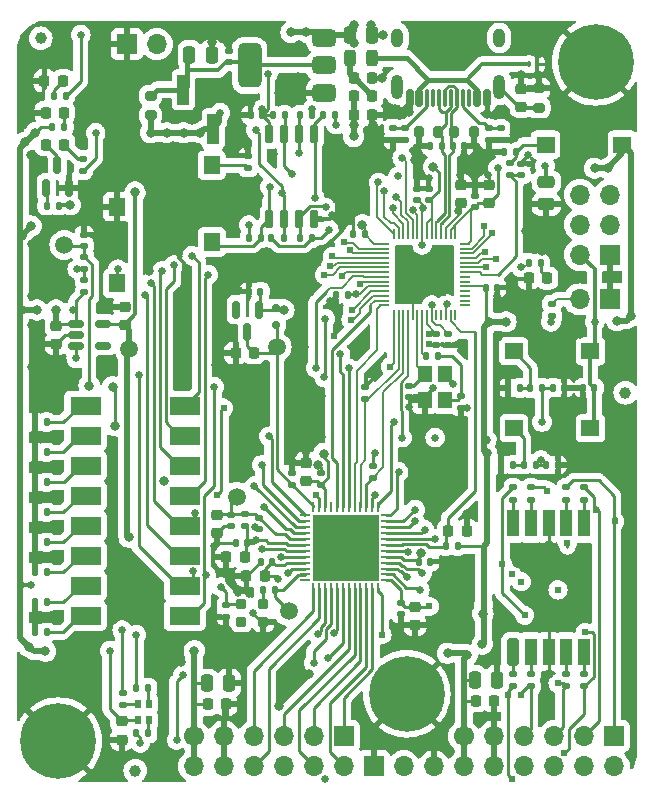
<source format=gbr>
%TF.GenerationSoftware,KiCad,Pcbnew,8.0.8-8.0.8-0~ubuntu24.04.1*%
%TF.CreationDate,2025-02-21T17:42:53-05:00*%
%TF.ProjectId,ChipigniteExplain,43686970-6967-46e6-9974-654578706c61,1.1*%
%TF.SameCoordinates,Original*%
%TF.FileFunction,Copper,L1,Top*%
%TF.FilePolarity,Positive*%
%FSLAX46Y46*%
G04 Gerber Fmt 4.6, Leading zero omitted, Abs format (unit mm)*
G04 Created by KiCad (PCBNEW 8.0.8-8.0.8-0~ubuntu24.04.1) date 2025-02-21 17:42:53*
%MOMM*%
%LPD*%
G01*
G04 APERTURE LIST*
G04 Aperture macros list*
%AMRoundRect*
0 Rectangle with rounded corners*
0 $1 Rounding radius*
0 $2 $3 $4 $5 $6 $7 $8 $9 X,Y pos of 4 corners*
0 Add a 4 corners polygon primitive as box body*
4,1,4,$2,$3,$4,$5,$6,$7,$8,$9,$2,$3,0*
0 Add four circle primitives for the rounded corners*
1,1,$1+$1,$2,$3*
1,1,$1+$1,$4,$5*
1,1,$1+$1,$6,$7*
1,1,$1+$1,$8,$9*
0 Add four rect primitives between the rounded corners*
20,1,$1+$1,$2,$3,$4,$5,0*
20,1,$1+$1,$4,$5,$6,$7,0*
20,1,$1+$1,$6,$7,$8,$9,0*
20,1,$1+$1,$8,$9,$2,$3,0*%
G04 Aperture macros list end*
%TA.AperFunction,SMDPad,CuDef*%
%ADD10RoundRect,0.135000X0.135000X0.185000X-0.135000X0.185000X-0.135000X-0.185000X0.135000X-0.185000X0*%
%TD*%
%TA.AperFunction,ComponentPad*%
%ADD11C,0.820000*%
%TD*%
%TA.AperFunction,SMDPad,CuDef*%
%ADD12RoundRect,0.375000X0.625000X0.375000X-0.625000X0.375000X-0.625000X-0.375000X0.625000X-0.375000X0*%
%TD*%
%TA.AperFunction,SMDPad,CuDef*%
%ADD13RoundRect,0.500000X0.500000X1.400000X-0.500000X1.400000X-0.500000X-1.400000X0.500000X-1.400000X0*%
%TD*%
%TA.AperFunction,SMDPad,CuDef*%
%ADD14RoundRect,0.135000X-0.185000X0.135000X-0.185000X-0.135000X0.185000X-0.135000X0.185000X0.135000X0*%
%TD*%
%TA.AperFunction,SMDPad,CuDef*%
%ADD15RoundRect,0.140000X0.170000X-0.140000X0.170000X0.140000X-0.170000X0.140000X-0.170000X-0.140000X0*%
%TD*%
%TA.AperFunction,SMDPad,CuDef*%
%ADD16RoundRect,0.135000X-0.135000X-0.185000X0.135000X-0.185000X0.135000X0.185000X-0.135000X0.185000X0*%
%TD*%
%TA.AperFunction,SMDPad,CuDef*%
%ADD17RoundRect,0.135000X0.185000X-0.135000X0.185000X0.135000X-0.185000X0.135000X-0.185000X-0.135000X0*%
%TD*%
%TA.AperFunction,SMDPad,CuDef*%
%ADD18R,1.400000X1.500000*%
%TD*%
%TA.AperFunction,SMDPad,CuDef*%
%ADD19RoundRect,0.250000X-0.250000X-0.475000X0.250000X-0.475000X0.250000X0.475000X-0.250000X0.475000X0*%
%TD*%
%TA.AperFunction,SMDPad,CuDef*%
%ADD20RoundRect,0.150000X-0.150000X0.587500X-0.150000X-0.587500X0.150000X-0.587500X0.150000X0.587500X0*%
%TD*%
%TA.AperFunction,ComponentPad*%
%ADD21C,6.400000*%
%TD*%
%TA.AperFunction,SMDPad,CuDef*%
%ADD22RoundRect,0.225000X0.225000X0.250000X-0.225000X0.250000X-0.225000X-0.250000X0.225000X-0.250000X0*%
%TD*%
%TA.AperFunction,SMDPad,CuDef*%
%ADD23RoundRect,0.140000X-0.140000X-0.170000X0.140000X-0.170000X0.140000X0.170000X-0.140000X0.170000X0*%
%TD*%
%TA.AperFunction,SMDPad,CuDef*%
%ADD24R,1.500000X1.400000*%
%TD*%
%TA.AperFunction,SMDPad,CuDef*%
%ADD25RoundRect,0.225000X-0.225000X-0.250000X0.225000X-0.250000X0.225000X0.250000X-0.225000X0.250000X0*%
%TD*%
%TA.AperFunction,SMDPad,CuDef*%
%ADD26RoundRect,0.150000X0.150000X-0.650000X0.150000X0.650000X-0.150000X0.650000X-0.150000X-0.650000X0*%
%TD*%
%TA.AperFunction,ComponentPad*%
%ADD27C,0.620000*%
%TD*%
%TA.AperFunction,SMDPad,CuDef*%
%ADD28RoundRect,0.150000X-0.200000X0.150000X-0.200000X-0.150000X0.200000X-0.150000X0.200000X0.150000X0*%
%TD*%
%TA.AperFunction,SMDPad,CuDef*%
%ADD29RoundRect,0.140000X0.140000X0.170000X-0.140000X0.170000X-0.140000X-0.170000X0.140000X-0.170000X0*%
%TD*%
%TA.AperFunction,SMDPad,CuDef*%
%ADD30R,0.550000X0.800000*%
%TD*%
%TA.AperFunction,SMDPad,CuDef*%
%ADD31R,1.200000X1.400000*%
%TD*%
%TA.AperFunction,SMDPad,CuDef*%
%ADD32RoundRect,0.050000X-0.387500X-0.050000X0.387500X-0.050000X0.387500X0.050000X-0.387500X0.050000X0*%
%TD*%
%TA.AperFunction,SMDPad,CuDef*%
%ADD33RoundRect,0.050000X-0.050000X-0.387500X0.050000X-0.387500X0.050000X0.387500X-0.050000X0.387500X0*%
%TD*%
%TA.AperFunction,HeatsinkPad*%
%ADD34R,3.200000X3.200000*%
%TD*%
%TA.AperFunction,SMDPad,CuDef*%
%ADD35C,1.500000*%
%TD*%
%TA.AperFunction,SMDPad,CuDef*%
%ADD36C,1.000000*%
%TD*%
%TA.AperFunction,SMDPad,CuDef*%
%ADD37RoundRect,0.225000X-0.250000X0.225000X-0.250000X-0.225000X0.250000X-0.225000X0.250000X0.225000X0*%
%TD*%
%TA.AperFunction,SMDPad,CuDef*%
%ADD38RoundRect,0.150000X0.150000X-0.587500X0.150000X0.587500X-0.150000X0.587500X-0.150000X-0.587500X0*%
%TD*%
%TA.AperFunction,SMDPad,CuDef*%
%ADD39RoundRect,0.225000X0.250000X-0.225000X0.250000X0.225000X-0.250000X0.225000X-0.250000X-0.225000X0*%
%TD*%
%TA.AperFunction,SMDPad,CuDef*%
%ADD40RoundRect,0.200000X-0.275000X0.200000X-0.275000X-0.200000X0.275000X-0.200000X0.275000X0.200000X0*%
%TD*%
%TA.AperFunction,SMDPad,CuDef*%
%ADD41RoundRect,0.150000X-0.512500X-0.150000X0.512500X-0.150000X0.512500X0.150000X-0.512500X0.150000X0*%
%TD*%
%TA.AperFunction,SMDPad,CuDef*%
%ADD42RoundRect,0.218750X-0.218750X-0.256250X0.218750X-0.256250X0.218750X0.256250X-0.218750X0.256250X0*%
%TD*%
%TA.AperFunction,ComponentPad*%
%ADD43R,1.700000X1.700000*%
%TD*%
%TA.AperFunction,ComponentPad*%
%ADD44O,1.700000X1.700000*%
%TD*%
%TA.AperFunction,SMDPad,CuDef*%
%ADD45RoundRect,0.200000X0.275000X-0.200000X0.275000X0.200000X-0.275000X0.200000X-0.275000X-0.200000X0*%
%TD*%
%TA.AperFunction,SMDPad,CuDef*%
%ADD46RoundRect,0.140000X-0.170000X0.140000X-0.170000X-0.140000X0.170000X-0.140000X0.170000X0.140000X0*%
%TD*%
%TA.AperFunction,SMDPad,CuDef*%
%ADD47RoundRect,0.200000X0.200000X0.275000X-0.200000X0.275000X-0.200000X-0.275000X0.200000X-0.275000X0*%
%TD*%
%TA.AperFunction,SMDPad,CuDef*%
%ADD48RoundRect,0.150000X0.150000X0.575000X-0.150000X0.575000X-0.150000X-0.575000X0.150000X-0.575000X0*%
%TD*%
%TA.AperFunction,SMDPad,CuDef*%
%ADD49RoundRect,0.075000X0.075000X0.650000X-0.075000X0.650000X-0.075000X-0.650000X0.075000X-0.650000X0*%
%TD*%
%TA.AperFunction,ComponentPad*%
%ADD50O,1.000000X2.100000*%
%TD*%
%TA.AperFunction,ComponentPad*%
%ADD51O,1.000000X1.600000*%
%TD*%
%TA.AperFunction,SMDPad,CuDef*%
%ADD52RoundRect,0.243750X0.243750X0.456250X-0.243750X0.456250X-0.243750X-0.456250X0.243750X-0.456250X0*%
%TD*%
%TA.AperFunction,SMDPad,CuDef*%
%ADD53RoundRect,0.218750X0.218750X0.256250X-0.218750X0.256250X-0.218750X-0.256250X0.218750X-0.256250X0*%
%TD*%
%TA.AperFunction,SMDPad,CuDef*%
%ADD54RoundRect,0.250000X-0.475000X0.250000X-0.475000X-0.250000X0.475000X-0.250000X0.475000X0.250000X0*%
%TD*%
%TA.AperFunction,ComponentPad*%
%ADD55C,1.700000*%
%TD*%
%TA.AperFunction,SMDPad,CuDef*%
%ADD56RoundRect,0.200000X0.300000X-0.950000X0.300000X0.950000X-0.300000X0.950000X-0.300000X-0.950000X0*%
%TD*%
%TA.AperFunction,SMDPad,CuDef*%
%ADD57R,1.000000X2.300000*%
%TD*%
%TA.AperFunction,SMDPad,CuDef*%
%ADD58RoundRect,0.200000X-0.200000X-0.275000X0.200000X-0.275000X0.200000X0.275000X-0.200000X0.275000X0*%
%TD*%
%TA.AperFunction,SMDPad,CuDef*%
%ADD59R,2.600000X1.550000*%
%TD*%
%TA.AperFunction,SMDPad,CuDef*%
%ADD60RoundRect,0.200000X0.250000X-0.200000X0.250000X0.200000X-0.250000X0.200000X-0.250000X-0.200000X0*%
%TD*%
%TA.AperFunction,SMDPad,CuDef*%
%ADD61RoundRect,0.075000X-0.075000X-0.175000X0.075000X-0.175000X0.075000X0.175000X-0.075000X0.175000X0*%
%TD*%
%TA.AperFunction,SMDPad,CuDef*%
%ADD62RoundRect,0.062500X0.375000X0.062500X-0.375000X0.062500X-0.375000X-0.062500X0.375000X-0.062500X0*%
%TD*%
%TA.AperFunction,SMDPad,CuDef*%
%ADD63RoundRect,0.062500X0.062500X0.375000X-0.062500X0.375000X-0.062500X-0.375000X0.062500X-0.375000X0*%
%TD*%
%TA.AperFunction,HeatsinkPad*%
%ADD64R,5.600000X5.600000*%
%TD*%
%TA.AperFunction,SMDPad,CuDef*%
%ADD65R,1.000000X2.510000*%
%TD*%
%TA.AperFunction,ViaPad*%
%ADD66C,0.800000*%
%TD*%
%TA.AperFunction,ViaPad*%
%ADD67C,0.650000*%
%TD*%
%TA.AperFunction,ViaPad*%
%ADD68C,0.620000*%
%TD*%
%TA.AperFunction,Conductor*%
%ADD69C,0.250000*%
%TD*%
%TA.AperFunction,Conductor*%
%ADD70C,0.160000*%
%TD*%
%TA.AperFunction,Conductor*%
%ADD71C,0.220000*%
%TD*%
%TA.AperFunction,Conductor*%
%ADD72C,0.200000*%
%TD*%
%TA.AperFunction,Conductor*%
%ADD73C,0.400000*%
%TD*%
%TA.AperFunction,Conductor*%
%ADD74C,0.300000*%
%TD*%
%TA.AperFunction,Conductor*%
%ADD75C,0.350000*%
%TD*%
%TA.AperFunction,Conductor*%
%ADD76C,0.500000*%
%TD*%
%TA.AperFunction,Conductor*%
%ADD77C,0.230000*%
%TD*%
G04 APERTURE END LIST*
D10*
%TO.P,R23,1*%
%TO.N,Net-(R21-Pad1)*%
X92720000Y-60600000D03*
%TO.P,R23,2*%
%TO.N,GND*%
X91700000Y-60600000D03*
%TD*%
D11*
%TO.P,STCHG18,1*%
%TO.N,GND*%
X102600000Y-79600000D03*
%TD*%
D12*
%TO.P,U1,1,GND*%
%TO.N,GND*%
X76700000Y-29100000D03*
%TO.P,U1,2,VO*%
%TO.N,/+LDO3v3*%
X76700000Y-26800000D03*
D13*
X70400000Y-26800000D03*
D12*
%TO.P,U1,3,VI*%
%TO.N,+5V*%
X76700000Y-24500000D03*
%TD*%
D11*
%TO.P,STCHG1,1*%
%TO.N,GND*%
X94800000Y-23600000D03*
%TD*%
D14*
%TO.P,R43,1*%
%TO.N,/PMOD22*%
X98712157Y-62527843D03*
%TO.P,R43,2*%
%TO.N,Net-(U3-B)*%
X98712157Y-63547843D03*
%TD*%
D11*
%TO.P,STCHG7,1*%
%TO.N,GND*%
X54150000Y-73490000D03*
%TD*%
D15*
%TO.P,C11,1*%
%TO.N,/RP_SW*%
X93400000Y-36080000D03*
%TO.P,C11,2*%
%TO.N,GND*%
X93400000Y-35120000D03*
%TD*%
D10*
%TO.P,R26,1*%
%TO.N,Net-(D7-Pad2)*%
X61810000Y-79500000D03*
%TO.P,R26,2*%
%TO.N,/FPGA_UP5k/RGB_G*%
X60790000Y-79500000D03*
%TD*%
D16*
%TO.P,R36,1*%
%TO.N,GND*%
X52190000Y-62085714D03*
%TO.P,R36,2*%
%TO.N,Net-(R36-Pad2)*%
X53210000Y-62085714D03*
%TD*%
D17*
%TO.P,R19,1*%
%TO.N,/FPGA_SS*%
X80200000Y-55010000D03*
%TO.P,R19,2*%
%TO.N,GND*%
X80200000Y-53990000D03*
%TD*%
D11*
%TO.P,STCHG8,1*%
%TO.N,GND*%
X84400000Y-34800000D03*
%TD*%
%TO.P,STCHG8,1*%
%TO.N,GND*%
X64650000Y-52150000D03*
%TD*%
D18*
%TO.P,SW2,1,1*%
%TO.N,Net-(R7-Pad1)*%
X67200000Y-35250000D03*
%TO.P,SW2,2,2*%
%TO.N,/RP_BOOTMODE*%
X67200000Y-41750000D03*
%TD*%
D11*
%TO.P,STCHG19,1*%
%TO.N,GND*%
X63600000Y-87000000D03*
%TD*%
%TO.P,STCHG11,1*%
%TO.N,GND*%
X102600000Y-58600000D03*
%TD*%
%TO.P,STCHG13,1*%
%TO.N,GND*%
X102600000Y-64600000D03*
%TD*%
D19*
%TO.P,C3,1*%
%TO.N,+5V*%
X78850000Y-24200000D03*
%TO.P,C3,2*%
%TO.N,GND*%
X80750000Y-24200000D03*
%TD*%
D11*
%TO.P,STCHG8,1*%
%TO.N,GND*%
X64650000Y-48450000D03*
%TD*%
D20*
%TO.P,D5,1,A*%
%TO.N,+3V3*%
X71150000Y-47462500D03*
%TO.P,D5,2,NC*%
%TO.N,unconnected-(D5-NC-Pad2)*%
X69250000Y-47462500D03*
%TO.P,D5,3,K*%
%TO.N,+2V5*%
X70200000Y-49337500D03*
%TD*%
D10*
%TO.P,R22,1*%
%TO.N,Net-(R20-Pad1)*%
X93260000Y-54100000D03*
%TO.P,R22,2*%
%TO.N,GND*%
X92240000Y-54100000D03*
%TD*%
D21*
%TO.P,H3,1,1*%
%TO.N,GND*%
X99700000Y-26500000D03*
%TD*%
D11*
%TO.P,STCHG1,1*%
%TO.N,GND*%
X52000000Y-41900000D03*
%TD*%
D22*
%TO.P,C26,1*%
%TO.N,+2V5*%
X70750000Y-51137500D03*
%TO.P,C26,2*%
%TO.N,GND*%
X69200000Y-51137500D03*
%TD*%
D23*
%TO.P,C8,1*%
%TO.N,usb_d-*%
X87570000Y-33640000D03*
%TO.P,C8,2*%
%TO.N,GND*%
X88530000Y-33640000D03*
%TD*%
D24*
%TO.P,SW3,1*%
%TO.N,Net-(R20-Pad1)*%
X92750000Y-51000000D03*
%TO.P,SW3,2*%
%TO.N,+3V3*%
X99250000Y-51000000D03*
%TD*%
D11*
%TO.P,STCHG1,1*%
%TO.N,GND*%
X88800000Y-75300000D03*
%TD*%
D18*
%TO.P,SW5,1*%
%TO.N,GND*%
X59200000Y-38750000D03*
%TO.P,SW5,2*%
%TO.N,Net-(R28-Pad2)*%
X59200000Y-45250000D03*
%TD*%
D11*
%TO.P,STCHG8,1*%
%TO.N,GND*%
X58850000Y-67500000D03*
%TD*%
D25*
%TO.P,C52,1*%
%TO.N,+3V3*%
X89525000Y-80600000D03*
%TO.P,C52,2*%
%TO.N,GND*%
X91075000Y-80600000D03*
%TD*%
D26*
%TO.P,U5,1,~{CS}*%
%TO.N,/RP_BOOTMODE*%
X72045000Y-39800000D03*
%TO.P,U5,2,DO(IO1)*%
%TO.N,/RP2040/QSPI_SD1*%
X73315000Y-39800000D03*
%TO.P,U5,3,IO2*%
%TO.N,/RP2040/QSPI_SD2*%
X74585000Y-39800000D03*
%TO.P,U5,4,GND*%
%TO.N,GND*%
X75855000Y-39800000D03*
%TO.P,U5,5,DI(IO0)*%
%TO.N,/RP2040/QSPI_SD0*%
X75855000Y-32600000D03*
%TO.P,U5,6,CLK*%
%TO.N,/RP2040/QSPI_CLK*%
X74585000Y-32600000D03*
%TO.P,U5,7,IO3*%
%TO.N,/RP2040/QSPI_SD3*%
X73315000Y-32600000D03*
%TO.P,U5,8,VCC*%
%TO.N,+3V3*%
X72045000Y-32600000D03*
%TD*%
D19*
%TO.P,C49,1*%
%TO.N,+3V3*%
X89450000Y-78800000D03*
%TO.P,C49,2*%
%TO.N,GND*%
X91350000Y-78800000D03*
%TD*%
D10*
%TO.P,R27,1*%
%TO.N,Net-(D7-Pad3)*%
X61810000Y-83350000D03*
%TO.P,R27,2*%
%TO.N,/FPGA_UP5k/RGB_B*%
X60790000Y-83350000D03*
%TD*%
D16*
%TO.P,R40,1*%
%TO.N,GND*%
X52190000Y-72257142D03*
%TO.P,R40,2*%
%TO.N,Net-(R40-Pad2)*%
X53210000Y-72257142D03*
%TD*%
%TO.P,R14,1*%
%TO.N,+3V3*%
X72240000Y-41400000D03*
%TO.P,R14,2*%
%TO.N,/RP2040/QSPI_SD1*%
X73260000Y-41400000D03*
%TD*%
D27*
%TO.P,HSTITCH1,1*%
%TO.N,GND*%
X85200000Y-44500000D03*
%TD*%
D11*
%TO.P,STCHG14,1*%
%TO.N,GND*%
X102600000Y-67600000D03*
%TD*%
%TO.P,STCHG1,1*%
%TO.N,GND*%
X51200000Y-77200000D03*
%TD*%
%TO.P,STCHG8,1*%
%TO.N,GND*%
X67550000Y-52150000D03*
%TD*%
%TO.P,STCHG1,1*%
%TO.N,GND*%
X57200000Y-27600000D03*
%TD*%
%TO.P,STCHG1,1*%
%TO.N,GND*%
X55000000Y-23500000D03*
%TD*%
%TO.P,STCHG8,1*%
%TO.N,GND*%
X61900000Y-37150000D03*
%TD*%
D27*
%TO.P,HSTITCH1,1*%
%TO.N,GND*%
X77100000Y-66200000D03*
%TD*%
D28*
%TO.P,D4,1,K*%
%TO.N,+2V5*%
X72600000Y-48737500D03*
%TO.P,D4,2,A*%
%TO.N,+3V3*%
X72600000Y-47337500D03*
%TD*%
D11*
%TO.P,STCHG2,1*%
%TO.N,GND*%
X54150000Y-60790000D03*
%TD*%
%TO.P,STCHG8,1*%
%TO.N,GND*%
X77100000Y-33600000D03*
%TD*%
%TO.P,STCHG8,1*%
%TO.N,GND*%
X93800000Y-40800000D03*
%TD*%
D17*
%TO.P,R44,1*%
%TO.N,/PMOD23*%
X97212157Y-79357843D03*
%TO.P,R44,2*%
%TO.N,Net-(U3-C)*%
X97212157Y-78337843D03*
%TD*%
D11*
%TO.P,STCHG8,1*%
%TO.N,GND*%
X95150000Y-42550000D03*
%TD*%
D29*
%TO.P,C38,1*%
%TO.N,+1V2*%
X70160000Y-67200000D03*
%TO.P,C38,2*%
%TO.N,GND*%
X69200000Y-67200000D03*
%TD*%
D15*
%TO.P,C21,1*%
%TO.N,/RP2040/DVDD*%
X84600000Y-38180000D03*
%TO.P,C21,2*%
%TO.N,GND*%
X84600000Y-37220000D03*
%TD*%
D30*
%TO.P,D7,1*%
%TO.N,Net-(D7-Pad1)*%
X60950000Y-80850000D03*
%TO.P,D7,2*%
%TO.N,Net-(D7-Pad2)*%
X61850000Y-80850000D03*
%TO.P,D7,3*%
%TO.N,Net-(D7-Pad3)*%
X61850000Y-82250000D03*
%TO.P,D7,4*%
%TO.N,+3V3*%
X60950000Y-82250000D03*
%TD*%
D31*
%TO.P,Y1,1,1*%
%TO.N,/RP2040/CLKIN*%
X85250000Y-52900000D03*
%TO.P,Y1,2,2*%
%TO.N,GND*%
X85250000Y-55100000D03*
%TO.P,Y1,3,3*%
%TO.N,/RP2040/CLKO2*%
X86950000Y-55100000D03*
%TO.P,Y1,4,4*%
%TO.N,GND*%
X86950000Y-52900000D03*
%TD*%
D11*
%TO.P,STCHG3,1*%
%TO.N,GND*%
X54150000Y-63330000D03*
%TD*%
%TO.P,STCHG8,1*%
%TO.N,GND*%
X98650000Y-67750000D03*
%TD*%
%TO.P,STCHG1,1*%
%TO.N,GND*%
X72900000Y-81000000D03*
%TD*%
D17*
%TO.P,R29,1*%
%TO.N,Net-(R28-Pad2)*%
X56400000Y-44010000D03*
%TO.P,R29,2*%
%TO.N,/FPGA_~{RST}*%
X56400000Y-42990000D03*
%TD*%
D32*
%TO.P,U4,1,IOVDD*%
%TO.N,+3V3*%
X81762500Y-41900000D03*
%TO.P,U4,2,GPIO0*%
%TO.N,/INDIP0*%
X81762500Y-42300000D03*
%TO.P,U4,3,GPIO1*%
%TO.N,/INDIP1*%
X81762500Y-42700000D03*
%TO.P,U4,4,GPIO2*%
%TO.N,/INDIP2*%
X81762500Y-43100000D03*
%TO.P,U4,5,GPIO3*%
%TO.N,/INDIP3*%
X81762500Y-43500000D03*
%TO.P,U4,6,GPIO4*%
%TO.N,/INDIP4*%
X81762500Y-43900000D03*
%TO.P,U4,7,GPIO5*%
%TO.N,/INDIP5*%
X81762500Y-44300000D03*
%TO.P,U4,8,GPIO6*%
%TO.N,/INDIP6*%
X81762500Y-44700000D03*
%TO.P,U4,9,GPIO7*%
%TO.N,/INDIP7*%
X81762500Y-45100000D03*
%TO.P,U4,10,IOVDD*%
%TO.N,+3V3*%
X81762500Y-45500000D03*
%TO.P,U4,11,GPIO8*%
%TO.N,/URT1TX*%
X81762500Y-45900000D03*
%TO.P,U4,12,GPIO9*%
%TO.N,/URT1RX*%
X81762500Y-46300000D03*
%TO.P,U4,13,GPIO10*%
%TO.N,/FPGA_RP_CLK*%
X81762500Y-46700000D03*
%TO.P,U4,14,GPIO11*%
%TO.N,/FPGA_MOSI*%
X81762500Y-47100000D03*
D33*
%TO.P,U4,15,GPIO12*%
%TO.N,/FPGA_MISO*%
X82600000Y-47937500D03*
%TO.P,U4,16,GPIO13*%
%TO.N,/FPGA_SS*%
X83000000Y-47937500D03*
%TO.P,U4,17,GPIO14*%
%TO.N,/FPGA_SCK*%
X83400000Y-47937500D03*
%TO.P,U4,18,GPIO15*%
%TO.N,/FPGA_~{RST}*%
X83800000Y-47937500D03*
%TO.P,U4,19,TESTEN*%
%TO.N,GND*%
X84200000Y-47937500D03*
%TO.P,U4,20,XIN*%
%TO.N,/RP2040/CLKIN*%
X84600000Y-47937500D03*
%TO.P,U4,21,XOUT*%
%TO.N,/RP2040/CLKO1*%
X85000000Y-47937500D03*
%TO.P,U4,22,IOVDD*%
%TO.N,+3V3*%
X85400000Y-47937500D03*
%TO.P,U4,23,DVDD*%
%TO.N,/RP2040/DVDD*%
X85800000Y-47937500D03*
%TO.P,U4,24,SWCLK*%
%TO.N,/RP2040/SWCLK*%
X86200000Y-47937500D03*
%TO.P,U4,25,SWD*%
%TO.N,/RP2040/SWDIO*%
X86600000Y-47937500D03*
%TO.P,U4,26,RUN*%
%TO.N,/RP2040/RUN*%
X87000000Y-47937500D03*
%TO.P,U4,27,GPIO16*%
%TO.N,/PROG_DONE*%
X87400000Y-47937500D03*
%TO.P,U4,28,GPIO17*%
%TO.N,/CTLIO_8*%
X87800000Y-47937500D03*
D32*
%TO.P,U4,29,GPIO18*%
%TO.N,/CTLIO_9*%
X88637500Y-47100000D03*
%TO.P,U4,30,GPIO19*%
%TO.N,/CTLIO_10*%
X88637500Y-46700000D03*
%TO.P,U4,31,GPIO20*%
%TO.N,/CTLIO_11*%
X88637500Y-46300000D03*
%TO.P,U4,32,GPIO21*%
%TO.N,/CTLIO_12*%
X88637500Y-45900000D03*
%TO.P,U4,33,IOVDD*%
%TO.N,+3V3*%
X88637500Y-45500000D03*
%TO.P,U4,34,GPIO22*%
%TO.N,/CTLIO_13*%
X88637500Y-45100000D03*
%TO.P,U4,35,GPIO23*%
%TO.N,/CTLIO_14*%
X88637500Y-44700000D03*
%TO.P,U4,36,GPIO24*%
%TO.N,/RP_SW*%
X88637500Y-44300000D03*
%TO.P,U4,37,GPIO25*%
%TO.N,/RP_LED*%
X88637500Y-43900000D03*
%TO.P,U4,38,GPIO26_ADC0*%
%TO.N,/RP_AD0*%
X88637500Y-43500000D03*
%TO.P,U4,39,GPIO27_ADC1*%
%TO.N,/RP_AD1*%
X88637500Y-43100000D03*
%TO.P,U4,40,GPIO28_ADC2*%
%TO.N,/RP_AD2*%
X88637500Y-42700000D03*
%TO.P,U4,41,GPIO29_ADC3*%
%TO.N,/RP_AD3*%
X88637500Y-42300000D03*
%TO.P,U4,42,IOVDD*%
%TO.N,+3V3*%
X88637500Y-41900000D03*
D33*
%TO.P,U4,43,ADC_AVDD*%
X87800000Y-41062500D03*
%TO.P,U4,44,VREG_IN*%
X87400000Y-41062500D03*
%TO.P,U4,45,VREG_VOUT*%
%TO.N,/RP2040/DVDD*%
X87000000Y-41062500D03*
%TO.P,U4,46,USB_DM*%
%TO.N,usb_d-*%
X86600000Y-41062500D03*
%TO.P,U4,47,USB_DP*%
%TO.N,usb_d+*%
X86200000Y-41062500D03*
%TO.P,U4,48,USB_VDD*%
%TO.N,+3V3*%
X85800000Y-41062500D03*
%TO.P,U4,49,IOVDD*%
X85400000Y-41062500D03*
%TO.P,U4,50,DVDD*%
%TO.N,/RP2040/DVDD*%
X85000000Y-41062500D03*
%TO.P,U4,51,QSPI_SD3*%
%TO.N,/RP2040/QSPI_SD3*%
X84600000Y-41062500D03*
%TO.P,U4,52,QSPI_SCLK*%
%TO.N,/RP2040/QSPI_CLK*%
X84200000Y-41062500D03*
%TO.P,U4,53,QSPI_SD0*%
%TO.N,/RP2040/QSPI_SD0*%
X83800000Y-41062500D03*
%TO.P,U4,54,QSPI_SD2*%
%TO.N,/RP2040/QSPI_SD2*%
X83400000Y-41062500D03*
%TO.P,U4,55,QSPI_SD1*%
%TO.N,/RP2040/QSPI_SD1*%
X83000000Y-41062500D03*
%TO.P,U4,56,QSPI_SS*%
%TO.N,/RP_BOOTMODE*%
X82600000Y-41062500D03*
D34*
%TO.P,U4,57,GND*%
%TO.N,GND*%
X85200000Y-44500000D03*
%TD*%
D21*
%TO.P,H1,1,1*%
%TO.N,GND*%
X54200000Y-84000000D03*
%TD*%
D11*
%TO.P,STCHG9,1*%
%TO.N,GND*%
X102600000Y-52600000D03*
%TD*%
D16*
%TO.P,R37,1*%
%TO.N,GND*%
X52190000Y-64628571D03*
%TO.P,R37,2*%
%TO.N,Net-(R37-Pad2)*%
X53210000Y-64628571D03*
%TD*%
D14*
%TO.P,R48,1*%
%TO.N,/PMOD27*%
X92712157Y-62527843D03*
%TO.P,R48,2*%
%TO.N,Net-(U3-G)*%
X92712157Y-63547843D03*
%TD*%
D35*
%TO.P,TP3,1,1*%
%TO.N,/FPGA_UP5k/VCC_PLL*%
X69300000Y-63300000D03*
%TD*%
D36*
%TO.P,FID2,*%
%TO.N,*%
X102200000Y-54500000D03*
%TD*%
D11*
%TO.P,STCHG8,1*%
%TO.N,GND*%
X76400000Y-58250000D03*
%TD*%
D27*
%TO.P,HSTITCH1,1*%
%TO.N,GND*%
X86800000Y-42900000D03*
%TD*%
%TO.P,HSTITCH1,1*%
%TO.N,GND*%
X78550000Y-67650000D03*
%TD*%
D11*
%TO.P,STCHG1,1*%
%TO.N,GND*%
X90200000Y-23600000D03*
%TD*%
%TO.P,STCHG1,1*%
%TO.N,GND*%
X87100000Y-23600000D03*
%TD*%
D24*
%TO.P,SW1,1*%
%TO.N,Net-(R4-Pad1)*%
X95450000Y-33500000D03*
%TO.P,SW1,2*%
%TO.N,+3V3*%
X101950000Y-33500000D03*
%TD*%
D37*
%TO.P,C35,1*%
%TO.N,/FPGA_UP5k/VCC_PLL*%
X67600000Y-64825000D03*
%TO.P,C35,2*%
%TO.N,GND*%
X67600000Y-66375000D03*
%TD*%
D11*
%TO.P,STCHG8,1*%
%TO.N,GND*%
X58850000Y-52600000D03*
%TD*%
%TO.P,STCHG9,1*%
%TO.N,GND*%
X80200000Y-50400000D03*
%TD*%
%TO.P,STCHG8,1*%
%TO.N,GND*%
X71150000Y-59400000D03*
%TD*%
D16*
%TO.P,R35,1*%
%TO.N,GND*%
X52190000Y-59542857D03*
%TO.P,R35,2*%
%TO.N,Net-(R35-Pad2)*%
X53210000Y-59542857D03*
%TD*%
%TO.P,R41,1*%
%TO.N,GND*%
X52190000Y-74800000D03*
%TO.P,R41,2*%
%TO.N,Net-(R41-Pad2)*%
X53210000Y-74800000D03*
%TD*%
D15*
%TO.P,C47,1*%
%TO.N,/FPGA_~{RST}*%
X56400000Y-42080000D03*
%TO.P,C47,2*%
%TO.N,GND*%
X56400000Y-41120000D03*
%TD*%
D11*
%TO.P,STCHG1,1*%
%TO.N,GND*%
X52000000Y-52300000D03*
%TD*%
D38*
%TO.P,Q1,1,G*%
%TO.N,Net-(Q1-G)*%
X53160000Y-37137500D03*
%TO.P,Q1,2,S*%
%TO.N,GND*%
X55060000Y-37137500D03*
%TO.P,Q1,3,D*%
%TO.N,Net-(D8-K)*%
X54110000Y-35262500D03*
%TD*%
D14*
%TO.P,R4,1*%
%TO.N,Net-(R4-Pad1)*%
X92400000Y-35090000D03*
%TO.P,R4,2*%
%TO.N,/RP_SW*%
X92400000Y-36110000D03*
%TD*%
D11*
%TO.P,STCHG1,1*%
%TO.N,GND*%
X85600000Y-26500000D03*
%TD*%
D25*
%TO.P,C51,1*%
%TO.N,+3V3*%
X66850000Y-80900000D03*
%TO.P,C51,2*%
%TO.N,GND*%
X68400000Y-80900000D03*
%TD*%
D15*
%TO.P,C29,1*%
%TO.N,+3V3*%
X76400000Y-62280000D03*
%TO.P,C29,2*%
%TO.N,GND*%
X76400000Y-61320000D03*
%TD*%
D14*
%TO.P,R42,1*%
%TO.N,/PMOD21*%
X97212157Y-62527843D03*
%TO.P,R42,2*%
%TO.N,Net-(U3-A)*%
X97212157Y-63547843D03*
%TD*%
D39*
%TO.P,C13,1*%
%TO.N,+3V3*%
X90650000Y-38475000D03*
%TO.P,C13,2*%
%TO.N,GND*%
X90650000Y-36925000D03*
%TD*%
D16*
%TO.P,R24,1*%
%TO.N,/FPGA_UP5k/xclk*%
X71490000Y-71200000D03*
%TO.P,R24,2*%
%TO.N,/FPGA_UP5k/FPGA_INT_CLK*%
X72510000Y-71200000D03*
%TD*%
D27*
%TO.P,HSTITCH1,1*%
%TO.N,GND*%
X86800000Y-46100000D03*
%TD*%
D22*
%TO.P,C39,1*%
%TO.N,+1V2*%
X69975000Y-68400000D03*
%TO.P,C39,2*%
%TO.N,GND*%
X68425000Y-68400000D03*
%TD*%
D40*
%TO.P,R50,1*%
%TO.N,/+LDO3v3*%
X62000000Y-29375000D03*
%TO.P,R50,2*%
%TO.N,+3V3*%
X62000000Y-31025000D03*
%TD*%
D16*
%TO.P,R21,1*%
%TO.N,Net-(R21-Pad1)*%
X93600000Y-60600000D03*
%TO.P,R21,2*%
%TO.N,/FPGA_UP5k/USR_SW2*%
X94620000Y-60600000D03*
%TD*%
D11*
%TO.P,STCHG16,1*%
%TO.N,GND*%
X102600000Y-73600000D03*
%TD*%
D39*
%TO.P,C30,1*%
%TO.N,+3V3*%
X75200000Y-61975000D03*
%TO.P,C30,2*%
%TO.N,GND*%
X75200000Y-60425000D03*
%TD*%
D41*
%TO.P,U6,1,VIN*%
%TO.N,+3V3*%
X55662500Y-48650000D03*
%TO.P,U6,2,GND*%
%TO.N,GND*%
X55662500Y-49600000D03*
%TO.P,U6,3,EN*%
%TO.N,+3V3*%
X55662500Y-50550000D03*
%TO.P,U6,4,NC*%
%TO.N,unconnected-(U6-NC-Pad4)*%
X57937500Y-50550000D03*
%TO.P,U6,5,VOUT*%
%TO.N,+1V2*%
X57937500Y-48650000D03*
%TD*%
D42*
%TO.P,D3,1,K*%
%TO.N,GND*%
X94012500Y-44800000D03*
%TO.P,D3,2,A*%
%TO.N,Net-(D3-A)*%
X95587500Y-44800000D03*
%TD*%
D11*
%TO.P,STCHG11,1*%
%TO.N,GND*%
X94100000Y-55900000D03*
%TD*%
%TO.P,STCHG8,1*%
%TO.N,GND*%
X75500000Y-46000000D03*
%TD*%
D16*
%TO.P,R20,1*%
%TO.N,Net-(R20-Pad1)*%
X94140000Y-54100000D03*
%TO.P,R20,2*%
%TO.N,/FPGA_UP5k/USR_SW1*%
X95160000Y-54100000D03*
%TD*%
D29*
%TO.P,C22,1*%
%TO.N,+3V3*%
X80130000Y-41100000D03*
%TO.P,C22,2*%
%TO.N,GND*%
X79170000Y-41100000D03*
%TD*%
D43*
%TO.P,J10,1,Pin_1*%
%TO.N,GND*%
X100875000Y-46600000D03*
D44*
%TO.P,J10,2,Pin_2*%
%TO.N,/RP2040/RUN*%
X98335000Y-46600000D03*
%TD*%
D45*
%TO.P,R3,1*%
%TO.N,Net-(J4-SHIELD)*%
X94890000Y-30365000D03*
%TO.P,R3,2*%
%TO.N,GND*%
X94890000Y-28715000D03*
%TD*%
D23*
%TO.P,C45,1*%
%TO.N,/FPGA_UP5k/USR_SW2*%
X95520000Y-60600000D03*
%TO.P,C45,2*%
%TO.N,GND*%
X96480000Y-60600000D03*
%TD*%
D11*
%TO.P,STCHG1,1*%
%TO.N,GND*%
X62200000Y-27600000D03*
%TD*%
%TO.P,STCHG15,1*%
%TO.N,GND*%
X102600000Y-70600000D03*
%TD*%
%TO.P,STCHG1,1*%
%TO.N,GND*%
X51200000Y-26700000D03*
%TD*%
D36*
%TO.P,FID3,*%
%TO.N,*%
X60700000Y-86500000D03*
%TD*%
D17*
%TO.P,R49,1*%
%TO.N,/PMOD28*%
X98712157Y-79357843D03*
%TO.P,R49,2*%
%TO.N,Net-(U3-DP)*%
X98712157Y-78337843D03*
%TD*%
D16*
%TO.P,R38,1*%
%TO.N,GND*%
X52190000Y-67171428D03*
%TO.P,R38,2*%
%TO.N,Net-(R38-Pad2)*%
X53210000Y-67171428D03*
%TD*%
D42*
%TO.P,D9,1,K*%
%TO.N,GND*%
X53022500Y-28100000D03*
%TO.P,D9,2,A*%
%TO.N,Net-(D9-A)*%
X54597500Y-28100000D03*
%TD*%
D14*
%TO.P,R18,1*%
%TO.N,+3V3*%
X80800000Y-60690000D03*
%TO.P,R18,2*%
%TO.N,/FPGA_SCK*%
X80800000Y-61710000D03*
%TD*%
D11*
%TO.P,STCHG12,1*%
%TO.N,GND*%
X102600000Y-61600000D03*
%TD*%
%TO.P,STCHG8,1*%
%TO.N,GND*%
X72350000Y-34300000D03*
%TD*%
D35*
%TO.P,TP4,1,1*%
%TO.N,/FPGA_UP5k/FPGA_INT_CLK*%
X73700000Y-73000000D03*
%TD*%
D14*
%TO.P,R2,1*%
%TO.N,/CC2*%
X82550000Y-32090000D03*
%TO.P,R2,2*%
%TO.N,GND*%
X82550000Y-33110000D03*
%TD*%
D11*
%TO.P,STCHG8,1*%
%TO.N,GND*%
X58850000Y-73750000D03*
%TD*%
D16*
%TO.P,R34,1*%
%TO.N,GND*%
X52190000Y-57000000D03*
%TO.P,R34,2*%
%TO.N,Net-(R34-Pad2)*%
X53210000Y-57000000D03*
%TD*%
D17*
%TO.P,R46,1*%
%TO.N,/PMOD25*%
X92712157Y-79357843D03*
%TO.P,R46,2*%
%TO.N,Net-(U3-E)*%
X92712157Y-78337843D03*
%TD*%
%TO.P,R33,1*%
%TO.N,+3V3*%
X56310000Y-35710000D03*
%TO.P,R33,2*%
%TO.N,Net-(D8-A)*%
X56310000Y-34690000D03*
%TD*%
D21*
%TO.P,H2,1,1*%
%TO.N,GND*%
X83700000Y-80000000D03*
%TD*%
D14*
%TO.P,R1,1*%
%TO.N,/CC1*%
X90650000Y-32090000D03*
%TO.P,R1,2*%
%TO.N,GND*%
X90650000Y-33110000D03*
%TD*%
D35*
%TO.P,TP2,1,1*%
%TO.N,+1V2*%
X60200000Y-50800000D03*
%TD*%
D46*
%TO.P,C14,1*%
%TO.N,/RP2040/CLKIN*%
X83900000Y-53920000D03*
%TO.P,C14,2*%
%TO.N,GND*%
X83900000Y-54880000D03*
%TD*%
D11*
%TO.P,STCHG4,1*%
%TO.N,GND*%
X54150000Y-65870000D03*
%TD*%
D47*
%TO.P,D1,1,A1*%
%TO.N,GND*%
X89375000Y-32440000D03*
%TO.P,D1,2,A2*%
%TO.N,usb_d-*%
X87725000Y-32440000D03*
%TD*%
D35*
%TO.P,TP5,1,1*%
%TO.N,/FPGA_~{RST}*%
X54700000Y-42000000D03*
%TD*%
D14*
%TO.P,R47,1*%
%TO.N,/PMOD26*%
X94212157Y-62527843D03*
%TO.P,R47,2*%
%TO.N,Net-(U3-F)*%
X94212157Y-63547843D03*
%TD*%
D11*
%TO.P,STCHG9,1*%
%TO.N,GND*%
X87900000Y-57800000D03*
%TD*%
D46*
%TO.P,C19,1*%
%TO.N,+3V3*%
X86200000Y-49520000D03*
%TO.P,C19,2*%
%TO.N,GND*%
X86200000Y-50480000D03*
%TD*%
D11*
%TO.P,STCHG17,1*%
%TO.N,GND*%
X102600000Y-76600000D03*
%TD*%
D37*
%TO.P,C32,1*%
%TO.N,+3V3*%
X84400000Y-72625000D03*
%TO.P,C32,2*%
%TO.N,GND*%
X84400000Y-74175000D03*
%TD*%
D10*
%TO.P,R32,1*%
%TO.N,+1V2*%
X54220000Y-38662500D03*
%TO.P,R32,2*%
%TO.N,Net-(Q1-G)*%
X53200000Y-38662500D03*
%TD*%
D11*
%TO.P,STCHG9,1*%
%TO.N,GND*%
X98400000Y-49500000D03*
%TD*%
D35*
%TO.P,TP1,1,1*%
%TO.N,+2V5*%
X72700000Y-50637500D03*
%TD*%
D46*
%TO.P,C15,1*%
%TO.N,/RP2040/CLKO2*%
X88300000Y-54820000D03*
%TO.P,C15,2*%
%TO.N,GND*%
X88300000Y-55780000D03*
%TD*%
D39*
%TO.P,C34,1*%
%TO.N,+1V2*%
X59800000Y-48775000D03*
%TO.P,C34,2*%
%TO.N,GND*%
X59800000Y-47225000D03*
%TD*%
D37*
%TO.P,C46,1*%
%TO.N,+3V3*%
X59550000Y-82325000D03*
%TO.P,C46,2*%
%TO.N,GND*%
X59550000Y-83875000D03*
%TD*%
D11*
%TO.P,STCHG8,1*%
%TO.N,GND*%
X61850000Y-44200000D03*
%TD*%
D15*
%TO.P,C5,1*%
%TO.N,/+LDO3v3*%
X68650000Y-26500000D03*
%TO.P,C5,2*%
%TO.N,GND*%
X68650000Y-25540000D03*
%TD*%
D17*
%TO.P,R9,1*%
%TO.N,+3V3*%
X96000000Y-48010000D03*
%TO.P,R9,2*%
%TO.N,/RP2040/RUN*%
X96000000Y-46990000D03*
%TD*%
D11*
%TO.P,STCHG1,1*%
%TO.N,GND*%
X91400000Y-49800000D03*
%TD*%
%TO.P,STCHG8,1*%
%TO.N,GND*%
X71150000Y-37850000D03*
%TD*%
%TO.P,STCHG1,1*%
%TO.N,GND*%
X52000000Y-46300000D03*
%TD*%
D16*
%TO.P,R8,1*%
%TO.N,/RP_LED*%
X94002500Y-43500000D03*
%TO.P,R8,2*%
%TO.N,Net-(D3-A)*%
X95022500Y-43500000D03*
%TD*%
D11*
%TO.P,STCHG11,1*%
%TO.N,GND*%
X96450000Y-55900000D03*
%TD*%
D42*
%TO.P,D8,1,K*%
%TO.N,Net-(D8-K)*%
X53122500Y-33500000D03*
%TO.P,D8,2,A*%
%TO.N,Net-(D8-A)*%
X54697500Y-33500000D03*
%TD*%
D46*
%TO.P,C40,1*%
%TO.N,/FPGA_UP5k/VCC_PLL*%
X71200000Y-65120000D03*
%TO.P,C40,2*%
%TO.N,GND*%
X71200000Y-66080000D03*
%TD*%
D16*
%TO.P,R5,1*%
%TO.N,+3V3*%
X70340000Y-41400000D03*
%TO.P,R5,2*%
%TO.N,/RP_BOOTMODE*%
X71360000Y-41400000D03*
%TD*%
D48*
%TO.P,J4,A1,GND*%
%TO.N,GND*%
X90450000Y-29545000D03*
%TO.P,J4,A4,VBUS*%
%TO.N,VBUS*%
X89650000Y-29545000D03*
D49*
%TO.P,J4,A5,CC1*%
%TO.N,/CC1*%
X88450000Y-29545000D03*
%TO.P,J4,A6,D+*%
%TO.N,usb_d+*%
X87450000Y-29545000D03*
%TO.P,J4,A7,D-*%
%TO.N,usb_d-*%
X86950000Y-29545000D03*
%TO.P,J4,A8,SBU1*%
%TO.N,unconnected-(J4-SBU1-PadA8)*%
X85950000Y-29545000D03*
D48*
%TO.P,J4,A9,VBUS*%
%TO.N,VBUS*%
X84750000Y-29545000D03*
%TO.P,J4,A12,GND*%
%TO.N,GND*%
X83950000Y-29545000D03*
%TO.P,J4,B1,GND*%
X83950000Y-29545000D03*
%TO.P,J4,B4,VBUS*%
%TO.N,VBUS*%
X84750000Y-29545000D03*
D49*
%TO.P,J4,B5,CC2*%
%TO.N,/CC2*%
X85450000Y-29545000D03*
%TO.P,J4,B6,D+*%
%TO.N,usb_d+*%
X86450000Y-29545000D03*
%TO.P,J4,B7,D-*%
%TO.N,usb_d-*%
X87950000Y-29545000D03*
%TO.P,J4,B8,SBU2*%
%TO.N,unconnected-(J4-SBU2-PadB8)*%
X88950000Y-29545000D03*
D48*
%TO.P,J4,B9,VBUS*%
%TO.N,VBUS*%
X89650000Y-29545000D03*
%TO.P,J4,B12,GND*%
%TO.N,GND*%
X90450000Y-29545000D03*
D50*
%TO.P,J4,S1,SHIELD*%
%TO.N,Net-(J4-SHIELD)*%
X91520000Y-28630000D03*
D51*
X91520000Y-24450000D03*
D50*
X82880000Y-28630000D03*
D51*
X82880000Y-24450000D03*
%TD*%
D46*
%TO.P,C6,1*%
%TO.N,/CC1*%
X91650000Y-32120000D03*
%TO.P,C6,2*%
%TO.N,GND*%
X91650000Y-33080000D03*
%TD*%
D24*
%TO.P,SW4,1*%
%TO.N,Net-(R21-Pad1)*%
X92750000Y-57500000D03*
%TO.P,SW4,2*%
%TO.N,+3V3*%
X99250000Y-57500000D03*
%TD*%
D19*
%TO.P,C4,1*%
%TO.N,/+LDO3v3*%
X65300000Y-25900000D03*
%TO.P,C4,2*%
%TO.N,GND*%
X67200000Y-25900000D03*
%TD*%
D23*
%TO.P,C24,1*%
%TO.N,+3V3*%
X90370000Y-45600000D03*
%TO.P,C24,2*%
%TO.N,GND*%
X91330000Y-45600000D03*
%TD*%
D29*
%TO.P,C25,1*%
%TO.N,+3V3*%
X71300000Y-45937500D03*
%TO.P,C25,2*%
%TO.N,GND*%
X70340000Y-45937500D03*
%TD*%
D11*
%TO.P,STCHG1,1*%
%TO.N,GND*%
X63900000Y-33600000D03*
%TD*%
D52*
%TO.P,F1,1*%
%TO.N,VBUS*%
X80737500Y-26200000D03*
%TO.P,F1,2*%
%TO.N,/vfused*%
X78862500Y-26200000D03*
%TD*%
D53*
%TO.P,D6,1,K*%
%TO.N,GND*%
X88787500Y-66200000D03*
%TO.P,D6,2,A*%
%TO.N,/PROG_DONE*%
X87212500Y-66200000D03*
%TD*%
D11*
%TO.P,STCHG1,1*%
%TO.N,GND*%
X100100000Y-34400000D03*
%TD*%
D25*
%TO.P,C1,1*%
%TO.N,/vfused*%
X79225000Y-27900000D03*
%TO.P,C1,2*%
%TO.N,GND*%
X80775000Y-27900000D03*
%TD*%
D15*
%TO.P,C23,1*%
%TO.N,+3V3*%
X89450000Y-38780000D03*
%TO.P,C23,2*%
%TO.N,GND*%
X89450000Y-37820000D03*
%TD*%
D11*
%TO.P,STCHG19,1*%
%TO.N,GND*%
X58000000Y-87000000D03*
%TD*%
D10*
%TO.P,R16,1*%
%TO.N,+3V3*%
X88000000Y-67500000D03*
%TO.P,R16,2*%
%TO.N,/PROG_DONE*%
X86980000Y-67500000D03*
%TD*%
D37*
%TO.P,C33,1*%
%TO.N,+3V3*%
X54000000Y-48825000D03*
%TO.P,C33,2*%
%TO.N,GND*%
X54000000Y-50375000D03*
%TD*%
D10*
%TO.P,R6,1*%
%TO.N,Net-(R4-Pad1)*%
X92960000Y-34100000D03*
%TO.P,R6,2*%
%TO.N,GND*%
X91940000Y-34100000D03*
%TD*%
D11*
%TO.P,STCHG1,1*%
%TO.N,GND*%
X52000000Y-48800000D03*
%TD*%
%TO.P,STCHG1,1*%
%TO.N,GND*%
X102600000Y-49600000D03*
%TD*%
D54*
%TO.P,C50,1*%
%TO.N,+3V3*%
X95500000Y-36650000D03*
%TO.P,C50,2*%
%TO.N,GND*%
X95500000Y-38550000D03*
%TD*%
D16*
%TO.P,R39,1*%
%TO.N,GND*%
X52190000Y-69714285D03*
%TO.P,R39,2*%
%TO.N,Net-(R39-Pad2)*%
X53210000Y-69714285D03*
%TD*%
D43*
%TO.P,J5,1,IO1*%
%TO.N,/PMOD21*%
X101235000Y-83575000D03*
D44*
%TO.P,J5,2,IO2*%
%TO.N,/PMOD22*%
X98695000Y-83575000D03*
%TO.P,J5,3,IO3*%
%TO.N,/PMOD23*%
X96155000Y-83575000D03*
%TO.P,J5,4,IO4*%
%TO.N,/PMOD24*%
X93615000Y-83575000D03*
%TO.P,J5,5,GND*%
%TO.N,GND*%
X91075000Y-83575000D03*
D55*
%TO.P,J5,6,VCC*%
%TO.N,+3V3*%
X88535000Y-83575000D03*
D44*
%TO.P,J5,7,IO5*%
%TO.N,/PMOD25*%
X101235000Y-86115000D03*
%TO.P,J5,8,IO6*%
%TO.N,/PMOD26*%
X98695000Y-86115000D03*
%TO.P,J5,9,IO7*%
%TO.N,/PMOD27*%
X96155000Y-86115000D03*
%TO.P,J5,10,IO8*%
%TO.N,/PMOD28*%
X93615000Y-86115000D03*
%TO.P,J5,11,GND*%
%TO.N,GND*%
X91075000Y-86115000D03*
%TO.P,J5,12,VCC*%
%TO.N,+3V3*%
X88535000Y-86115000D03*
%TD*%
D27*
%TO.P,HSTITCH1,1*%
%TO.N,GND*%
X79900000Y-69000000D03*
%TD*%
D29*
%TO.P,C37,1*%
%TO.N,+3V3*%
X99580000Y-54100000D03*
%TO.P,C37,2*%
%TO.N,GND*%
X98620000Y-54100000D03*
%TD*%
D11*
%TO.P,STCHG1,1*%
%TO.N,GND*%
X66800000Y-75400000D03*
%TD*%
D46*
%TO.P,C43,1*%
%TO.N,+3V3*%
X68400000Y-72520000D03*
%TO.P,C43,2*%
%TO.N,GND*%
X68400000Y-73480000D03*
%TD*%
D56*
%TO.P,U3,1,E*%
%TO.N,Net-(U3-E)*%
X92700000Y-76450000D03*
D57*
%TO.P,U3,2,D*%
%TO.N,Net-(U3-D)*%
X94200000Y-76450000D03*
%TO.P,U3,3,CC*%
%TO.N,GND*%
X95700000Y-76450000D03*
%TO.P,U3,4,C*%
%TO.N,Net-(U3-C)*%
X97200000Y-76450000D03*
%TO.P,U3,5,DP*%
%TO.N,Net-(U3-DP)*%
X98700000Y-76450000D03*
%TO.P,U3,6,B*%
%TO.N,Net-(U3-B)*%
X98700000Y-65550000D03*
%TO.P,U3,7,A*%
%TO.N,Net-(U3-A)*%
X97200000Y-65550000D03*
%TO.P,U3,8,CC*%
%TO.N,GND*%
X95700000Y-65550000D03*
%TO.P,U3,9,F*%
%TO.N,Net-(U3-F)*%
X94200000Y-65550000D03*
%TO.P,U3,10,G*%
%TO.N,Net-(U3-G)*%
X92700000Y-65550000D03*
%TD*%
D43*
%TO.P,J3,1,Pin_1*%
%TO.N,GND*%
X80915000Y-86115000D03*
D44*
%TO.P,J3,2,Pin_2*%
%TO.N,+3V3*%
X83455000Y-86115000D03*
%TO.P,J3,3,Pin_3*%
%TO.N,GND*%
X85995000Y-86115000D03*
%TD*%
D23*
%TO.P,C44,1*%
%TO.N,/FPGA_UP5k/USR_SW1*%
X96070000Y-54100000D03*
%TO.P,C44,2*%
%TO.N,GND*%
X97030000Y-54100000D03*
%TD*%
D58*
%TO.P,D2,1,A1*%
%TO.N,GND*%
X84725000Y-32440000D03*
%TO.P,D2,2,A2*%
%TO.N,usb_d+*%
X86375000Y-32440000D03*
%TD*%
D11*
%TO.P,STCHG1,1*%
%TO.N,GND*%
X88800000Y-26500000D03*
%TD*%
D17*
%TO.P,R45,1*%
%TO.N,/PMOD24*%
X94212157Y-79357843D03*
%TO.P,R45,2*%
%TO.N,Net-(U3-D)*%
X94212157Y-78337843D03*
%TD*%
D11*
%TO.P,STCHG1,1*%
%TO.N,GND*%
X54150000Y-58250000D03*
%TD*%
%TO.P,STCHG8,1*%
%TO.N,GND*%
X98650000Y-73550000D03*
%TD*%
%TO.P,STCHG1,1*%
%TO.N,GND*%
X71800000Y-75400000D03*
%TD*%
D46*
%TO.P,C20,1*%
%TO.N,/RP2040/DVDD*%
X87200000Y-49520000D03*
%TO.P,C20,2*%
%TO.N,GND*%
X87200000Y-50480000D03*
%TD*%
D43*
%TO.P,J1,1,Pin_1*%
%TO.N,GND*%
X60000000Y-25000000D03*
D44*
%TO.P,J1,2,Pin_2*%
%TO.N,+5V*%
X62540000Y-25000000D03*
%TD*%
D17*
%TO.P,R28,1*%
%TO.N,+3V3*%
X56400000Y-46010000D03*
%TO.P,R28,2*%
%TO.N,Net-(R28-Pad2)*%
X56400000Y-44990000D03*
%TD*%
D11*
%TO.P,STCHG9,1*%
%TO.N,GND*%
X84000000Y-62800000D03*
%TD*%
D39*
%TO.P,C10,1*%
%TO.N,Net-(J4-SHIELD)*%
X93390000Y-30315000D03*
%TO.P,C10,2*%
%TO.N,GND*%
X93390000Y-28765000D03*
%TD*%
D17*
%TO.P,R17,1*%
%TO.N,+1V2*%
X70000000Y-65810000D03*
%TO.P,R17,2*%
%TO.N,/FPGA_UP5k/VCC_PLL*%
X70000000Y-64790000D03*
%TD*%
D11*
%TO.P,STCHG1,1*%
%TO.N,GND*%
X74600000Y-25100000D03*
%TD*%
%TO.P,STCHG8,1*%
%TO.N,GND*%
X58850000Y-59350000D03*
%TD*%
D10*
%TO.P,R11,1*%
%TO.N,+3V3*%
X75660000Y-41400000D03*
%TO.P,R11,2*%
%TO.N,/RP2040/QSPI_SD2*%
X74640000Y-41400000D03*
%TD*%
D36*
%TO.P,FID1,*%
%TO.N,*%
X52700000Y-24500000D03*
%TD*%
D16*
%TO.P,R31,1*%
%TO.N,+3V3*%
X53690000Y-32000000D03*
%TO.P,R31,2*%
%TO.N,Net-(D10-A)*%
X54710000Y-32000000D03*
%TD*%
D29*
%TO.P,C9,1*%
%TO.N,usb_d+*%
X86650000Y-33640000D03*
%TO.P,C9,2*%
%TO.N,GND*%
X85690000Y-33640000D03*
%TD*%
D59*
%TO.P,SW6,1*%
%TO.N,Net-(R34-Pad2)*%
X56500000Y-55610000D03*
%TO.P,SW6,2*%
%TO.N,Net-(R35-Pad2)*%
X56500000Y-58150000D03*
%TO.P,SW6,3*%
%TO.N,Net-(R36-Pad2)*%
X56500000Y-60690000D03*
%TO.P,SW6,4*%
%TO.N,Net-(R37-Pad2)*%
X56500000Y-63230000D03*
%TO.P,SW6,5*%
%TO.N,Net-(R38-Pad2)*%
X56500000Y-65770000D03*
%TO.P,SW6,6*%
%TO.N,Net-(R39-Pad2)*%
X56500000Y-68310000D03*
%TO.P,SW6,7*%
%TO.N,Net-(R40-Pad2)*%
X56500000Y-70850000D03*
%TO.P,SW6,8*%
%TO.N,Net-(R41-Pad2)*%
X56500000Y-73390000D03*
%TO.P,SW6,9*%
%TO.N,/INDIP7*%
X64900000Y-73390000D03*
%TO.P,SW6,10*%
%TO.N,/INDIP6*%
X64900000Y-70850000D03*
%TO.P,SW6,11*%
%TO.N,/INDIP5*%
X64900000Y-68310000D03*
%TO.P,SW6,12*%
%TO.N,/INDIP4*%
X64900000Y-65770000D03*
%TO.P,SW6,13*%
%TO.N,/INDIP3*%
X64900000Y-63230000D03*
%TO.P,SW6,14*%
%TO.N,/INDIP2*%
X64900000Y-60690000D03*
%TO.P,SW6,15*%
%TO.N,/INDIP1*%
X64900000Y-58150000D03*
%TO.P,SW6,16*%
%TO.N,/INDIP0*%
X64900000Y-55610000D03*
%TD*%
D60*
%TO.P,X1,1,Tri-State*%
%TO.N,unconnected-(X1-Tri-State-Pad1)*%
X69675000Y-73885000D03*
%TO.P,X1,2,GND*%
%TO.N,GND*%
X71525000Y-73885000D03*
%TO.P,X1,3,OUT*%
%TO.N,/FPGA_UP5k/xclk*%
X71525000Y-72435000D03*
%TO.P,X1,4,VDD*%
%TO.N,+3V3*%
X69675000Y-72435000D03*
%TD*%
D11*
%TO.P,STCHG8,1*%
%TO.N,GND*%
X54150000Y-55710000D03*
%TD*%
D10*
%TO.P,R10,1*%
%TO.N,/RP2040/CLKO2*%
X86310000Y-51400000D03*
%TO.P,R10,2*%
%TO.N,/RP2040/CLKO1*%
X85290000Y-51400000D03*
%TD*%
D17*
%TO.P,R7,1*%
%TO.N,Net-(R7-Pad1)*%
X70250000Y-35510000D03*
%TO.P,R7,2*%
%TO.N,GND*%
X70250000Y-34490000D03*
%TD*%
D27*
%TO.P,HSTITCH1,1*%
%TO.N,GND*%
X83600000Y-46100000D03*
%TD*%
%TO.P,HSTITCH1,1*%
%TO.N,GND*%
X77100000Y-69000000D03*
%TD*%
D23*
%TO.P,C16,1*%
%TO.N,GND*%
X70470000Y-31000000D03*
%TO.P,C16,2*%
%TO.N,+3V3*%
X71430000Y-31000000D03*
%TD*%
D37*
%TO.P,C12,1*%
%TO.N,GND*%
X88250000Y-36925000D03*
%TO.P,C12,2*%
%TO.N,/RP2040/DVDD*%
X88250000Y-38475000D03*
%TD*%
D15*
%TO.P,C18,1*%
%TO.N,+3V3*%
X85600000Y-38180000D03*
%TO.P,C18,2*%
%TO.N,GND*%
X85600000Y-37220000D03*
%TD*%
D43*
%TO.P,J7,1,Pin_1*%
%TO.N,GND*%
X100900000Y-42825000D03*
D44*
%TO.P,J7,2,Pin_2*%
%TO.N,+3V3*%
X98360000Y-42825000D03*
%TO.P,J7,3,Pin_3*%
%TO.N,/RP_AD0*%
X100900000Y-40285000D03*
%TO.P,J7,4,Pin_4*%
%TO.N,/RP_AD1*%
X98360000Y-40285000D03*
%TO.P,J7,5,Pin_5*%
%TO.N,/RP_AD2*%
X100900000Y-37745000D03*
%TO.P,J7,6,Pin_6*%
%TO.N,/RP_AD3*%
X98360000Y-37745000D03*
%TD*%
D25*
%TO.P,C2,1*%
%TO.N,+5V*%
X79225000Y-31000000D03*
%TO.P,C2,2*%
%TO.N,GND*%
X80775000Y-31000000D03*
%TD*%
D11*
%TO.P,STCHG9,1*%
%TO.N,GND*%
X87900000Y-62800000D03*
%TD*%
%TO.P,STCHG8,1*%
%TO.N,GND*%
X68800000Y-54900000D03*
%TD*%
D46*
%TO.P,C7,1*%
%TO.N,/CC2*%
X83550000Y-32120000D03*
%TO.P,C7,2*%
%TO.N,GND*%
X83550000Y-33080000D03*
%TD*%
D11*
%TO.P,STCHG1,1*%
%TO.N,GND*%
X65500000Y-31400000D03*
%TD*%
%TO.P,STCHG8,1*%
%TO.N,GND*%
X64400000Y-42150000D03*
%TD*%
D27*
%TO.P,HSTITCH1,1*%
%TO.N,GND*%
X79900000Y-66200000D03*
%TD*%
D29*
%TO.P,C27,1*%
%TO.N,+3V3*%
X72280000Y-68800000D03*
%TO.P,C27,2*%
%TO.N,GND*%
X71320000Y-68800000D03*
%TD*%
D61*
%TO.P,U2,1,I/O*%
%TO.N,VBUS*%
X94050000Y-26700000D03*
%TO.P,U2,2,GND*%
%TO.N,GND*%
X94750000Y-26700000D03*
%TD*%
D43*
%TO.P,J6,1,IO1*%
%TO.N,/PMOD11*%
X78375000Y-83575000D03*
D44*
%TO.P,J6,2,IO2*%
%TO.N,/PMOD12*%
X75835000Y-83575000D03*
%TO.P,J6,3,IO3*%
%TO.N,/PMOD13*%
X73295000Y-83575000D03*
%TO.P,J6,4,IO4*%
%TO.N,/PMOD14*%
X70755000Y-83575000D03*
%TO.P,J6,5,GND*%
%TO.N,GND*%
X68215000Y-83575000D03*
D55*
%TO.P,J6,6,VCC*%
%TO.N,+3V3*%
X65675000Y-83575000D03*
D44*
%TO.P,J6,7,IO5*%
%TO.N,/PMOD15*%
X78375000Y-86115000D03*
%TO.P,J6,8,IO6*%
%TO.N,/PMOD16*%
X75835000Y-86115000D03*
%TO.P,J6,9,IO7*%
%TO.N,/PMOD17*%
X73295000Y-86115000D03*
%TO.P,J6,10,IO8*%
%TO.N,/PMOD18*%
X70755000Y-86115000D03*
%TO.P,J6,11,GND*%
%TO.N,GND*%
X68215000Y-86115000D03*
%TO.P,J6,12,VCC*%
%TO.N,+3V3*%
X65675000Y-86115000D03*
%TD*%
D29*
%TO.P,C17,1*%
%TO.N,+3V3*%
X78680000Y-46200000D03*
%TO.P,C17,2*%
%TO.N,GND*%
X77720000Y-46200000D03*
%TD*%
D11*
%TO.P,STCHG1,1*%
%TO.N,GND*%
X75400000Y-78300000D03*
%TD*%
%TO.P,STCHG1,1*%
%TO.N,GND*%
X84200000Y-23600000D03*
%TD*%
D27*
%TO.P,HSTITCH1,1*%
%TO.N,GND*%
X77500000Y-49700000D03*
%TD*%
D19*
%TO.P,C48,1*%
%TO.N,+3V3*%
X66750000Y-79100000D03*
%TO.P,C48,2*%
%TO.N,GND*%
X68650000Y-79100000D03*
%TD*%
D15*
%TO.P,C42,1*%
%TO.N,+2V5*%
X74000000Y-62280000D03*
%TO.P,C42,2*%
%TO.N,GND*%
X74000000Y-61320000D03*
%TD*%
D42*
%TO.P,D10,1,K*%
%TO.N,GND*%
X53112500Y-30800000D03*
%TO.P,D10,2,A*%
%TO.N,Net-(D10-A)*%
X54687500Y-30800000D03*
%TD*%
D62*
%TO.P,U7,1,VCCIO_2*%
%TO.N,+3V3*%
X81962500Y-70390000D03*
%TO.P,U7,2,IOB_6a*%
%TO.N,/PMOD23*%
X81962500Y-69890000D03*
%TO.P,U7,3,IOB_9b*%
%TO.N,/PMOD24*%
X81962500Y-69390000D03*
%TO.P,U7,4,IOB_8a*%
%TO.N,/PMOD25*%
X81962500Y-68890000D03*
%TO.P,U7,5,VCC*%
%TO.N,+1V2*%
X81962500Y-68390000D03*
%TO.P,U7,6,IOB_13b*%
%TO.N,/PMOD27*%
X81962500Y-67890000D03*
%TO.P,U7,7,CDONE*%
%TO.N,/PROG_DONE*%
X81962500Y-67390000D03*
%TO.P,U7,8,~{CRESET}*%
%TO.N,/FPGA_~{RST}*%
X81962500Y-66890000D03*
%TO.P,U7,9,IOB_16a*%
%TO.N,/PMOD26*%
X81962500Y-66390000D03*
%TO.P,U7,10,IOB_18a*%
%TO.N,/PMOD21*%
X81962500Y-65890000D03*
%TO.P,U7,11,IOB_20a*%
%TO.N,/PMOD22*%
X81962500Y-65390000D03*
%TO.P,U7,12,IOB_22a*%
%TO.N,/FPGA_UP5k/USR_SW2*%
X81962500Y-64890000D03*
D63*
%TO.P,U7,13,IOB_24a*%
%TO.N,/FPGA_UP5k/USR_SW1*%
X81275000Y-64202500D03*
%TO.P,U7,14,IOB_32a_SPI_SO*%
%TO.N,/FPGA_MISO*%
X80775000Y-64202500D03*
%TO.P,U7,15,IOB_34a_SPI_SCK*%
%TO.N,/FPGA_SCK*%
X80275000Y-64202500D03*
%TO.P,U7,16,IOB_35b_SPI_SS*%
%TO.N,/FPGA_SS*%
X79775000Y-64202500D03*
%TO.P,U7,17,IOB_33b_SPI_SI*%
%TO.N,/FPGA_MOSI*%
X79275000Y-64202500D03*
%TO.P,U7,18,IOB_31b*%
%TO.N,/URT1RX*%
X78775000Y-64202500D03*
%TO.P,U7,19,IOB_29b*%
%TO.N,/URT1TX*%
X78275000Y-64202500D03*
%TO.P,U7,20,IOB_25b_G3*%
%TO.N,/FPGA_RP_CLK*%
X77775000Y-64202500D03*
%TO.P,U7,21,IOB_23b*%
%TO.N,unconnected-(U7B-IOB_23b-Pad21)*%
X77275000Y-64202500D03*
%TO.P,U7,22,SPI_VCCIO1*%
%TO.N,+3V3*%
X76775000Y-64202500D03*
%TO.P,U7,23,IOT_37a*%
%TO.N,/INDIP0*%
X76275000Y-64202500D03*
%TO.P,U7,24,VPP_2V5*%
%TO.N,+2V5*%
X75775000Y-64202500D03*
D62*
%TO.P,U7,25,IOT_36b*%
%TO.N,/INDIP1*%
X75087500Y-64890000D03*
%TO.P,U7,26,IOT_39a*%
%TO.N,/INDIP2*%
X75087500Y-65390000D03*
%TO.P,U7,27,IOT_38b*%
%TO.N,/INDIP3*%
X75087500Y-65890000D03*
%TO.P,U7,28,IOT_41a*%
%TO.N,/INDIP4*%
X75087500Y-66390000D03*
%TO.P,U7,29,VCCPLL*%
%TO.N,/FPGA_UP5k/VCC_PLL*%
X75087500Y-66890000D03*
%TO.P,U7,30,VCC*%
%TO.N,+1V2*%
X75087500Y-67390000D03*
%TO.P,U7,31,IOT_42b*%
%TO.N,/INDIP5*%
X75087500Y-67890000D03*
%TO.P,U7,32,IOT_43a*%
%TO.N,/INDIP6*%
X75087500Y-68390000D03*
%TO.P,U7,33,VCCIO_0*%
%TO.N,+3V3*%
X75087500Y-68890000D03*
%TO.P,U7,34,IOT_44b*%
%TO.N,/INDIP7*%
X75087500Y-69390000D03*
%TO.P,U7,35,IOT_46b_G0*%
%TO.N,/FPGA_UP5k/FPGA_INT_CLK*%
X75087500Y-69890000D03*
%TO.P,U7,36,IOT_48b*%
%TO.N,unconnected-(U7A-IOT_48b-Pad36)*%
X75087500Y-70390000D03*
D63*
%TO.P,U7,37,IOT_45a_G1*%
%TO.N,/PMOD14*%
X75775000Y-71077500D03*
%TO.P,U7,38,IOT_50b*%
%TO.N,/PMOD18*%
X76275000Y-71077500D03*
%TO.P,U7,39,RGB0*%
%TO.N,/FPGA_UP5k/RGB_G*%
X76775000Y-71077500D03*
%TO.P,U7,40,RGB1*%
%TO.N,/FPGA_UP5k/RGB_B*%
X77275000Y-71077500D03*
%TO.P,U7,41,RGB2*%
%TO.N,/FPGA_UP5k/RGB_R*%
X77775000Y-71077500D03*
%TO.P,U7,42,IOT_51a*%
%TO.N,/PMOD17*%
X78275000Y-71077500D03*
%TO.P,U7,43,IOT_49a*%
%TO.N,/PMOD13*%
X78775000Y-71077500D03*
%TO.P,U7,44,IOB_3b_G6*%
%TO.N,/PMOD16*%
X79275000Y-71077500D03*
%TO.P,U7,45,IOB_5b*%
%TO.N,/PMOD12*%
X79775000Y-71077500D03*
%TO.P,U7,46,IOB_0a*%
%TO.N,/PMOD15*%
X80275000Y-71077500D03*
%TO.P,U7,47,IOB_2a*%
%TO.N,/PMOD11*%
X80775000Y-71077500D03*
%TO.P,U7,48,IOB_4a*%
%TO.N,/PMOD28*%
X81275000Y-71077500D03*
D64*
%TO.P,U7,49,GND*%
%TO.N,GND*%
X78525000Y-67640000D03*
%TD*%
D23*
%TO.P,C41,1*%
%TO.N,+1V2*%
X84720000Y-68800000D03*
%TO.P,C41,2*%
%TO.N,GND*%
X85680000Y-68800000D03*
%TD*%
D10*
%TO.P,R13,1*%
%TO.N,+3V3*%
X77660000Y-31000000D03*
%TO.P,R13,2*%
%TO.N,/RP2040/QSPI_SD0*%
X76640000Y-31000000D03*
%TD*%
D11*
%TO.P,STCHG8,1*%
%TO.N,GND*%
X51900000Y-34400000D03*
%TD*%
%TO.P,STCHG5,1*%
%TO.N,GND*%
X54150000Y-68410000D03*
%TD*%
%TO.P,STCHG1,1*%
%TO.N,GND*%
X64600000Y-77300000D03*
%TD*%
%TO.P,STCHG18,1*%
%TO.N,GND*%
X102600000Y-85200000D03*
%TD*%
D46*
%TO.P,C36,1*%
%TO.N,/FPGA_UP5k/VCC_PLL*%
X68800000Y-64820000D03*
%TO.P,C36,2*%
%TO.N,GND*%
X68800000Y-65780000D03*
%TD*%
D11*
%TO.P,STCHG8,1*%
%TO.N,GND*%
X76400000Y-54750000D03*
%TD*%
%TO.P,STCHG9,1*%
%TO.N,GND*%
X75000000Y-50600000D03*
%TD*%
D16*
%TO.P,R12,1*%
%TO.N,+3V3*%
X72340000Y-31000000D03*
%TO.P,R12,2*%
%TO.N,/RP2040/QSPI_SD3*%
X73360000Y-31000000D03*
%TD*%
D11*
%TO.P,STCHG8,1*%
%TO.N,GND*%
X93050000Y-68900000D03*
%TD*%
D65*
%TO.P,J2,1,Pin_1*%
%TO.N,/+LDO3v3*%
X64780000Y-28845000D03*
%TO.P,J2,2,Pin_2*%
%TO.N,+3V3*%
X67320000Y-32155000D03*
%TD*%
D22*
%TO.P,C28,1*%
%TO.N,+3V3*%
X71675000Y-70000000D03*
%TO.P,C28,2*%
%TO.N,GND*%
X70125000Y-70000000D03*
%TD*%
D11*
%TO.P,STCHG8,1*%
%TO.N,GND*%
X63100000Y-62000000D03*
%TD*%
D27*
%TO.P,HSTITCH1,1*%
%TO.N,GND*%
X83600000Y-42900000D03*
%TD*%
D53*
%TO.P,FB1,1*%
%TO.N,/vfused*%
X80787500Y-29400000D03*
%TO.P,FB1,2*%
%TO.N,+5V*%
X79212500Y-29400000D03*
%TD*%
D10*
%TO.P,R15,1*%
%TO.N,+3V3*%
X75660000Y-31000000D03*
%TO.P,R15,2*%
%TO.N,/RP2040/QSPI_CLK*%
X74640000Y-31000000D03*
%TD*%
%TO.P,R30,1*%
%TO.N,+5V*%
X54820000Y-29400000D03*
%TO.P,R30,2*%
%TO.N,Net-(D9-A)*%
X53800000Y-29400000D03*
%TD*%
D17*
%TO.P,R25,1*%
%TO.N,Net-(D7-Pad1)*%
X59700000Y-80910000D03*
%TO.P,R25,2*%
%TO.N,/FPGA_UP5k/RGB_R*%
X59700000Y-79890000D03*
%TD*%
D46*
%TO.P,C31,1*%
%TO.N,+3V3*%
X83200000Y-72320000D03*
%TO.P,C31,2*%
%TO.N,GND*%
X83200000Y-73280000D03*
%TD*%
D11*
%TO.P,STCHG1,1*%
%TO.N,GND*%
X91300000Y-73800000D03*
%TD*%
%TO.P,STCHG1,1*%
%TO.N,GND*%
X51200000Y-31800000D03*
%TD*%
D66*
%TO.N,GND*%
X88800000Y-64800000D03*
D67*
X77400000Y-39500000D03*
D66*
X91800000Y-30900000D03*
D67*
X67250000Y-73400000D03*
D66*
X83849945Y-30749945D03*
X95700000Y-64850000D03*
D67*
X69050000Y-49900000D03*
D66*
X57500000Y-41400000D03*
X52200000Y-55850000D03*
D67*
X85600000Y-36300000D03*
D68*
X85600000Y-73800000D03*
D67*
X91150000Y-77150000D03*
D66*
X90500000Y-30900000D03*
X81700000Y-24200000D03*
D67*
X69433290Y-71486441D03*
X88200000Y-36100000D03*
D66*
X80800000Y-31800000D03*
D67*
X98650000Y-55100000D03*
X70200000Y-33700000D03*
X96500000Y-59650000D03*
X87600000Y-53800000D03*
D66*
X80800000Y-32800000D03*
X72900000Y-29100000D03*
D67*
X94000000Y-46200000D03*
X53000000Y-26750000D03*
D66*
X82700000Y-30500000D03*
D67*
X70650000Y-73150000D03*
X88800000Y-55800000D03*
X77199847Y-46774847D03*
X69850000Y-79050000D03*
D66*
X94800000Y-27600000D03*
X93400000Y-27600000D03*
D67*
X80900000Y-53200000D03*
D66*
X76200000Y-60600000D03*
D67*
X91350000Y-46300000D03*
D66*
X95700000Y-73900000D03*
X67200000Y-24800000D03*
D68*
X85600000Y-50400000D03*
D67*
X89400000Y-33650000D03*
X67400000Y-67500000D03*
D66*
X74000000Y-60400000D03*
X74500000Y-29100000D03*
D67*
X92550000Y-33100000D03*
X91700000Y-59650000D03*
X70844999Y-65900432D03*
X90600000Y-36100000D03*
X85902240Y-54122396D03*
X89500000Y-36900000D03*
X69450000Y-45850000D03*
D66*
X81600000Y-27900000D03*
D67*
X94000000Y-34400000D03*
X97050000Y-53100000D03*
X90650000Y-34100000D03*
D66*
X95700000Y-78300000D03*
D67*
X92200000Y-53050000D03*
X79100000Y-39500000D03*
X70377786Y-71525000D03*
D66*
X68600000Y-24900000D03*
X74500000Y-27800000D03*
X75200000Y-59400000D03*
X94800000Y-25800000D03*
X52200000Y-73650000D03*
D67*
X70500000Y-30100000D03*
D66*
X81900000Y-31000000D03*
D67*
X84750000Y-33650000D03*
D66*
X80700000Y-23400000D03*
D68*
X88000000Y-50400000D03*
D67*
X88500000Y-34400000D03*
D66*
X95700000Y-67400000D03*
D68*
X83200000Y-74200000D03*
D67*
X83900000Y-55700000D03*
%TO.N,+3V3*%
X55450000Y-47500000D03*
D68*
X90200000Y-72400000D03*
D67*
X79400000Y-46140000D03*
D66*
X90085674Y-75775000D03*
D67*
X67950000Y-70950000D03*
D66*
X51900000Y-40400000D03*
X100700000Y-35500000D03*
D68*
X90200000Y-49600000D03*
D67*
X58550000Y-76350000D03*
D66*
X90475000Y-59600000D03*
D67*
X99600000Y-48500000D03*
X70300000Y-40300000D03*
D66*
X73300000Y-47500000D03*
X76669575Y-59660849D03*
X92100000Y-48500000D03*
X62000000Y-32500000D03*
D67*
X77700000Y-31800000D03*
D66*
X87145975Y-76566273D03*
X88804266Y-76710000D03*
X66200000Y-32500000D03*
X51700000Y-76000000D03*
X53100000Y-76400000D03*
D67*
X51025000Y-70800000D03*
D66*
X90700000Y-48500000D03*
D67*
X81000000Y-59600000D03*
D66*
X52200000Y-32500000D03*
D67*
X77100000Y-40700000D03*
D66*
X79945000Y-40300000D03*
D68*
X85600000Y-72600000D03*
D66*
X64800000Y-32500000D03*
D67*
X67900000Y-30800000D03*
D66*
X101500000Y-48400000D03*
D67*
X91400000Y-35500000D03*
D66*
X65700000Y-76350000D03*
X90400000Y-58500000D03*
X51100000Y-41200000D03*
X54000004Y-47500000D03*
X51100000Y-47500000D03*
D67*
X95400000Y-35275000D03*
D66*
X51400000Y-33300000D03*
D67*
X75700000Y-30500000D03*
D66*
X102700000Y-48000000D03*
X52400000Y-47500000D03*
X90134591Y-73225000D03*
X99600000Y-35500000D03*
D68*
X85600000Y-49529997D03*
D67*
X51900000Y-70800000D03*
X71925000Y-27550000D03*
X72800000Y-70300000D03*
X71400000Y-30500000D03*
X95900000Y-48500000D03*
D66*
X85942346Y-35387077D03*
D67*
X57350000Y-32500000D03*
X55700000Y-51600000D03*
D66*
X63400000Y-32500000D03*
D67*
%TO.N,/RP2040/DVDD*%
X85800971Y-47092444D03*
X85000000Y-42000000D03*
X88000000Y-39100000D03*
X85045000Y-38867455D03*
D66*
%TO.N,+1V2*%
X55200000Y-38600000D03*
X60700000Y-37500000D03*
X84886281Y-68075000D03*
X60200000Y-66749994D03*
D67*
X70900000Y-67014646D03*
D66*
%TO.N,+5V*%
X79200000Y-32800000D03*
X75200000Y-24000000D03*
X79200000Y-31800000D03*
X73900000Y-24000000D03*
X79200000Y-23400000D03*
D67*
X56100000Y-24200000D03*
D66*
X79200000Y-24900000D03*
%TO.N,/FPGA_~{RST}*%
X59000000Y-57300000D03*
D67*
X86100000Y-66900000D03*
D66*
X58800000Y-54000000D03*
D67*
X83300000Y-58300000D03*
X86100000Y-58300000D03*
D66*
X56800000Y-53900000D03*
D67*
%TO.N,/FPGA_UP5k/USR_SW1*%
X82600000Y-57000000D03*
X95150000Y-57000000D03*
%TO.N,/FPGA_UP5k/USR_SW2*%
X95050000Y-60200000D03*
X83000000Y-61200000D03*
%TO.N,/RP2040/RUN*%
X87100000Y-47000000D03*
%TO.N,/RP2040/QSPI_CLK*%
X74600000Y-34200000D03*
X83300000Y-34600000D03*
%TO.N,/RP_BOOTMODE*%
X72100000Y-37100000D03*
X81300000Y-36700000D03*
%TO.N,/RP2040/QSPI_SD0*%
X75900000Y-37999992D03*
X82800000Y-37900000D03*
%TO.N,/RP2040/QSPI_SD1*%
X81800000Y-37426870D03*
X73100000Y-37600000D03*
X70900000Y-32300000D03*
D68*
%TO.N,/RP_AD3*%
X90250583Y-40410838D03*
%TO.N,/RP_AD1*%
X90301117Y-42557304D03*
%TO.N,/RP_AD2*%
X90900695Y-40988988D03*
%TO.N,/RP_AD0*%
X91227082Y-43197304D03*
D67*
%TO.N,/FPGA_UP5k/RGB_R*%
X77575000Y-74818138D03*
X59600000Y-74600000D03*
%TO.N,/FPGA_UP5k/RGB_G*%
X60800000Y-75000000D03*
X76175000Y-74955352D03*
%TO.N,/RP2040/QSPI_SD2*%
X82500000Y-38900000D03*
X76819970Y-38811836D03*
%TO.N,/RP2040/QSPI_SD3*%
X82952395Y-36200000D03*
X74000000Y-36000000D03*
X84212395Y-39038552D03*
%TO.N,/FPGA_UP5k/RGB_B*%
X75800002Y-77400000D03*
X61150000Y-84150000D03*
X64200000Y-83900000D03*
X64750000Y-78400000D03*
%TO.N,Net-(R28-Pad2)*%
X59250000Y-44050000D03*
X55800000Y-44050000D03*
%TO.N,/RP_LED*%
X93400000Y-43900000D03*
D68*
X90442627Y-43837304D03*
D67*
%TO.N,/URT1TX*%
X78075000Y-51200000D03*
D68*
X79081503Y-47462589D03*
%TO.N,/URT1RX*%
X78978374Y-48314348D03*
D67*
X78775000Y-52425000D03*
%TO.N,/FPGA_MISO*%
X81000000Y-63200000D03*
D68*
X82300000Y-52300000D03*
%TO.N,/INDIP0*%
X67600000Y-63200000D03*
X68200000Y-55800000D03*
X78372332Y-41715000D03*
X76000000Y-63200000D03*
D67*
X65533607Y-42908302D03*
D68*
X64900000Y-55610000D03*
D67*
%TO.N,/INDIP3*%
X66879395Y-44504517D03*
D68*
X77227683Y-43816559D03*
D67*
X64900000Y-63230000D03*
X70800000Y-62400000D03*
%TO.N,/INDIP5*%
X61550000Y-46200000D03*
D68*
X78234734Y-44640657D03*
D67*
X71457552Y-67714646D03*
X64900000Y-68310000D03*
%TO.N,/INDIP7*%
X66711557Y-69956948D03*
X76781717Y-48225000D03*
X67400000Y-54000000D03*
X76700000Y-53200000D03*
D68*
X79728826Y-45266076D03*
D67*
X73600000Y-69800000D03*
D68*
%TO.N,/INDIP2*%
X77399897Y-42963771D03*
D67*
X63000000Y-44200000D03*
X71400000Y-60600000D03*
X64900000Y-60690000D03*
%TO.N,/INDIP6*%
X73053502Y-68414646D03*
X61000000Y-53000000D03*
X76000000Y-52400000D03*
X65600000Y-69610002D03*
%TO.N,/INDIP1*%
X72000000Y-58200000D03*
D68*
X78900000Y-42460000D03*
D67*
X64900000Y-58150000D03*
X63973994Y-43699300D03*
%TO.N,/INDIP4*%
X71600000Y-64200000D03*
D68*
X76729400Y-44529734D03*
D67*
X62000000Y-45200000D03*
X65750000Y-64650000D03*
%TO.N,/PMOD17*%
X76800000Y-87175000D03*
X77050005Y-76960045D03*
D68*
%TO.N,/PMOD21*%
X101300000Y-65400000D03*
D67*
X84400000Y-65400000D03*
%TO.N,/PMOD22*%
X84400000Y-64400000D03*
D68*
X99710002Y-64400000D03*
%TO.N,/PMOD25*%
X92600000Y-87190000D03*
D67*
X85000000Y-69800000D03*
D68*
X92587313Y-69866017D03*
X92300000Y-80100000D03*
D67*
%TO.N,/PMOD23*%
X84800000Y-71200000D03*
D68*
X96500000Y-79100000D03*
X96500000Y-71200000D03*
%TO.N,/PMOD28*%
X97041552Y-85010290D03*
X81600000Y-75000000D03*
X98800000Y-74789998D03*
D67*
%TO.N,/PMOD24*%
X83728114Y-70101767D03*
D68*
X93396394Y-70515000D03*
X93400000Y-80100000D03*
D67*
%TO.N,/PMOD27*%
X83783443Y-68000000D03*
D68*
X91800000Y-69000000D03*
X93685000Y-73352869D03*
D67*
%TO.N,/PMOD26*%
X85200000Y-66100000D03*
D68*
X97300000Y-67210002D03*
X95600000Y-62800000D03*
%TD*%
D69*
%TO.N,/RP2040/CLKIN*%
X84230000Y-53920000D02*
X85250000Y-52900000D01*
D70*
X84600000Y-47937500D02*
X84600000Y-52250000D01*
X84600000Y-52250000D02*
X85250000Y-52900000D01*
D69*
X83900000Y-53920000D02*
X84230000Y-53920000D01*
%TO.N,GND*%
X91330000Y-46280000D02*
X91350000Y-46300000D01*
X68650000Y-79100000D02*
X69800000Y-79100000D01*
X93400000Y-35000000D02*
X94000000Y-34400000D01*
X91700000Y-58800000D02*
X91400000Y-58500000D01*
D71*
X68425000Y-68400000D02*
X68425000Y-70478151D01*
D72*
X94300000Y-23100000D02*
X94800000Y-23600000D01*
D69*
X98620000Y-54100000D02*
X98620000Y-55070000D01*
X95700000Y-76450000D02*
X95700000Y-78300000D01*
D73*
X90450000Y-30850000D02*
X90500000Y-30900000D01*
D74*
X85680000Y-50480000D02*
X85600000Y-50400000D01*
D75*
X93390000Y-28765000D02*
X93390000Y-27610000D01*
D69*
X75200000Y-60425000D02*
X75200000Y-59400000D01*
X88787500Y-66200000D02*
X88787500Y-64812500D01*
X55662500Y-49600000D02*
X54775000Y-49600000D01*
X90650000Y-36925000D02*
X90650000Y-36150000D01*
D73*
X83950000Y-30649890D02*
X83849945Y-30749945D01*
D69*
X82580000Y-33080000D02*
X82550000Y-33110000D01*
D74*
X78200000Y-40800000D02*
X78200000Y-39800000D01*
D69*
X91400000Y-53350000D02*
X91700000Y-53050000D01*
D73*
X80775000Y-27900000D02*
X81600000Y-27900000D01*
D69*
X86950000Y-52900000D02*
X86950000Y-53150000D01*
X69200000Y-51137500D02*
X69200000Y-50050000D01*
X79170000Y-39570000D02*
X79100000Y-39500000D01*
X86950000Y-53150000D02*
X87600000Y-53800000D01*
X94012500Y-44800000D02*
X94012500Y-46187500D01*
X81110000Y-33110000D02*
X80800000Y-32800000D01*
D75*
X93390000Y-27610000D02*
X93400000Y-27600000D01*
D69*
X70250000Y-34490000D02*
X70250000Y-33750000D01*
X95700000Y-76450000D02*
X95700000Y-73900000D01*
X69200000Y-50050000D02*
X69050000Y-49900000D01*
X91650000Y-33080000D02*
X92530000Y-33080000D01*
X89375000Y-32440000D02*
X89375000Y-33625000D01*
X88300000Y-55780000D02*
X88780000Y-55780000D01*
X76400000Y-60800000D02*
X76200000Y-60600000D01*
X84760000Y-33640000D02*
X84750000Y-33650000D01*
X91400000Y-58500000D02*
X91400000Y-53350000D01*
X83550000Y-33080000D02*
X82580000Y-33080000D01*
X71385000Y-73885000D02*
X70650000Y-73150000D01*
D71*
X71024567Y-66080000D02*
X70844999Y-65900432D01*
D75*
X94750000Y-26700000D02*
X94750000Y-25850000D01*
D69*
X85600000Y-37220000D02*
X85600000Y-36300000D01*
X96480000Y-60600000D02*
X96480000Y-59670000D01*
X70470000Y-30130000D02*
X70500000Y-30100000D01*
X91075000Y-80600000D02*
X91075000Y-83575000D01*
D74*
X75500000Y-46000000D02*
X75500000Y-43500000D01*
D69*
X70340000Y-45937500D02*
X69537500Y-45937500D01*
X52190000Y-57000000D02*
X52190000Y-55860000D01*
D71*
X70125000Y-69995000D02*
X71320000Y-68800000D01*
D72*
X90700000Y-23100000D02*
X94300000Y-23100000D01*
D73*
X83400000Y-30500000D02*
X82700000Y-30500000D01*
D76*
X74500000Y-27800000D02*
X74500000Y-29100000D01*
D74*
X87200000Y-50480000D02*
X87920000Y-50480000D01*
D69*
X94012500Y-46187500D02*
X94000000Y-46200000D01*
X88780000Y-55780000D02*
X88800000Y-55800000D01*
X88530000Y-33640000D02*
X88530000Y-34370000D01*
X75855000Y-39800000D02*
X77100000Y-39800000D01*
D71*
X67600000Y-66375000D02*
X67600000Y-67300000D01*
D69*
X83900000Y-54880000D02*
X83900000Y-55700000D01*
D74*
X64400000Y-43100000D02*
X64800000Y-43500000D01*
D69*
X89450000Y-36950000D02*
X89500000Y-36900000D01*
X84725000Y-33625000D02*
X84750000Y-33650000D01*
D75*
X94800000Y-28625000D02*
X94890000Y-28715000D01*
D69*
X91940000Y-34100000D02*
X90650000Y-34100000D01*
X88250000Y-36150000D02*
X88200000Y-36100000D01*
X80200000Y-53990000D02*
X80200000Y-53900000D01*
D74*
X67200000Y-25900000D02*
X67200000Y-24800000D01*
D69*
X95700000Y-65550000D02*
X95700000Y-67400000D01*
D73*
X80775000Y-32775000D02*
X80800000Y-32800000D01*
D69*
X52190000Y-74800000D02*
X52190000Y-73660000D01*
X68150000Y-83510000D02*
X68215000Y-83575000D01*
D73*
X83950000Y-29950000D02*
X83400000Y-30500000D01*
D69*
X68150000Y-81150000D02*
X68150000Y-83510000D01*
D73*
X80750000Y-23450000D02*
X80700000Y-23400000D01*
D69*
X52200000Y-30800000D02*
X51200000Y-31800000D01*
X77720000Y-46254694D02*
X77199847Y-46774847D01*
D74*
X78800000Y-39800000D02*
X79100000Y-39500000D01*
D71*
X68425000Y-70478151D02*
X69433290Y-71486441D01*
D69*
X85250000Y-54774636D02*
X85902240Y-54122396D01*
D73*
X80750000Y-24200000D02*
X80750000Y-23450000D01*
D69*
X85690000Y-33640000D02*
X84760000Y-33640000D01*
X92530000Y-33080000D02*
X92550000Y-33100000D01*
X67330000Y-73480000D02*
X67250000Y-73400000D01*
X74000000Y-61320000D02*
X74000000Y-60400000D01*
D74*
X68650000Y-25540000D02*
X68650000Y-24950000D01*
D69*
X88530000Y-33640000D02*
X89390000Y-33640000D01*
X82550000Y-33110000D02*
X81110000Y-33110000D01*
X89375000Y-33625000D02*
X89400000Y-33650000D01*
D71*
X68195000Y-65780000D02*
X67600000Y-66375000D01*
D69*
X76400000Y-61320000D02*
X76400000Y-60800000D01*
X69800000Y-79100000D02*
X69850000Y-79050000D01*
X97030000Y-53120000D02*
X97050000Y-53100000D01*
D72*
X84200000Y-47937500D02*
X84200000Y-45500000D01*
D71*
X70125000Y-70000000D02*
X70125000Y-71272214D01*
D69*
X91330000Y-45600000D02*
X91330000Y-46280000D01*
X52190000Y-55860000D02*
X52200000Y-55850000D01*
X98620000Y-55070000D02*
X98650000Y-55100000D01*
D73*
X90450000Y-29545000D02*
X90450000Y-30850000D01*
D71*
X68800000Y-65780000D02*
X68195000Y-65780000D01*
D69*
X85250000Y-55100000D02*
X85250000Y-54774636D01*
D74*
X64800000Y-48300000D02*
X64650000Y-48450000D01*
D73*
X83950000Y-29545000D02*
X83950000Y-29950000D01*
D74*
X87920000Y-50480000D02*
X88000000Y-50400000D01*
D69*
X70250000Y-33750000D02*
X70200000Y-33700000D01*
X54775000Y-49600000D02*
X54000000Y-50375000D01*
D71*
X70125000Y-71272214D02*
X70377786Y-71525000D01*
D74*
X78200000Y-39800000D02*
X78800000Y-39800000D01*
D69*
X53112500Y-30800000D02*
X52200000Y-30800000D01*
X96480000Y-59670000D02*
X96500000Y-59650000D01*
X89390000Y-33640000D02*
X89400000Y-33650000D01*
X69537500Y-45937500D02*
X69450000Y-45850000D01*
X53022500Y-28100000D02*
X53022500Y-26772500D01*
D74*
X64400000Y-42150000D02*
X64400000Y-43100000D01*
D69*
X68400000Y-80900000D02*
X68150000Y-81150000D01*
D74*
X86200000Y-50480000D02*
X85680000Y-50480000D01*
D71*
X71200000Y-66080000D02*
X71024567Y-66080000D01*
X69200000Y-67200000D02*
X67700000Y-67200000D01*
D73*
X80750000Y-24200000D02*
X81700000Y-24200000D01*
D69*
X57220000Y-41120000D02*
X57500000Y-41400000D01*
D72*
X90200000Y-23600000D02*
X90700000Y-23100000D01*
D69*
X91350000Y-78800000D02*
X91350000Y-77350000D01*
X92240000Y-53090000D02*
X92200000Y-53050000D01*
D74*
X68650000Y-24950000D02*
X68600000Y-24900000D01*
D69*
X97030000Y-54100000D02*
X97030000Y-53120000D01*
X92240000Y-54100000D02*
X92240000Y-53090000D01*
D73*
X80775000Y-31000000D02*
X80775000Y-32775000D01*
D72*
X84200000Y-45500000D02*
X85200000Y-44500000D01*
D69*
X79170000Y-41100000D02*
X79170000Y-39570000D01*
X83200000Y-73280000D02*
X83200000Y-74200000D01*
X91620000Y-33110000D02*
X91650000Y-33080000D01*
X77100000Y-39800000D02*
X77400000Y-39500000D01*
D75*
X94750000Y-26700000D02*
X94750000Y-27550000D01*
D71*
X70125000Y-70000000D02*
X70125000Y-69995000D01*
D69*
X56400000Y-41120000D02*
X57220000Y-41120000D01*
X84400000Y-74175000D02*
X85225000Y-74175000D01*
X88250000Y-36925000D02*
X88250000Y-36150000D01*
X70470000Y-31000000D02*
X70470000Y-30130000D01*
X91350000Y-77350000D02*
X91150000Y-77150000D01*
X80200000Y-53900000D02*
X80900000Y-53200000D01*
D73*
X80775000Y-31000000D02*
X81900000Y-31000000D01*
D75*
X94750000Y-27550000D02*
X94800000Y-27600000D01*
D71*
X67700000Y-67200000D02*
X67400000Y-67500000D01*
D69*
X93400000Y-35120000D02*
X93400000Y-35000000D01*
D75*
X94750000Y-25850000D02*
X94800000Y-25800000D01*
D69*
X91700000Y-53050000D02*
X92200000Y-53050000D01*
D74*
X64800000Y-43500000D02*
X64800000Y-48300000D01*
D76*
X76700000Y-29100000D02*
X72900000Y-29100000D01*
D69*
X88530000Y-34370000D02*
X88500000Y-34400000D01*
D73*
X83950000Y-29545000D02*
X83950000Y-30649890D01*
D69*
X85225000Y-74175000D02*
X85600000Y-73800000D01*
X90650000Y-36150000D02*
X90600000Y-36100000D01*
X52190000Y-73660000D02*
X52200000Y-73650000D01*
D75*
X94800000Y-27600000D02*
X94800000Y-28625000D01*
D69*
X89450000Y-37820000D02*
X89450000Y-36950000D01*
X68400000Y-73480000D02*
X67330000Y-73480000D01*
X91700000Y-60600000D02*
X91700000Y-59650000D01*
X84725000Y-32440000D02*
X84725000Y-33625000D01*
D73*
X90500000Y-30900000D02*
X91800000Y-30900000D01*
D69*
X90650000Y-33110000D02*
X91620000Y-33110000D01*
X91700000Y-59650000D02*
X91700000Y-58800000D01*
X53022500Y-26772500D02*
X53000000Y-26750000D01*
D74*
X75500000Y-43500000D02*
X78200000Y-40800000D01*
D69*
X71525000Y-73885000D02*
X71385000Y-73885000D01*
X77720000Y-46200000D02*
X77720000Y-46254694D01*
X88787500Y-64812500D02*
X88800000Y-64800000D01*
D71*
X67600000Y-67300000D02*
X67400000Y-67500000D01*
D69*
%TO.N,/RP2040/CLKO2*%
X88300000Y-52200000D02*
X87500000Y-51400000D01*
X88300000Y-54820000D02*
X88300000Y-52200000D01*
X88020000Y-55100000D02*
X88300000Y-54820000D01*
X86950000Y-55100000D02*
X88020000Y-55100000D01*
X87500000Y-51400000D02*
X86310000Y-51400000D01*
D71*
%TO.N,+3V3*%
X86390000Y-35834731D02*
X85942346Y-35387077D01*
D76*
X101950000Y-34250000D02*
X100700000Y-35500000D01*
D69*
X73262500Y-47462500D02*
X73300000Y-47500000D01*
D70*
X88400000Y-39700000D02*
X89050000Y-39050000D01*
D76*
X90475000Y-67225000D02*
X90475000Y-59600000D01*
D74*
X99250000Y-53770000D02*
X99580000Y-54100000D01*
D69*
X75015000Y-42045000D02*
X75660000Y-41400000D01*
X76400000Y-41400000D02*
X77100000Y-40700000D01*
X82390000Y-70390000D02*
X81962500Y-70390000D01*
D74*
X95500000Y-35375000D02*
X95400000Y-35275000D01*
D76*
X67320000Y-32155000D02*
X66545000Y-32155000D01*
D69*
X54175000Y-48650000D02*
X54000000Y-48825000D01*
D76*
X99600000Y-35500000D02*
X100700000Y-35500000D01*
D71*
X71675000Y-69405000D02*
X72280000Y-68800000D01*
D74*
X95500000Y-36650000D02*
X95500000Y-35375000D01*
D76*
X52200000Y-32500000D02*
X50950000Y-33750000D01*
D69*
X75660000Y-41400000D02*
X76400000Y-41400000D01*
D72*
X80130000Y-41100000D02*
X80130000Y-40485000D01*
D74*
X99600000Y-44065000D02*
X99600000Y-48500000D01*
D76*
X50950000Y-75250000D02*
X51700000Y-76000000D01*
D70*
X79400000Y-46140000D02*
X79760000Y-46140000D01*
D76*
X50950000Y-33750000D02*
X50950000Y-41200000D01*
D70*
X85800000Y-38380000D02*
X85600000Y-38180000D01*
D69*
X85575000Y-72625000D02*
X85600000Y-72600000D01*
X59625000Y-82250000D02*
X59550000Y-82325000D01*
D71*
X67900000Y-31575000D02*
X67320000Y-32155000D01*
X67900000Y-30800000D02*
X67900000Y-31575000D01*
D74*
X99580000Y-57170000D02*
X99250000Y-57500000D01*
X99600000Y-50650000D02*
X99250000Y-51000000D01*
D69*
X68485000Y-72435000D02*
X68400000Y-72520000D01*
D76*
X66545000Y-32155000D02*
X66200000Y-32500000D01*
D71*
X72500000Y-70000000D02*
X72800000Y-70300000D01*
D69*
X71430000Y-31000000D02*
X72340000Y-31000000D01*
X84400000Y-72625000D02*
X85575000Y-72625000D01*
D70*
X88900000Y-41900000D02*
X89100000Y-41700000D01*
D69*
X83200000Y-71200000D02*
X82390000Y-70390000D01*
X66750000Y-79100000D02*
X65725000Y-79100000D01*
D70*
X85400000Y-47937500D02*
X85400000Y-48720000D01*
D69*
X89525000Y-80600000D02*
X88585000Y-80600000D01*
D76*
X101500000Y-48400000D02*
X102300000Y-48400000D01*
D69*
X88000000Y-67500000D02*
X90200000Y-67500000D01*
X90370000Y-45600000D02*
X90370000Y-48170000D01*
X71925000Y-30505000D02*
X71925000Y-27550000D01*
D70*
X78740000Y-46140000D02*
X79400000Y-46140000D01*
D69*
X65725000Y-79100000D02*
X65675000Y-79150000D01*
D76*
X101950000Y-33500000D02*
X101950000Y-34250000D01*
D69*
X71150000Y-47462500D02*
X73262500Y-47462500D01*
D76*
X90700000Y-48500000D02*
X92100000Y-48500000D01*
D71*
X77660000Y-31760000D02*
X77700000Y-31800000D01*
D76*
X54000000Y-48825000D02*
X54000004Y-48824996D01*
D70*
X85400000Y-41062500D02*
X85400000Y-40150000D01*
D69*
X89450000Y-78800000D02*
X88585000Y-78800000D01*
D76*
X63400000Y-32500000D02*
X66200000Y-32500000D01*
X90700000Y-48500000D02*
X90275000Y-48925000D01*
D70*
X87800000Y-40300000D02*
X87900000Y-40200000D01*
D69*
X52700000Y-32000000D02*
X52200000Y-32500000D01*
X75200000Y-61975000D02*
X76095000Y-61975000D01*
D76*
X65675000Y-80900000D02*
X65675000Y-79150000D01*
D70*
X87400000Y-41062500D02*
X87400000Y-40700000D01*
D69*
X68400000Y-72520000D02*
X68400000Y-71400000D01*
D76*
X90200000Y-67500000D02*
X90200000Y-72400000D01*
D69*
X76400000Y-62280000D02*
X76411490Y-62280000D01*
X73343452Y-69114646D02*
X72594646Y-69114646D01*
D74*
X99600000Y-48500000D02*
X99600000Y-50650000D01*
D69*
X83505000Y-72625000D02*
X83200000Y-72320000D01*
D74*
X98360000Y-42825000D02*
X99600000Y-44065000D01*
D69*
X56310000Y-35710000D02*
X57350000Y-34670000D01*
X75660000Y-31000000D02*
X75660000Y-30540000D01*
D72*
X80930000Y-41900000D02*
X80130000Y-41100000D01*
D71*
X77660000Y-31000000D02*
X77660000Y-31760000D01*
D69*
X89755000Y-38475000D02*
X89450000Y-38780000D01*
D72*
X80130000Y-40485000D02*
X79945000Y-40300000D01*
D70*
X89100000Y-41700000D02*
X89100000Y-39130000D01*
D69*
X75087500Y-68890000D02*
X73568098Y-68890000D01*
D76*
X65675000Y-79150000D02*
X65675000Y-76375000D01*
X52100000Y-76400000D02*
X53100000Y-76400000D01*
D69*
X71300000Y-45937500D02*
X71300000Y-47312500D01*
D76*
X102300000Y-48400000D02*
X102700000Y-48000000D01*
X90200000Y-75660674D02*
X90200000Y-72400000D01*
X50950000Y-70800000D02*
X51025000Y-70800000D01*
D69*
X91450000Y-37675000D02*
X91450000Y-35550000D01*
D70*
X85800000Y-41062500D02*
X85800000Y-39750000D01*
D69*
X55662500Y-50550000D02*
X55662500Y-51562500D01*
X76775000Y-64202500D02*
X76775000Y-62655000D01*
X72885000Y-42045000D02*
X75015000Y-42045000D01*
X68400000Y-71400000D02*
X67950000Y-70950000D01*
D70*
X85400000Y-48720000D02*
X86200000Y-49520000D01*
X79760000Y-46140000D02*
X80400000Y-45500000D01*
D69*
X77035000Y-61656490D02*
X77035000Y-60338984D01*
X84400000Y-72625000D02*
X83505000Y-72625000D01*
D76*
X87145975Y-76566273D02*
X88660539Y-76566273D01*
D70*
X90270000Y-45500000D02*
X90370000Y-45600000D01*
D76*
X102700000Y-34250000D02*
X101950000Y-33500000D01*
X51100000Y-47500000D02*
X52400000Y-47500000D01*
D69*
X76669575Y-59973559D02*
X76669575Y-59660849D01*
D70*
X80400000Y-45500000D02*
X81762500Y-45500000D01*
D76*
X88535000Y-76979266D02*
X88804266Y-76710000D01*
X65675000Y-76375000D02*
X65700000Y-76350000D01*
X50950000Y-41200000D02*
X50950000Y-70800000D01*
D69*
X55662500Y-46747500D02*
X55662500Y-48650000D01*
D76*
X50950000Y-70800000D02*
X50950000Y-75250000D01*
X50950000Y-41200000D02*
X51100000Y-41200000D01*
D69*
X71430000Y-31000000D02*
X72045000Y-31615000D01*
D71*
X71675000Y-70000000D02*
X71675000Y-69405000D01*
D76*
X90275000Y-59400000D02*
X90475000Y-59600000D01*
D69*
X83200000Y-72320000D02*
X83200000Y-71200000D01*
X76095000Y-61975000D02*
X76400000Y-62280000D01*
X71300000Y-47312500D02*
X71150000Y-47462500D01*
D71*
X86390000Y-37390000D02*
X86390000Y-35834731D01*
D76*
X62000000Y-32500000D02*
X63400000Y-32500000D01*
X54000004Y-48824996D02*
X54000004Y-47500000D01*
D69*
X80800000Y-60690000D02*
X80800000Y-59800000D01*
D76*
X102700000Y-48000000D02*
X102700000Y-34250000D01*
D69*
X76775000Y-62655000D02*
X76400000Y-62280000D01*
D76*
X51100000Y-41200000D02*
X51900000Y-40400000D01*
D71*
X71675000Y-70000000D02*
X72500000Y-70000000D01*
D70*
X87800000Y-41062500D02*
X87800000Y-40300000D01*
D74*
X99250000Y-51000000D02*
X99250000Y-53770000D01*
D76*
X88535000Y-86115000D02*
X88535000Y-80550000D01*
D70*
X79340000Y-46200000D02*
X79400000Y-46140000D01*
D69*
X72594646Y-69114646D02*
X72280000Y-68800000D01*
D70*
X87900000Y-40200000D02*
X88400000Y-39700000D01*
D71*
X85600000Y-38180000D02*
X86390000Y-37390000D01*
D70*
X85400000Y-40150000D02*
X85800000Y-39750000D01*
X89100000Y-39130000D02*
X89450000Y-38780000D01*
D69*
X91450000Y-35550000D02*
X91400000Y-35500000D01*
X70340000Y-40340000D02*
X70300000Y-40300000D01*
D70*
X89320000Y-38780000D02*
X89450000Y-38780000D01*
D69*
X71430000Y-30530000D02*
X71400000Y-30500000D01*
X71430000Y-31000000D02*
X71430000Y-30530000D01*
X66850000Y-80900000D02*
X65675000Y-80900000D01*
X96000000Y-48010000D02*
X95900000Y-48110000D01*
D76*
X88660539Y-76566273D02*
X88804266Y-76710000D01*
D69*
X71430000Y-31000000D02*
X71925000Y-30505000D01*
D72*
X81762500Y-41900000D02*
X80930000Y-41900000D01*
D69*
X73568098Y-68890000D02*
X73343452Y-69114646D01*
D70*
X78680000Y-46200000D02*
X78740000Y-46140000D01*
D69*
X88585000Y-80600000D02*
X88535000Y-80550000D01*
D74*
X51025000Y-70800000D02*
X51900000Y-70800000D01*
D76*
X65675000Y-86115000D02*
X65675000Y-80900000D01*
D70*
X89050000Y-39050000D02*
X89320000Y-38780000D01*
D76*
X90200000Y-67500000D02*
X90475000Y-67225000D01*
D69*
X59550000Y-82325000D02*
X58550000Y-81325000D01*
X80800000Y-59800000D02*
X81000000Y-59600000D01*
X55662500Y-51562500D02*
X55700000Y-51600000D01*
D76*
X90275000Y-48925000D02*
X90275000Y-59400000D01*
D70*
X88637500Y-45500000D02*
X90270000Y-45500000D01*
D69*
X76411490Y-62280000D02*
X77035000Y-61656490D01*
X60950000Y-82250000D02*
X59625000Y-82250000D01*
X58550000Y-81325000D02*
X58550000Y-76350000D01*
D70*
X78680000Y-46200000D02*
X79340000Y-46200000D01*
D76*
X88535000Y-80550000D02*
X88535000Y-78750000D01*
X51700000Y-76000000D02*
X52100000Y-76400000D01*
D69*
X90650000Y-38475000D02*
X91450000Y-37675000D01*
X69675000Y-72435000D02*
X68485000Y-72435000D01*
X56400000Y-46010000D02*
X55662500Y-46747500D01*
X90370000Y-48170000D02*
X90700000Y-48500000D01*
X88585000Y-78800000D02*
X88535000Y-78750000D01*
D70*
X85800000Y-39750000D02*
X85800000Y-38380000D01*
D69*
X90650000Y-38475000D02*
X89755000Y-38475000D01*
X57350000Y-34670000D02*
X57350000Y-32500000D01*
X95900000Y-48110000D02*
X95900000Y-48500000D01*
X72045000Y-31615000D02*
X72045000Y-32600000D01*
X70340000Y-41400000D02*
X70340000Y-40340000D01*
D76*
X62000000Y-31025000D02*
X62000000Y-32500000D01*
X90085674Y-75775000D02*
X90200000Y-75660674D01*
D74*
X99580000Y-54100000D02*
X99580000Y-57170000D01*
D69*
X55662500Y-48650000D02*
X54175000Y-48650000D01*
D70*
X87400000Y-40700000D02*
X87900000Y-40200000D01*
D69*
X75660000Y-30540000D02*
X75700000Y-30500000D01*
X72240000Y-41400000D02*
X72885000Y-42045000D01*
D70*
X86200000Y-49520000D02*
X85609997Y-49520000D01*
D76*
X88535000Y-78750000D02*
X88535000Y-76979266D01*
D70*
X85942346Y-35542346D02*
X85942346Y-35387077D01*
D69*
X77035000Y-60338984D02*
X76669575Y-59973559D01*
X53690000Y-32000000D02*
X52700000Y-32000000D01*
D70*
X85609997Y-49520000D02*
X85600000Y-49529997D01*
X88637500Y-41900000D02*
X88900000Y-41900000D01*
%TO.N,/RP2040/DVDD*%
X85800000Y-47937500D02*
X85800000Y-48443078D01*
X87000000Y-40556922D02*
X88250000Y-39306922D01*
X86480000Y-48800000D02*
X87200000Y-49520000D01*
X87000000Y-41062500D02*
X87000000Y-40556922D01*
X85000000Y-38912455D02*
X85045000Y-38867455D01*
X85800000Y-48443078D02*
X86156922Y-48800000D01*
X85000000Y-41062500D02*
X85000000Y-38912455D01*
X85800000Y-47937500D02*
X85800000Y-47093415D01*
X84600000Y-38180000D02*
X85045000Y-38625000D01*
X88250000Y-38475000D02*
X88250000Y-38850000D01*
X86156922Y-48800000D02*
X86480000Y-48800000D01*
X85045000Y-38625000D02*
X85045000Y-38867455D01*
X85000000Y-41062500D02*
X85000000Y-42000000D01*
X88250000Y-39306922D02*
X88250000Y-38475000D01*
X88250000Y-38850000D02*
X88000000Y-39100000D01*
X85800000Y-47093415D02*
X85800971Y-47092444D01*
D75*
%TO.N,Net-(J4-SHIELD)*%
X93205000Y-30315000D02*
X91520000Y-28630000D01*
X94890000Y-30365000D02*
X93440000Y-30365000D01*
X93440000Y-30365000D02*
X93390000Y-30315000D01*
X93390000Y-30315000D02*
X93205000Y-30315000D01*
D69*
%TO.N,+2V5*%
X72700000Y-48837500D02*
X72600000Y-48737500D01*
X70200000Y-49337500D02*
X70200000Y-50587500D01*
X75775000Y-64055000D02*
X74000000Y-62280000D01*
X70200000Y-50587500D02*
X70750000Y-51137500D01*
X73988510Y-62280000D02*
X72700000Y-60991490D01*
X72700000Y-50637500D02*
X72700000Y-48837500D01*
X70750000Y-51137500D02*
X72200000Y-51137500D01*
X74000000Y-62280000D02*
X73988510Y-62280000D01*
X72700000Y-60991490D02*
X72700000Y-50637500D01*
X72200000Y-51137500D02*
X72700000Y-50637500D01*
X75775000Y-64202500D02*
X75775000Y-64055000D01*
%TO.N,+1V2*%
X75087500Y-67390000D02*
X73653604Y-67390000D01*
D71*
X70100000Y-68275000D02*
X70100000Y-67260000D01*
D74*
X60725000Y-45225000D02*
X60725000Y-37525000D01*
D76*
X60200000Y-50800000D02*
X59975000Y-51025000D01*
D71*
X70200000Y-66010000D02*
X70200000Y-67160000D01*
D69*
X84620000Y-68700000D02*
X83493493Y-68700000D01*
D71*
X70714646Y-67200000D02*
X70900000Y-67014646D01*
X70200000Y-67160000D02*
X70160000Y-67200000D01*
D74*
X60725000Y-47850000D02*
X60725000Y-45225000D01*
D69*
X59675000Y-48650000D02*
X59800000Y-48775000D01*
D76*
X60200000Y-49175000D02*
X59800000Y-48775000D01*
D69*
X73463604Y-67200000D02*
X71932856Y-67200000D01*
X83183493Y-68390000D02*
X81962500Y-68390000D01*
D74*
X54282500Y-38600000D02*
X54220000Y-38662500D01*
D69*
X70345354Y-67014646D02*
X70160000Y-67200000D01*
X73653604Y-67390000D02*
X73463604Y-67200000D01*
X84720000Y-68800000D02*
X84720000Y-68241281D01*
X71932856Y-67200000D02*
X71747502Y-67014646D01*
X70900000Y-67014646D02*
X70345354Y-67014646D01*
X84720000Y-68241281D02*
X84886281Y-68075000D01*
D74*
X59800000Y-48775000D02*
X60725000Y-47850000D01*
D69*
X57937500Y-48650000D02*
X59675000Y-48650000D01*
D71*
X70160000Y-67200000D02*
X70714646Y-67200000D01*
X69975000Y-68400000D02*
X70100000Y-68275000D01*
D76*
X60200000Y-50800000D02*
X60200000Y-49175000D01*
D69*
X83493493Y-68700000D02*
X83183493Y-68390000D01*
D71*
X70000000Y-65810000D02*
X70200000Y-66010000D01*
D69*
X71747502Y-67014646D02*
X70900000Y-67014646D01*
D76*
X59975000Y-51025000D02*
X59975000Y-66524994D01*
D74*
X60725000Y-37525000D02*
X60700000Y-37500000D01*
D76*
X59975000Y-66524994D02*
X60200000Y-66749994D01*
D69*
X84720000Y-68800000D02*
X84620000Y-68700000D01*
D71*
X70100000Y-67260000D02*
X70160000Y-67200000D01*
D74*
X55200000Y-38600000D02*
X54282500Y-38600000D01*
D76*
%TO.N,+5V*%
X75200000Y-24000000D02*
X76200000Y-24000000D01*
X79200000Y-23850000D02*
X78850000Y-24200000D01*
X77000000Y-24200000D02*
X76700000Y-24500000D01*
X79212500Y-29400000D02*
X79212500Y-30987500D01*
D69*
X54820000Y-29400000D02*
X56100000Y-28120000D01*
D76*
X76200000Y-24000000D02*
X76700000Y-24500000D01*
X73900000Y-24000000D02*
X75200000Y-24000000D01*
X79200000Y-23400000D02*
X79200000Y-23850000D01*
X78850000Y-24200000D02*
X77000000Y-24200000D01*
D69*
X56100000Y-28120000D02*
X56100000Y-24200000D01*
D76*
X79225000Y-32775000D02*
X79200000Y-32800000D01*
X79225000Y-31000000D02*
X79225000Y-32775000D01*
X79212500Y-30987500D02*
X79225000Y-31000000D01*
D69*
%TO.N,/FPGA_~{RST}*%
X59000000Y-54200000D02*
X58800000Y-54000000D01*
D70*
X83800000Y-53112150D02*
X83271310Y-53640840D01*
D69*
X83200000Y-55989950D02*
X83200000Y-53712150D01*
X56800000Y-46584280D02*
X57045000Y-46339280D01*
X81962500Y-66890000D02*
X86090000Y-66890000D01*
X83300000Y-58300000D02*
X83300000Y-56089950D01*
X56400000Y-42080000D02*
X54780000Y-42080000D01*
X54780000Y-42080000D02*
X54700000Y-42000000D01*
X56800000Y-53900000D02*
X56800000Y-46584280D01*
X83300000Y-56089950D02*
X83200000Y-55989950D01*
X57045000Y-43635000D02*
X56400000Y-42990000D01*
D70*
X83800000Y-47937500D02*
X83800000Y-53112150D01*
D69*
X57045000Y-46339280D02*
X57045000Y-43635000D01*
X83200000Y-53712150D02*
X83271310Y-53640840D01*
X86090000Y-66890000D02*
X86100000Y-66900000D01*
X59000000Y-57300000D02*
X59000000Y-54200000D01*
X56400000Y-42990000D02*
X56400000Y-42080000D01*
%TO.N,/FPGA_UP5k/VCC_PLL*%
X71200000Y-65120000D02*
X70880000Y-64800000D01*
X75087500Y-66890000D02*
X73790000Y-66890000D01*
X72591490Y-66500000D02*
X71211490Y-65120000D01*
D71*
X68800000Y-63800000D02*
X69300000Y-63300000D01*
D69*
X70880000Y-64800000D02*
X67625000Y-64800000D01*
X67625000Y-64800000D02*
X67600000Y-64825000D01*
X71211490Y-65120000D02*
X71200000Y-65120000D01*
D71*
X68800000Y-64820000D02*
X68800000Y-63800000D01*
D69*
X73400000Y-66500000D02*
X72591490Y-66500000D01*
X73790000Y-66890000D02*
X73400000Y-66500000D01*
%TO.N,/FPGA_UP5k/USR_SW1*%
X82350000Y-62850000D02*
X82350000Y-57250000D01*
X82350000Y-57250000D02*
X82600000Y-57000000D01*
X95150000Y-57000000D02*
X95150000Y-54110000D01*
X95150000Y-54110000D02*
X95160000Y-54100000D01*
X96070000Y-54100000D02*
X95160000Y-54100000D01*
X81275000Y-63925000D02*
X82350000Y-62850000D01*
X81275000Y-64202500D02*
X81275000Y-63925000D01*
D71*
%TO.N,/CC2*%
X85450000Y-29545000D02*
X85450000Y-30224694D01*
X82580000Y-32120000D02*
X82550000Y-32090000D01*
X85450000Y-30224694D02*
X83554694Y-32120000D01*
X83550000Y-32120000D02*
X82580000Y-32120000D01*
X83554694Y-32120000D02*
X83550000Y-32120000D01*
D77*
%TO.N,usb_d-*%
X87950000Y-29545000D02*
X87950000Y-30332738D01*
X87400000Y-32765000D02*
X87400000Y-33470000D01*
X87570000Y-34105001D02*
X87307500Y-34367501D01*
D70*
X86600000Y-41062500D02*
X86600000Y-40179308D01*
D77*
X86950000Y-29545000D02*
X86950000Y-28815876D01*
X87307500Y-34367501D02*
X87307500Y-39471808D01*
X87950000Y-28815876D02*
X87950000Y-29545000D01*
X87400000Y-33470000D02*
X87570000Y-33640000D01*
X87419124Y-30863614D02*
X87419124Y-32134124D01*
X87725000Y-32440000D02*
X87400000Y-32765000D01*
X87307500Y-39471808D02*
X86669932Y-40109376D01*
X87570000Y-33640000D02*
X87570000Y-34105001D01*
X87950000Y-30332738D02*
X87419124Y-30863614D01*
D70*
X86600000Y-40179308D02*
X86669932Y-40109376D01*
D77*
X87419124Y-32134124D02*
X87725000Y-32440000D01*
X86950000Y-28815876D02*
X87250876Y-28515000D01*
X87649124Y-28515000D02*
X87950000Y-28815876D01*
X87250876Y-28515000D02*
X87649124Y-28515000D01*
D71*
%TO.N,/CC1*%
X90650000Y-32090000D02*
X91620000Y-32090000D01*
X89788448Y-31655000D02*
X90215000Y-31655000D01*
X90215000Y-31655000D02*
X90650000Y-32090000D01*
X88450000Y-30316552D02*
X89788448Y-31655000D01*
X88450000Y-29545000D02*
X88450000Y-30316552D01*
X91620000Y-32090000D02*
X91650000Y-32120000D01*
D76*
%TO.N,/vfused*%
X78862500Y-27537500D02*
X79225000Y-27900000D01*
X79287500Y-27900000D02*
X80787500Y-29400000D01*
X78862500Y-26200000D02*
X78862500Y-27537500D01*
X79225000Y-27900000D02*
X79287500Y-27900000D01*
D77*
%TO.N,usb_d+*%
X87450000Y-30274124D02*
X87024124Y-30700000D01*
X87024124Y-30700000D02*
X87024124Y-31790876D01*
X86700000Y-32765000D02*
X86700000Y-33590000D01*
X86650000Y-33640000D02*
X86650000Y-34105001D01*
X86375000Y-32440000D02*
X86700000Y-32765000D01*
X86912500Y-34367501D02*
X86912500Y-39308192D01*
X86700000Y-33590000D02*
X86650000Y-33640000D01*
X86700000Y-30700000D02*
X86450000Y-30450000D01*
D70*
X86200000Y-40020692D02*
X86274932Y-39945760D01*
D77*
X86650000Y-34105001D02*
X86912500Y-34367501D01*
X87024124Y-31790876D02*
X86375000Y-32440000D01*
X87024124Y-30700000D02*
X86700000Y-30700000D01*
X86912500Y-39308192D02*
X86274932Y-39945760D01*
X86450000Y-30450000D02*
X86450000Y-29545000D01*
D70*
X86200000Y-41062500D02*
X86200000Y-40020692D01*
D77*
X87450000Y-29545000D02*
X87450000Y-30274124D01*
D74*
%TO.N,/+LDO3v3*%
X68400000Y-26500000D02*
X67700000Y-27200000D01*
D73*
X65100000Y-28525000D02*
X64780000Y-28845000D01*
X65100000Y-27200000D02*
X65100000Y-28525000D01*
D74*
X68650000Y-26500000D02*
X68400000Y-26500000D01*
D73*
X62530000Y-28845000D02*
X62000000Y-29375000D01*
D74*
X68650000Y-26500000D02*
X70100000Y-26500000D01*
X70100000Y-26500000D02*
X70400000Y-26800000D01*
D73*
X65300000Y-25900000D02*
X65100000Y-26100000D01*
D74*
X67700000Y-27200000D02*
X65100000Y-27200000D01*
D73*
X64780000Y-28845000D02*
X62530000Y-28845000D01*
X65100000Y-26100000D02*
X65100000Y-27200000D01*
D75*
X76700000Y-26800000D02*
X70400000Y-26800000D01*
D69*
%TO.N,/FPGA_UP5k/USR_SW2*%
X81962500Y-64890000D02*
X82310000Y-64890000D01*
X95120000Y-60200000D02*
X95050000Y-60200000D01*
X94620000Y-60600000D02*
X95520000Y-60600000D01*
X82310000Y-64890000D02*
X82850000Y-64350000D01*
X82850000Y-64350000D02*
X82850000Y-61350000D01*
X95520000Y-60600000D02*
X95120000Y-60200000D01*
X82850000Y-61350000D02*
X83000000Y-61200000D01*
D70*
%TO.N,/RP_SW*%
X90066877Y-44500000D02*
X91400000Y-44500000D01*
D69*
X92400000Y-36110000D02*
X92950000Y-36660000D01*
D70*
X88637500Y-44300000D02*
X89866877Y-44300000D01*
X89866877Y-44300000D02*
X90066877Y-44500000D01*
D69*
X92400000Y-36110000D02*
X93370000Y-36110000D01*
X92950000Y-42950000D02*
X91400000Y-44500000D01*
X92950000Y-36660000D02*
X92950000Y-42950000D01*
X93370000Y-36110000D02*
X93400000Y-36080000D01*
%TO.N,Net-(D3-A)*%
X95022500Y-44235000D02*
X95587500Y-44800000D01*
X95022500Y-43500000D02*
X95022500Y-44235000D01*
D73*
%TO.N,VBUS*%
X85506016Y-28000000D02*
X88803830Y-28000000D01*
X84750000Y-28756016D02*
X85506016Y-28000000D01*
X83706016Y-26200000D02*
X85506016Y-28000000D01*
D75*
X94050000Y-26700000D02*
X90103830Y-26700000D01*
D73*
X80737500Y-26200000D02*
X83706016Y-26200000D01*
X89650000Y-28846170D02*
X89650000Y-29545000D01*
X84750000Y-29545000D02*
X84750000Y-28756016D01*
X88803830Y-28000000D02*
X89650000Y-28846170D01*
D75*
X90103830Y-26700000D02*
X88803830Y-28000000D01*
D72*
%TO.N,/RP2040/RUN*%
X87000000Y-47937500D02*
X87000000Y-47100000D01*
X87000000Y-47100000D02*
X87100000Y-47000000D01*
X96390000Y-46600000D02*
X96000000Y-46990000D01*
X98335000Y-46600000D02*
X96390000Y-46600000D01*
D69*
%TO.N,/RP2040/QSPI_CLK*%
X74585000Y-32600000D02*
X74585000Y-34185000D01*
D70*
X83607395Y-39289152D02*
X83607395Y-34907395D01*
D69*
X74585000Y-34185000D02*
X74600000Y-34200000D01*
D70*
X84200000Y-41062500D02*
X84200000Y-39881757D01*
X84200000Y-39881757D02*
X83607395Y-39289152D01*
D69*
X74585000Y-32600000D02*
X74585000Y-31055000D01*
D70*
X83607395Y-34907395D02*
X83300000Y-34600000D01*
D69*
X74585000Y-31055000D02*
X74640000Y-31000000D01*
%TO.N,/RP_BOOTMODE*%
X71360000Y-40485000D02*
X72045000Y-39800000D01*
D70*
X81145000Y-39607500D02*
X81145000Y-36855000D01*
D69*
X72045000Y-37155000D02*
X72100000Y-37100000D01*
X72045000Y-39800000D02*
X72045000Y-37155000D01*
X71360000Y-41400000D02*
X70715000Y-42045000D01*
X70715000Y-42045000D02*
X67495000Y-42045000D01*
X71360000Y-41400000D02*
X71360000Y-40485000D01*
D70*
X81145000Y-36855000D02*
X81300000Y-36700000D01*
X82600000Y-41062500D02*
X81145000Y-39607500D01*
D69*
X67495000Y-42045000D02*
X67200000Y-41750000D01*
%TO.N,/RP2040/QSPI_SD0*%
X75900000Y-32645000D02*
X75900000Y-37999992D01*
X75855000Y-31785000D02*
X76640000Y-31000000D01*
D70*
X82800000Y-37900000D02*
X83247395Y-38347395D01*
X83800000Y-39990874D02*
X83800000Y-41062500D01*
X83247395Y-38347395D02*
X83247395Y-39438269D01*
D69*
X75855000Y-32600000D02*
X75855000Y-31785000D01*
X75855000Y-32600000D02*
X75900000Y-32645000D01*
D70*
X83247395Y-39438269D02*
X83800000Y-39990874D01*
D69*
%TO.N,/RP2040/QSPI_SD1*%
X71200000Y-32600000D02*
X71200000Y-35100000D01*
D70*
X83000000Y-40556922D02*
X82618078Y-40175000D01*
D69*
X73315000Y-39800000D02*
X73315000Y-37815000D01*
D70*
X82618078Y-40175000D02*
X82375000Y-40175000D01*
D69*
X70900000Y-32300000D02*
X71200000Y-32600000D01*
X73260000Y-39855000D02*
X73315000Y-39800000D01*
X73315000Y-37815000D02*
X73100000Y-37600000D01*
X71200000Y-35100000D02*
X73100000Y-37000000D01*
D70*
X83000000Y-41062500D02*
X83000000Y-40556922D01*
D69*
X73260000Y-41400000D02*
X73260000Y-39855000D01*
D70*
X82375000Y-40175000D02*
X81800000Y-39600000D01*
D69*
X73100000Y-37000000D02*
X73100000Y-37600000D01*
D70*
X81800000Y-39600000D02*
X81800000Y-37426870D01*
D69*
%TO.N,Net-(D7-Pad3)*%
X61810000Y-82290000D02*
X61850000Y-82250000D01*
X61810000Y-83350000D02*
X61810000Y-82290000D01*
%TO.N,Net-(D7-Pad2)*%
X61850000Y-80850000D02*
X61810000Y-80810000D01*
X61810000Y-80810000D02*
X61810000Y-79500000D01*
%TO.N,Net-(D7-Pad1)*%
X59760000Y-80850000D02*
X60950000Y-80850000D01*
X59700000Y-80910000D02*
X59760000Y-80850000D01*
%TO.N,Net-(R4-Pad1)*%
X92960000Y-34530000D02*
X92400000Y-35090000D01*
X95450000Y-33500000D02*
X93560000Y-33500000D01*
X93560000Y-33500000D02*
X92960000Y-34100000D01*
X92960000Y-34100000D02*
X92960000Y-34530000D01*
%TO.N,Net-(R7-Pad1)*%
X69990000Y-35250000D02*
X70250000Y-35510000D01*
X67200000Y-35250000D02*
X69990000Y-35250000D01*
%TO.N,Net-(R20-Pad1)*%
X94140000Y-52390000D02*
X94140000Y-54100000D01*
X94140000Y-54100000D02*
X93260000Y-54100000D01*
X92750000Y-51000000D02*
X94140000Y-52390000D01*
%TO.N,Net-(R21-Pad1)*%
X93600000Y-60600000D02*
X93600000Y-58350000D01*
X93600000Y-60600000D02*
X92720000Y-60600000D01*
X93600000Y-58350000D02*
X92750000Y-57500000D01*
D70*
%TO.N,/RP_AD3*%
X89185786Y-42300000D02*
X90250583Y-41235203D01*
X88637500Y-42300000D02*
X89185786Y-42300000D01*
X90250583Y-41235203D02*
X90250583Y-40410838D01*
%TO.N,/RP_AD1*%
X88637500Y-43100000D02*
X89554899Y-43100000D01*
X89554899Y-43100000D02*
X89962676Y-42692223D01*
X90166198Y-42692223D02*
X90301117Y-42557304D01*
X89962676Y-42692223D02*
X90166198Y-42692223D01*
%TO.N,/RP_AD2*%
X88637500Y-42700000D02*
X89294902Y-42700000D01*
X90900695Y-41094207D02*
X90900695Y-40988988D01*
X89294902Y-42700000D02*
X90900695Y-41094207D01*
%TO.N,/RP_AD0*%
X89733324Y-43500000D02*
X90036020Y-43197304D01*
X90036020Y-43197304D02*
X91227082Y-43197304D01*
X88637500Y-43500000D02*
X89733324Y-43500000D01*
D69*
%TO.N,/FPGA_UP5k/xclk*%
X71490000Y-72400000D02*
X71525000Y-72435000D01*
X71490000Y-71200000D02*
X71490000Y-72400000D01*
%TO.N,/FPGA_UP5k/FPGA_INT_CLK*%
X72510000Y-71810000D02*
X73700000Y-73000000D01*
X72510000Y-71200000D02*
X72510000Y-71810000D01*
X73189950Y-71200000D02*
X72510000Y-71200000D01*
X75077500Y-69900000D02*
X74489950Y-69900000D01*
X75087500Y-69890000D02*
X75077500Y-69900000D01*
X74489950Y-69900000D02*
X73189950Y-71200000D01*
%TO.N,/FPGA_UP5k/RGB_R*%
X77775000Y-74618138D02*
X77575000Y-74818138D01*
X59600000Y-79790000D02*
X59700000Y-79890000D01*
X77775000Y-71077500D02*
X77775000Y-74618138D01*
X59600000Y-74600000D02*
X59600000Y-79790000D01*
%TO.N,/FPGA_UP5k/RGB_G*%
X76425000Y-74341792D02*
X76425000Y-74705352D01*
X60800000Y-75000000D02*
X60800000Y-79490000D01*
X76425000Y-74705352D02*
X76175000Y-74955352D01*
X60800000Y-79490000D02*
X60790000Y-79500000D01*
X76775000Y-71077500D02*
X76775000Y-73991792D01*
X76775000Y-73991792D02*
X76425000Y-74341792D01*
%TO.N,/RP2040/QSPI_SD2*%
X74640000Y-39855000D02*
X74585000Y-39800000D01*
X75504092Y-38675000D02*
X76683134Y-38675000D01*
D70*
X82500000Y-38900000D02*
X82500000Y-39285007D01*
D69*
X74640000Y-41400000D02*
X74640000Y-39855000D01*
X74585000Y-39594092D02*
X75504092Y-38675000D01*
X74585000Y-39800000D02*
X74585000Y-39594092D01*
X76683134Y-38675000D02*
X76819970Y-38811836D01*
D70*
X82500000Y-39285007D02*
X83400000Y-40185007D01*
X83400000Y-40185007D02*
X83400000Y-41062500D01*
%TO.N,/RP2040/CLKO1*%
X85000000Y-47937500D02*
X85000000Y-51110000D01*
X85000000Y-51110000D02*
X85290000Y-51400000D01*
%TO.N,/RP2040/QSPI_SD3*%
X84600000Y-39426157D02*
X84600000Y-41062500D01*
D69*
X73315000Y-32600000D02*
X73315000Y-35315000D01*
X73315000Y-35315000D02*
X74000000Y-36000000D01*
D70*
X84212395Y-39038552D02*
X84600000Y-39426157D01*
D69*
X73360000Y-32555000D02*
X73315000Y-32600000D01*
X73360000Y-31000000D02*
X73360000Y-32555000D01*
%TO.N,/FPGA_UP5k/RGB_B*%
X77275000Y-71077500D02*
X77275000Y-74128188D01*
X75800002Y-76399998D02*
X75800002Y-77400000D01*
X60790000Y-83350000D02*
X61150000Y-83710000D01*
X64750000Y-78400000D02*
X64200000Y-78950000D01*
X76875000Y-74528188D02*
X76875000Y-75325000D01*
X76875000Y-75325000D02*
X75800002Y-76399998D01*
X77275000Y-74128188D02*
X76875000Y-74528188D01*
X61150000Y-83710000D02*
X61150000Y-84150000D01*
X64200000Y-78950000D02*
X64200000Y-83900000D01*
%TO.N,Net-(R28-Pad2)*%
X59200000Y-44100000D02*
X59250000Y-44050000D01*
X59200000Y-45250000D02*
X59200000Y-44100000D01*
X56360000Y-44050000D02*
X56400000Y-44010000D01*
X56400000Y-44010000D02*
X56400000Y-44990000D01*
X55800000Y-44050000D02*
X56360000Y-44050000D01*
D72*
%TO.N,/FPGA_SS*%
X79800000Y-60600000D02*
X79800000Y-64177500D01*
X80200000Y-55318181D02*
X80200000Y-60200000D01*
X79800000Y-64177500D02*
X79775000Y-64202500D01*
X83000000Y-52518181D02*
X80200000Y-55318181D01*
X80200000Y-60200000D02*
X79800000Y-60600000D01*
X80200000Y-55318181D02*
X80200000Y-55010000D01*
X83000000Y-47937500D02*
X83000000Y-52518181D01*
%TO.N,/FPGA_SCK*%
X81725000Y-54475000D02*
X81725000Y-60785000D01*
X83400000Y-52800000D02*
X81725000Y-54475000D01*
X83400000Y-47937500D02*
X83400000Y-52800000D01*
D69*
X80275000Y-62235000D02*
X80800000Y-61710000D01*
X80275000Y-64202500D02*
X80275000Y-62235000D01*
D72*
X81725000Y-60785000D02*
X80800000Y-61710000D01*
D70*
%TO.N,/RP_LED*%
X93602500Y-43900000D02*
X94002500Y-43500000D01*
X90379931Y-43900000D02*
X90442627Y-43837304D01*
X93400000Y-43900000D02*
X93602500Y-43900000D01*
X88637500Y-43900000D02*
X90379931Y-43900000D01*
D69*
%TO.N,/PROG_DONE*%
X81962500Y-67390000D02*
X83320050Y-67390000D01*
X86980000Y-67500000D02*
X86980000Y-66432500D01*
D70*
X87400000Y-48471360D02*
X88328640Y-49400000D01*
D69*
X87212500Y-65087500D02*
X89500000Y-62800000D01*
X86980000Y-66432500D02*
X87212500Y-66200000D01*
X86880000Y-67600000D02*
X86980000Y-67500000D01*
X83320050Y-67390000D02*
X83370050Y-67340000D01*
X83370050Y-67340000D02*
X85302743Y-67340000D01*
D70*
X88328640Y-49400000D02*
X89500000Y-49400000D01*
D69*
X89500000Y-62800000D02*
X89500000Y-49400000D01*
D70*
X87400000Y-47937500D02*
X87400000Y-48471360D01*
D69*
X85562743Y-67600000D02*
X86880000Y-67600000D01*
X85302743Y-67340000D02*
X85562743Y-67600000D01*
X87212500Y-66200000D02*
X87212500Y-65087500D01*
%TO.N,/URT1TX*%
X78075000Y-52714950D02*
X78075000Y-51200000D01*
X78275000Y-52914950D02*
X78075000Y-52714950D01*
X78275000Y-64202500D02*
X78275000Y-52914950D01*
D70*
X79137411Y-47462589D02*
X79081503Y-47462589D01*
X80700000Y-45900000D02*
X79137411Y-47462589D01*
X81762500Y-45900000D02*
X80700000Y-45900000D01*
%TO.N,/URT1RX*%
X79721503Y-47387613D02*
X79721503Y-47727686D01*
D69*
X78775000Y-64202500D02*
X78775000Y-52425000D01*
D70*
X79721503Y-47727686D02*
X79134841Y-48314348D01*
X81762500Y-46300000D02*
X80809116Y-46300000D01*
X79134841Y-48314348D02*
X78978374Y-48314348D01*
X80809116Y-46300000D02*
X79721503Y-47387613D01*
D69*
%TO.N,/FPGA_MISO*%
X80775000Y-64202500D02*
X80775000Y-63425000D01*
D72*
X82600000Y-47937500D02*
X82600000Y-52000000D01*
D69*
X80775000Y-63425000D02*
X81000000Y-63200000D01*
D72*
X82600000Y-52000000D02*
X82300000Y-52300000D01*
%TO.N,/FPGA_MOSI*%
X79450000Y-52650000D02*
X81200000Y-50900000D01*
X79275000Y-64202500D02*
X79275000Y-60559314D01*
X79450000Y-60384314D02*
X79450000Y-52650000D01*
X81200000Y-47400000D02*
X81500000Y-47100000D01*
X79275000Y-60559314D02*
X79450000Y-60384314D01*
X81200000Y-50900000D02*
X81200000Y-47400000D01*
X81500000Y-47100000D02*
X81762500Y-47100000D01*
D69*
%TO.N,/FPGA_RP_CLK*%
X80600000Y-47661460D02*
X80600000Y-47100000D01*
X77400000Y-50861460D02*
X80600000Y-47661460D01*
D70*
X81762500Y-46700000D02*
X81000000Y-46700000D01*
D69*
X77400000Y-60067588D02*
X77400000Y-50861460D01*
X77775000Y-64202500D02*
X77775000Y-60442588D01*
X77775000Y-60442588D02*
X77400000Y-60067588D01*
D70*
X81000000Y-46700000D02*
X80600000Y-47100000D01*
D69*
%TO.N,Net-(D8-A)*%
X55887500Y-34690000D02*
X54697500Y-33500000D01*
X56310000Y-34690000D02*
X55887500Y-34690000D01*
%TO.N,Net-(D8-K)*%
X54110000Y-34487500D02*
X53122500Y-33500000D01*
X54110000Y-35262500D02*
X54110000Y-34487500D01*
%TO.N,Net-(D9-A)*%
X53800000Y-29400000D02*
X53800000Y-28897500D01*
X53800000Y-28897500D02*
X54597500Y-28100000D01*
%TO.N,Net-(D10-A)*%
X54710000Y-30822500D02*
X54687500Y-30800000D01*
X54710000Y-32000000D02*
X54710000Y-30822500D01*
%TO.N,Net-(Q1-G)*%
X53200000Y-38662500D02*
X53200000Y-37177500D01*
X53200000Y-37177500D02*
X53160000Y-37137500D01*
%TO.N,Net-(R34-Pad2)*%
X55990000Y-55610000D02*
X56500000Y-55610000D01*
X54600000Y-57000000D02*
X55990000Y-55610000D01*
X53210000Y-57000000D02*
X54600000Y-57000000D01*
%TO.N,Net-(R35-Pad2)*%
X55950000Y-58150000D02*
X56500000Y-58150000D01*
X53210000Y-59542857D02*
X54557143Y-59542857D01*
X54557143Y-59542857D02*
X55950000Y-58150000D01*
%TO.N,Net-(R36-Pad2)*%
X53210000Y-62085714D02*
X54659286Y-62085714D01*
X56055000Y-60690000D02*
X56500000Y-60690000D01*
X54659286Y-62085714D02*
X56055000Y-60690000D01*
%TO.N,Net-(R37-Pad2)*%
X56020000Y-63230000D02*
X56500000Y-63230000D01*
X53210000Y-64628571D02*
X54621429Y-64628571D01*
X54621429Y-64628571D02*
X56020000Y-63230000D01*
%TO.N,Net-(R38-Pad2)*%
X54628572Y-67171428D02*
X56030000Y-65770000D01*
X53210000Y-67171428D02*
X54628572Y-67171428D01*
X56030000Y-65770000D02*
X56500000Y-65770000D01*
%TO.N,Net-(R39-Pad2)*%
X53210000Y-69714285D02*
X54585715Y-69714285D01*
X54585715Y-69714285D02*
X55990000Y-68310000D01*
X55990000Y-68310000D02*
X56500000Y-68310000D01*
%TO.N,Net-(R40-Pad2)*%
X56000000Y-70850000D02*
X56500000Y-70850000D01*
X53210000Y-72257142D02*
X54592858Y-72257142D01*
X54592858Y-72257142D02*
X56000000Y-70850000D01*
%TO.N,Net-(R41-Pad2)*%
X54550000Y-74800000D02*
X55960000Y-73390000D01*
X53210000Y-74800000D02*
X54550000Y-74800000D01*
X55960000Y-73390000D02*
X56500000Y-73390000D01*
%TO.N,Net-(U3-A)*%
X97212157Y-65537843D02*
X97200000Y-65550000D01*
X97212157Y-63547843D02*
X97212157Y-65537843D01*
%TO.N,Net-(U3-B)*%
X98712157Y-63547843D02*
X98712157Y-65537843D01*
X98712157Y-65537843D02*
X98700000Y-65550000D01*
%TO.N,Net-(U3-C)*%
X97212157Y-76462157D02*
X97200000Y-76450000D01*
X97212157Y-78337843D02*
X97212157Y-76462157D01*
%TO.N,Net-(U3-D)*%
X94212157Y-76462157D02*
X94200000Y-76450000D01*
X94212157Y-78337843D02*
X94212157Y-76462157D01*
%TO.N,Net-(U3-E)*%
X92712157Y-76462157D02*
X92700000Y-76450000D01*
X92712157Y-78337843D02*
X92712157Y-76462157D01*
%TO.N,Net-(U3-F)*%
X94212157Y-63547843D02*
X94212157Y-65537843D01*
X94212157Y-65537843D02*
X94200000Y-65550000D01*
%TO.N,Net-(U3-G)*%
X92712157Y-63547843D02*
X92712157Y-65537843D01*
X92712157Y-65537843D02*
X92700000Y-65550000D01*
%TO.N,Net-(U3-DP)*%
X98712157Y-76462157D02*
X98700000Y-76450000D01*
X98712157Y-78337843D02*
X98712157Y-76462157D01*
%TO.N,/INDIP0*%
X64900000Y-55610000D02*
X66100000Y-54410000D01*
D70*
X79645097Y-42300000D02*
X79165097Y-41820000D01*
D69*
X66100000Y-43474695D02*
X65533607Y-42908302D01*
D70*
X81762500Y-42300000D02*
X79645097Y-42300000D01*
X78477332Y-41820000D02*
X78372332Y-41715000D01*
D69*
X67600000Y-63200000D02*
X68000000Y-62800000D01*
X76275000Y-64202500D02*
X76275000Y-63475000D01*
X68000000Y-56000000D02*
X68200000Y-55800000D01*
D70*
X79165097Y-41820000D02*
X78477332Y-41820000D01*
D69*
X76275000Y-63475000D02*
X76000000Y-63200000D01*
X68000000Y-62800000D02*
X68000000Y-56000000D01*
X66100000Y-54410000D02*
X66100000Y-43474695D01*
%TO.N,/INDIP3*%
X75087500Y-65890000D02*
X74290000Y-65890000D01*
X66600000Y-62000000D02*
X66600000Y-44783912D01*
D70*
X77421920Y-43816559D02*
X77227683Y-43816559D01*
X77830130Y-43500000D02*
X77649466Y-43680664D01*
X77649466Y-43680664D02*
X77557815Y-43680664D01*
D69*
X66600000Y-44783912D02*
X66879395Y-44504517D01*
D70*
X77557815Y-43680664D02*
X77421920Y-43816559D01*
D69*
X64900000Y-63230000D02*
X65370000Y-63230000D01*
X74290000Y-65890000D02*
X70800000Y-62400000D01*
D70*
X81762500Y-43500000D02*
X77830130Y-43500000D01*
D69*
X65370000Y-63230000D02*
X66600000Y-62000000D01*
D70*
%TO.N,/INDIP5*%
X78575391Y-44300000D02*
X78234734Y-44640657D01*
D69*
X73517208Y-67890000D02*
X73341854Y-67714646D01*
X64900000Y-68310000D02*
X64310000Y-68310000D01*
X61700000Y-46350000D02*
X61550000Y-46200000D01*
D70*
X81762500Y-44300000D02*
X78575391Y-44300000D01*
D69*
X61700000Y-65700000D02*
X61700000Y-46350000D01*
X75087500Y-67890000D02*
X73517208Y-67890000D01*
X64310000Y-68310000D02*
X61700000Y-65700000D01*
X73341854Y-67714646D02*
X71457552Y-67714646D01*
%TO.N,/INDIP7*%
X66525000Y-72275000D02*
X66525000Y-63275000D01*
X76700000Y-53200000D02*
X76800000Y-53100000D01*
X76800000Y-53100000D02*
X76800000Y-48243283D01*
X64900000Y-73390000D02*
X65410000Y-73390000D01*
X75087500Y-69390000D02*
X74646396Y-69390000D01*
X73950000Y-69450000D02*
X73600000Y-69800000D01*
X74646396Y-69390000D02*
X74586396Y-69450000D01*
D70*
X79894902Y-45100000D02*
X79728826Y-45266076D01*
D69*
X67400000Y-62400000D02*
X67400000Y-54000000D01*
X65410000Y-73390000D02*
X66525000Y-72275000D01*
X66525000Y-63275000D02*
X67400000Y-62400000D01*
X74586396Y-69450000D02*
X73950000Y-69450000D01*
D70*
X81762500Y-45100000D02*
X79894902Y-45100000D01*
D69*
X76800000Y-48243283D02*
X76781717Y-48225000D01*
%TO.N,/INDIP2*%
X64900000Y-60690000D02*
X64390000Y-60690000D01*
X71500000Y-62337646D02*
X71500000Y-60700000D01*
D70*
X77536126Y-43100000D02*
X77399897Y-42963771D01*
D69*
X75087500Y-65390000D02*
X74552354Y-65390000D01*
X64390000Y-60690000D02*
X62825000Y-59125000D01*
X62825000Y-44375000D02*
X63000000Y-44200000D01*
X62825000Y-59125000D02*
X62825000Y-44375000D01*
X71500000Y-60700000D02*
X71400000Y-60600000D01*
D70*
X81762500Y-43100000D02*
X77536126Y-43100000D01*
D69*
X74552354Y-65390000D02*
X71500000Y-62337646D01*
%TO.N,/INDIP6*%
X76000000Y-46837055D02*
X76891909Y-45945146D01*
D70*
X80067847Y-44700000D02*
X80027847Y-44660000D01*
X77227055Y-45610000D02*
X76891909Y-45945146D01*
D69*
X76000000Y-52400000D02*
X76000000Y-46837055D01*
D70*
X81762500Y-44700000D02*
X80067847Y-44700000D01*
D69*
X64375000Y-70850000D02*
X61000000Y-67475000D01*
X65600000Y-70150000D02*
X64900000Y-70850000D01*
D70*
X79120488Y-44660000D02*
X78170488Y-45610000D01*
D69*
X73078148Y-68390000D02*
X73053502Y-68414646D01*
X64900000Y-70850000D02*
X64375000Y-70850000D01*
X65600000Y-69610002D02*
X65600000Y-70150000D01*
X75087500Y-68390000D02*
X73078148Y-68390000D01*
D70*
X78170488Y-45610000D02*
X77227055Y-45610000D01*
X80027847Y-44660000D02*
X79120488Y-44660000D01*
D69*
X61000000Y-67475000D02*
X61000000Y-53000000D01*
D70*
%TO.N,/INDIP1*%
X81762500Y-42700000D02*
X79140000Y-42700000D01*
D69*
X72250000Y-62052500D02*
X72250000Y-58450000D01*
X75087500Y-64890000D02*
X72250000Y-62052500D01*
X72250000Y-58450000D02*
X72000000Y-58200000D01*
X64900000Y-58150000D02*
X64450000Y-58150000D01*
X63973994Y-45062402D02*
X63973994Y-43699300D01*
X63275000Y-56975000D02*
X63275000Y-45761396D01*
D70*
X79140000Y-42700000D02*
X78900000Y-42460000D01*
D69*
X63275000Y-45761396D02*
X63973994Y-45062402D01*
X64450000Y-58150000D02*
X63275000Y-56975000D01*
D70*
%TO.N,/INDIP4*%
X81762500Y-43900000D02*
X78070293Y-43900000D01*
D69*
X64900000Y-65770000D02*
X65750000Y-64920000D01*
D70*
X77332962Y-44526102D02*
X77329330Y-44529734D01*
X78070293Y-43900000D02*
X77444191Y-44526102D01*
D69*
X62300000Y-45500000D02*
X62000000Y-45200000D01*
X75087500Y-66390000D02*
X74140000Y-66390000D01*
D70*
X77444191Y-44526102D02*
X77332962Y-44526102D01*
D69*
X74140000Y-66390000D02*
X73800000Y-66050000D01*
D70*
X77329330Y-44529734D02*
X76729400Y-44529734D01*
D69*
X64900000Y-65770000D02*
X64370000Y-65770000D01*
X62300000Y-63700000D02*
X62300000Y-45500000D01*
X65750000Y-64920000D02*
X65750000Y-64650000D01*
X73450000Y-66050000D02*
X71600000Y-64200000D01*
X73800000Y-66050000D02*
X73450000Y-66050000D01*
X64370000Y-65770000D02*
X62300000Y-63700000D01*
%TO.N,/PMOD16*%
X74600000Y-81400000D02*
X74600000Y-84880000D01*
X79275000Y-71077500D02*
X79275000Y-76725000D01*
X79275000Y-76725000D02*
X74600000Y-81400000D01*
X74600000Y-84880000D02*
X75835000Y-86115000D01*
%TO.N,/PMOD14*%
X70755000Y-78045000D02*
X70755000Y-83575000D01*
X75775000Y-73025000D02*
X70755000Y-78045000D01*
X75775000Y-71077500D02*
X75775000Y-73025000D01*
%TO.N,/PMOD13*%
X78775000Y-76225000D02*
X73295000Y-81705000D01*
X78775000Y-71077500D02*
X78775000Y-76225000D01*
X73295000Y-81705000D02*
X73295000Y-83575000D01*
%TO.N,/PMOD18*%
X76275000Y-71077500D02*
X76275000Y-73590198D01*
X72000000Y-77865198D02*
X72000000Y-84870000D01*
X72000000Y-84870000D02*
X70755000Y-86115000D01*
X76275000Y-73590198D02*
X72000000Y-77865198D01*
%TO.N,/PMOD12*%
X75835000Y-81165000D02*
X75835000Y-83575000D01*
X79775000Y-77225000D02*
X75835000Y-81165000D01*
X79775000Y-71077500D02*
X79775000Y-77225000D01*
%TO.N,/PMOD11*%
X78375000Y-80339897D02*
X78375000Y-83575000D01*
X80775000Y-71077500D02*
X80775000Y-77939897D01*
X80775000Y-77939897D02*
X78375000Y-80339897D01*
%TO.N,/PMOD17*%
X78275000Y-71077500D02*
X78275000Y-75735050D01*
X78275000Y-75735050D02*
X77050005Y-76960045D01*
%TO.N,/PMOD15*%
X77200000Y-80800000D02*
X77200000Y-84940000D01*
X80275000Y-77725000D02*
X77200000Y-80800000D01*
X77200000Y-84940000D02*
X78375000Y-86115000D01*
X80275000Y-71077500D02*
X80275000Y-77725000D01*
%TO.N,/PMOD21*%
X101235000Y-65000000D02*
X101235000Y-83575000D01*
X101300000Y-65400000D02*
X101300000Y-65065000D01*
X97807157Y-61932843D02*
X99932843Y-61932843D01*
X81962500Y-65890000D02*
X83910000Y-65890000D01*
X99932843Y-61932843D02*
X101235000Y-63235000D01*
X101235000Y-63235000D02*
X101235000Y-65000000D01*
X97212157Y-62527843D02*
X97807157Y-61932843D01*
X101300000Y-65065000D02*
X101235000Y-65000000D01*
X83910000Y-65890000D02*
X84400000Y-65400000D01*
%TO.N,/PMOD22*%
X99525000Y-64100000D02*
X99975000Y-64550000D01*
X81962500Y-65390000D02*
X83410000Y-65390000D01*
X99710002Y-64400000D02*
X99525000Y-64214998D01*
X98712157Y-62527843D02*
X99525000Y-63340686D01*
X99525000Y-63340686D02*
X99525000Y-64100000D01*
X83410000Y-65390000D02*
X84400000Y-64400000D01*
X99975000Y-82295000D02*
X98695000Y-83575000D01*
X99975000Y-64550000D02*
X99975000Y-82295000D01*
X99525000Y-64214998D02*
X99525000Y-64100000D01*
%TO.N,/PMOD25*%
X81962500Y-68890000D02*
X83047097Y-68890000D01*
X83412743Y-69150000D02*
X83702838Y-69440095D01*
X92712157Y-79357843D02*
X92300000Y-79770000D01*
X83307097Y-69150000D02*
X83412743Y-69150000D01*
X92300000Y-86890000D02*
X92600000Y-87190000D01*
X84640095Y-69440095D02*
X85000000Y-69800000D01*
X92300000Y-79770000D02*
X92300000Y-86890000D01*
X83047097Y-68890000D02*
X83307097Y-69150000D01*
X83702838Y-69440095D02*
X84640095Y-69440095D01*
%TO.N,/PMOD23*%
X96900000Y-79670000D02*
X96900000Y-82830000D01*
X96954314Y-79100000D02*
X97212157Y-79357843D01*
X81962500Y-69890000D02*
X82526396Y-69890000D01*
X83650000Y-71013604D02*
X84613604Y-71013604D01*
X84613604Y-71013604D02*
X84800000Y-71200000D01*
X97212157Y-79357843D02*
X96900000Y-79670000D01*
X96900000Y-82830000D02*
X96155000Y-83575000D01*
X82526396Y-69890000D02*
X83650000Y-71013604D01*
X96500000Y-79100000D02*
X96954314Y-79100000D01*
%TO.N,/PMOD28*%
X98800000Y-74789998D02*
X99339998Y-74789998D01*
X98712157Y-81673529D02*
X97400000Y-82985686D01*
X97400000Y-84651842D02*
X97041552Y-85010290D01*
X97400000Y-82985686D02*
X97400000Y-84651842D01*
X98712157Y-79357843D02*
X98712157Y-81673529D01*
X99525000Y-78545000D02*
X98712157Y-79357843D01*
X99525000Y-74975000D02*
X99525000Y-78545000D01*
X81275000Y-71077500D02*
X81275000Y-71275000D01*
X99339998Y-74789998D02*
X99525000Y-74975000D01*
X81600000Y-71600000D02*
X81600000Y-75000000D01*
X81275000Y-71275000D02*
X81600000Y-71600000D01*
%TO.N,/PMOD24*%
X83226347Y-69600000D02*
X83728114Y-70101767D01*
X83120701Y-69600000D02*
X83226347Y-69600000D01*
X94212157Y-82977843D02*
X93615000Y-83575000D01*
X93400000Y-80100000D02*
X93400000Y-79900000D01*
X93942157Y-79357843D02*
X94212157Y-79357843D01*
X94212157Y-79357843D02*
X94212157Y-82977843D01*
X81962500Y-69390000D02*
X82910701Y-69390000D01*
X93400000Y-79900000D02*
X93942157Y-79357843D01*
X82910701Y-69390000D02*
X83120701Y-69600000D01*
%TO.N,/PMOD27*%
X91800000Y-63440000D02*
X91800000Y-71467869D01*
X91800000Y-71467869D02*
X93685000Y-73352869D01*
X83673443Y-67890000D02*
X83783443Y-68000000D01*
X81962500Y-67890000D02*
X83673443Y-67890000D01*
X92712157Y-62527843D02*
X91800000Y-63440000D01*
%TO.N,/PMOD26*%
X97300000Y-67210002D02*
X97300000Y-67600000D01*
X81962500Y-66390000D02*
X81972500Y-66400000D01*
X81972500Y-66400000D02*
X84900000Y-66400000D01*
X94212157Y-62527843D02*
X95327843Y-62527843D01*
X84900000Y-66400000D02*
X85200000Y-66100000D01*
X95327843Y-62527843D02*
X95600000Y-62800000D01*
%TD*%
%TA.AperFunction,Conductor*%
%TO.N,GND*%
G36*
X58497383Y-58047906D02*
G01*
X58536691Y-58076465D01*
X58547270Y-58084151D01*
X58720192Y-58161142D01*
X58720197Y-58161144D01*
X58905354Y-58200500D01*
X58905355Y-58200500D01*
X59100500Y-58200500D01*
X59167539Y-58220185D01*
X59213294Y-58272989D01*
X59224500Y-58324500D01*
X59224500Y-66598912D01*
X59224500Y-66598914D01*
X59224499Y-66598914D01*
X59253340Y-66743901D01*
X59253343Y-66743911D01*
X59300809Y-66858504D01*
X59309568Y-66892992D01*
X59314325Y-66938243D01*
X59314327Y-66938254D01*
X59372818Y-67118271D01*
X59372821Y-67118278D01*
X59467467Y-67282210D01*
X59565870Y-67391497D01*
X59594129Y-67422882D01*
X59747265Y-67534142D01*
X59747270Y-67534145D01*
X59920192Y-67611136D01*
X59920197Y-67611138D01*
X60105354Y-67650494D01*
X60105355Y-67650494D01*
X60294645Y-67650494D01*
X60294646Y-67650494D01*
X60294646Y-67650493D01*
X60299341Y-67650000D01*
X60368072Y-67662562D01*
X60419100Y-67710289D01*
X60426876Y-67725868D01*
X60445687Y-67771285D01*
X60466178Y-67801950D01*
X60466179Y-67801952D01*
X60514141Y-67873732D01*
X60514144Y-67873736D01*
X60605586Y-67965178D01*
X60605608Y-67965198D01*
X63063181Y-70422771D01*
X63096666Y-70484094D01*
X63099500Y-70510452D01*
X63099500Y-71672870D01*
X63099501Y-71672876D01*
X63105908Y-71732483D01*
X63156202Y-71867328D01*
X63156206Y-71867335D01*
X63242452Y-71982544D01*
X63242453Y-71982544D01*
X63242454Y-71982546D01*
X63259331Y-71995180D01*
X63293466Y-72020734D01*
X63335336Y-72076668D01*
X63340320Y-72146360D01*
X63306834Y-72207683D01*
X63293466Y-72219266D01*
X63242452Y-72257455D01*
X63156206Y-72372664D01*
X63156202Y-72372671D01*
X63105908Y-72507517D01*
X63099501Y-72567116D01*
X63099501Y-72567123D01*
X63099500Y-72567135D01*
X63099500Y-74212870D01*
X63099501Y-74212876D01*
X63105908Y-74272483D01*
X63156202Y-74407328D01*
X63156206Y-74407335D01*
X63242452Y-74522544D01*
X63242455Y-74522547D01*
X63357664Y-74608793D01*
X63357671Y-74608797D01*
X63492517Y-74659091D01*
X63492516Y-74659091D01*
X63499444Y-74659835D01*
X63552127Y-74665500D01*
X66247872Y-74665499D01*
X66307483Y-74659091D01*
X66442331Y-74608796D01*
X66557546Y-74522546D01*
X66643796Y-74407331D01*
X66694091Y-74272483D01*
X66700500Y-74212873D01*
X66700500Y-73730000D01*
X67595496Y-73730000D01*
X67637968Y-73876195D01*
X67720278Y-74015374D01*
X67720285Y-74015383D01*
X67834616Y-74129714D01*
X67834625Y-74129721D01*
X67973804Y-74212031D01*
X68129089Y-74257145D01*
X68150000Y-74258789D01*
X68150000Y-73730000D01*
X67595496Y-73730000D01*
X66700500Y-73730000D01*
X66700499Y-73035450D01*
X66720184Y-72968412D01*
X66736813Y-72947775D01*
X66923729Y-72760860D01*
X66923733Y-72760858D01*
X67010858Y-72673733D01*
X67048464Y-72617452D01*
X67079312Y-72571286D01*
X67126463Y-72457451D01*
X67150500Y-72336607D01*
X67150500Y-72213393D01*
X67150500Y-71618786D01*
X67170185Y-71551747D01*
X67222989Y-71505992D01*
X67292147Y-71496048D01*
X67355703Y-71525073D01*
X67366639Y-71535802D01*
X67394590Y-71566845D01*
X67534976Y-71668842D01*
X67693501Y-71739422D01*
X67693504Y-71739422D01*
X67699439Y-71742065D01*
X67698379Y-71744445D01*
X67746474Y-71777314D01*
X67773688Y-71841666D01*
X67774500Y-71855831D01*
X67774500Y-71878333D01*
X67754815Y-71945372D01*
X67738181Y-71966014D01*
X67719887Y-71984307D01*
X67719881Y-71984315D01*
X67637505Y-72123606D01*
X67637504Y-72123609D01*
X67592357Y-72279002D01*
X67592356Y-72279008D01*
X67589500Y-72315302D01*
X67589500Y-72724697D01*
X67592356Y-72760991D01*
X67592357Y-72760997D01*
X67637504Y-72916390D01*
X67637507Y-72916397D01*
X67649910Y-72937370D01*
X67667093Y-73005094D01*
X67649912Y-73063608D01*
X67637968Y-73083804D01*
X67595496Y-73230000D01*
X67901648Y-73230000D01*
X67964766Y-73247267D01*
X67973605Y-73252494D01*
X67973608Y-73252494D01*
X67973610Y-73252496D01*
X68129002Y-73297642D01*
X68129005Y-73297642D01*
X68129007Y-73297643D01*
X68165310Y-73300500D01*
X68165318Y-73300500D01*
X68276000Y-73300500D01*
X68343039Y-73320185D01*
X68388794Y-73372989D01*
X68400000Y-73424500D01*
X68400000Y-73480000D01*
X68526000Y-73480000D01*
X68593039Y-73499685D01*
X68638794Y-73552489D01*
X68650000Y-73604000D01*
X68650000Y-74258790D01*
X68652228Y-74260850D01*
X68712858Y-74273589D01*
X68762614Y-74322641D01*
X68772592Y-74345950D01*
X68781456Y-74374395D01*
X68781522Y-74374606D01*
X68869528Y-74520185D01*
X68869530Y-74520188D01*
X68989811Y-74640469D01*
X68989813Y-74640470D01*
X68989815Y-74640472D01*
X69135394Y-74728478D01*
X69297804Y-74779086D01*
X69368384Y-74785500D01*
X69368387Y-74785500D01*
X69981613Y-74785500D01*
X69981616Y-74785500D01*
X70052196Y-74779086D01*
X70214606Y-74728478D01*
X70360185Y-74640472D01*
X70480472Y-74520185D01*
X70494177Y-74497515D01*
X70545700Y-74450329D01*
X70614559Y-74438489D01*
X70678889Y-74465756D01*
X70706409Y-74497515D01*
X70719927Y-74519877D01*
X70840122Y-74640072D01*
X70985604Y-74728019D01*
X70985603Y-74728019D01*
X71147894Y-74778590D01*
X71147892Y-74778590D01*
X71218418Y-74784999D01*
X71775000Y-74784999D01*
X71831581Y-74784999D01*
X71902102Y-74778591D01*
X71902107Y-74778590D01*
X72064396Y-74728018D01*
X72209877Y-74640072D01*
X72330072Y-74519877D01*
X72418019Y-74374395D01*
X72468590Y-74212106D01*
X72475000Y-74141572D01*
X72475000Y-74135000D01*
X71775000Y-74135000D01*
X71775000Y-74784999D01*
X71218418Y-74784999D01*
X71274999Y-74784998D01*
X71275000Y-74784998D01*
X71275000Y-74009000D01*
X71294685Y-73941961D01*
X71347489Y-73896206D01*
X71399000Y-73885000D01*
X71525000Y-73885000D01*
X71525000Y-73759000D01*
X71544685Y-73691961D01*
X71597489Y-73646206D01*
X71649000Y-73635000D01*
X72491920Y-73635000D01*
X72515962Y-73621871D01*
X72585654Y-73626853D01*
X72641589Y-73668722D01*
X72643878Y-73671884D01*
X72738402Y-73806877D01*
X72893123Y-73961598D01*
X73072361Y-74087102D01*
X73270670Y-74179575D01*
X73394928Y-74212870D01*
X73430077Y-74222288D01*
X73489737Y-74258653D01*
X73520266Y-74321500D01*
X73511971Y-74390876D01*
X73485664Y-74429744D01*
X71914145Y-76001264D01*
X70356270Y-77559139D01*
X70356267Y-77559142D01*
X70330409Y-77585000D01*
X70269140Y-77646268D01*
X70244769Y-77682744D01*
X70244767Y-77682747D01*
X70200690Y-77748710D01*
X70200690Y-77748711D01*
X70200688Y-77748714D01*
X70175202Y-77810245D01*
X70153538Y-77862545D01*
X70153535Y-77862554D01*
X70150405Y-77878289D01*
X70150406Y-77878290D01*
X70136451Y-77948450D01*
X70136450Y-77948451D01*
X70129500Y-77983389D01*
X70129500Y-82299773D01*
X70109815Y-82366812D01*
X70076623Y-82401348D01*
X69883597Y-82536505D01*
X69716508Y-82703594D01*
X69586269Y-82889595D01*
X69531692Y-82933219D01*
X69462193Y-82940412D01*
X69399839Y-82908890D01*
X69383119Y-82889594D01*
X69253113Y-82703926D01*
X69253108Y-82703920D01*
X69086082Y-82536894D01*
X68892578Y-82401399D01*
X68678492Y-82301570D01*
X68678486Y-82301567D01*
X68465000Y-82244364D01*
X68465000Y-83141988D01*
X68407993Y-83109075D01*
X68280826Y-83075000D01*
X68149174Y-83075000D01*
X68022007Y-83109075D01*
X67965000Y-83141988D01*
X67965000Y-82244364D01*
X67964999Y-82244364D01*
X67751513Y-82301567D01*
X67751507Y-82301570D01*
X67537422Y-82401399D01*
X67537420Y-82401400D01*
X67343926Y-82536886D01*
X67343920Y-82536891D01*
X67176891Y-82703920D01*
X67176890Y-82703922D01*
X67046880Y-82889595D01*
X66992303Y-82933219D01*
X66922804Y-82940412D01*
X66860450Y-82908890D01*
X66843730Y-82889594D01*
X66713494Y-82703597D01*
X66546404Y-82536507D01*
X66478375Y-82488872D01*
X66434751Y-82434294D01*
X66425500Y-82387298D01*
X66425500Y-81997371D01*
X66445185Y-81930332D01*
X66497989Y-81884577D01*
X66562103Y-81874013D01*
X66576655Y-81875500D01*
X67123344Y-81875499D01*
X67123352Y-81875498D01*
X67123355Y-81875498D01*
X67177760Y-81869940D01*
X67222708Y-81865349D01*
X67383697Y-81812003D01*
X67528044Y-81722968D01*
X67537668Y-81713343D01*
X67598987Y-81679856D01*
X67668679Y-81684835D01*
X67713034Y-81713339D01*
X67722267Y-81722572D01*
X67722271Y-81722575D01*
X67866507Y-81811542D01*
X67866518Y-81811547D01*
X68027393Y-81864855D01*
X68126683Y-81874999D01*
X68650000Y-81874999D01*
X68673308Y-81874999D01*
X68673322Y-81874998D01*
X68772607Y-81864855D01*
X68933481Y-81811547D01*
X68933492Y-81811542D01*
X69077728Y-81722575D01*
X69077732Y-81722572D01*
X69197572Y-81602732D01*
X69197575Y-81602728D01*
X69286542Y-81458492D01*
X69286547Y-81458481D01*
X69339855Y-81297606D01*
X69349999Y-81198322D01*
X69350000Y-81198309D01*
X69350000Y-81150000D01*
X68650000Y-81150000D01*
X68650000Y-81874999D01*
X68126683Y-81874999D01*
X68150000Y-81874998D01*
X68150000Y-81024000D01*
X68169685Y-80956961D01*
X68222489Y-80911206D01*
X68274000Y-80900000D01*
X68400000Y-80900000D01*
X68400000Y-80774000D01*
X68419685Y-80706961D01*
X68472489Y-80661206D01*
X68524000Y-80650000D01*
X69349999Y-80650000D01*
X69349999Y-80601692D01*
X69349998Y-80601677D01*
X69339855Y-80502392D01*
X69284275Y-80334661D01*
X69286618Y-80333884D01*
X69277874Y-80276361D01*
X69306385Y-80212573D01*
X69335655Y-80187478D01*
X69368346Y-80167314D01*
X69492315Y-80043345D01*
X69584356Y-79894124D01*
X69584358Y-79894119D01*
X69639505Y-79727697D01*
X69639506Y-79727690D01*
X69649999Y-79624986D01*
X69650000Y-79624973D01*
X69650000Y-79350000D01*
X68774000Y-79350000D01*
X68706961Y-79330315D01*
X68661206Y-79277511D01*
X68650000Y-79226000D01*
X68650000Y-79100000D01*
X68524000Y-79100000D01*
X68456961Y-79080315D01*
X68411206Y-79027511D01*
X68400000Y-78976000D01*
X68400000Y-78850000D01*
X68900000Y-78850000D01*
X69649999Y-78850000D01*
X69649999Y-78575028D01*
X69649998Y-78575013D01*
X69639505Y-78472302D01*
X69584358Y-78305880D01*
X69584356Y-78305875D01*
X69492315Y-78156654D01*
X69368345Y-78032684D01*
X69219124Y-77940643D01*
X69219119Y-77940641D01*
X69052697Y-77885494D01*
X69052690Y-77885493D01*
X68949986Y-77875000D01*
X68900000Y-77875000D01*
X68900000Y-78850000D01*
X68400000Y-78850000D01*
X68400000Y-77875000D01*
X68399999Y-77874999D01*
X68350029Y-77875000D01*
X68350011Y-77875001D01*
X68247302Y-77885494D01*
X68080880Y-77940641D01*
X68080875Y-77940643D01*
X67931654Y-78032684D01*
X67807683Y-78156655D01*
X67807679Y-78156660D01*
X67805826Y-78159665D01*
X67804018Y-78161290D01*
X67803202Y-78162323D01*
X67803025Y-78162183D01*
X67753874Y-78206385D01*
X67684911Y-78217601D01*
X67620831Y-78189752D01*
X67594753Y-78159653D01*
X67594737Y-78159628D01*
X67592712Y-78156344D01*
X67468656Y-78032288D01*
X67319334Y-77940186D01*
X67152797Y-77885001D01*
X67152795Y-77885000D01*
X67050016Y-77874500D01*
X66549500Y-77874500D01*
X66482461Y-77854815D01*
X66436706Y-77802011D01*
X66425500Y-77750500D01*
X66425500Y-76927622D01*
X66442112Y-76865623D01*
X66527179Y-76718284D01*
X66585674Y-76538256D01*
X66605460Y-76350000D01*
X66585674Y-76161744D01*
X66527179Y-75981716D01*
X66432533Y-75817784D01*
X66305871Y-75677112D01*
X66305870Y-75677111D01*
X66152734Y-75565851D01*
X66152729Y-75565848D01*
X65979807Y-75488857D01*
X65979802Y-75488855D01*
X65834001Y-75457865D01*
X65794646Y-75449500D01*
X65605354Y-75449500D01*
X65572897Y-75456398D01*
X65420197Y-75488855D01*
X65420192Y-75488857D01*
X65247270Y-75565848D01*
X65247265Y-75565851D01*
X65094129Y-75677111D01*
X64967466Y-75817785D01*
X64872821Y-75981715D01*
X64872818Y-75981722D01*
X64822006Y-76138106D01*
X64814326Y-76161744D01*
X64794540Y-76350000D01*
X64814326Y-76538256D01*
X64814327Y-76538259D01*
X64872818Y-76718277D01*
X64872821Y-76718284D01*
X64907887Y-76779019D01*
X64924500Y-76841019D01*
X64924500Y-77450500D01*
X64904815Y-77517539D01*
X64852011Y-77563294D01*
X64800500Y-77574500D01*
X64663236Y-77574500D01*
X64633483Y-77580824D01*
X64493501Y-77610577D01*
X64493496Y-77610579D01*
X64334977Y-77681157D01*
X64334972Y-77681160D01*
X64194591Y-77783153D01*
X64194589Y-77783155D01*
X64078477Y-77912112D01*
X63991712Y-78062391D01*
X63938993Y-78224651D01*
X63938092Y-78227424D01*
X63933092Y-78274992D01*
X63930949Y-78295382D01*
X63904363Y-78359996D01*
X63895310Y-78370099D01*
X63801269Y-78464140D01*
X63801267Y-78464142D01*
X63772404Y-78493005D01*
X63714142Y-78551266D01*
X63687283Y-78591464D01*
X63687282Y-78591463D01*
X63645689Y-78653712D01*
X63645685Y-78653719D01*
X63598540Y-78767538D01*
X63598535Y-78767554D01*
X63577264Y-78874497D01*
X63577263Y-78874502D01*
X63574500Y-78888389D01*
X63574500Y-83313399D01*
X63554815Y-83380438D01*
X63542651Y-83396370D01*
X63528476Y-83412112D01*
X63441712Y-83562391D01*
X63388093Y-83727420D01*
X63388092Y-83727424D01*
X63369953Y-83900000D01*
X63388092Y-84072576D01*
X63388093Y-84072579D01*
X63441712Y-84237608D01*
X63490769Y-84322576D01*
X63528130Y-84387287D01*
X63528477Y-84387887D01*
X63528476Y-84387887D01*
X63605007Y-84472883D01*
X63644590Y-84516845D01*
X63753899Y-84596263D01*
X63784976Y-84618842D01*
X63943495Y-84689420D01*
X63943501Y-84689422D01*
X64113236Y-84725500D01*
X64113237Y-84725500D01*
X64286762Y-84725500D01*
X64286764Y-84725500D01*
X64456499Y-84689422D01*
X64456501Y-84689420D01*
X64456504Y-84689420D01*
X64524940Y-84658950D01*
X64615024Y-84618842D01*
X64641662Y-84599487D01*
X64707464Y-84576007D01*
X64775518Y-84591830D01*
X64802232Y-84612128D01*
X64803599Y-84613495D01*
X64871623Y-84661125D01*
X64915248Y-84715701D01*
X64924500Y-84762700D01*
X64924500Y-84927298D01*
X64904815Y-84994337D01*
X64871625Y-85028872D01*
X64803595Y-85076507D01*
X64636505Y-85243597D01*
X64500965Y-85437169D01*
X64500964Y-85437171D01*
X64401098Y-85651335D01*
X64401094Y-85651344D01*
X64339938Y-85879586D01*
X64339936Y-85879596D01*
X64319341Y-86114999D01*
X64319341Y-86115000D01*
X64339936Y-86350403D01*
X64339938Y-86350413D01*
X64401094Y-86578655D01*
X64401096Y-86578659D01*
X64401097Y-86578663D01*
X64480801Y-86749588D01*
X64500965Y-86792830D01*
X64500967Y-86792834D01*
X64555632Y-86870903D01*
X64636505Y-86986401D01*
X64803599Y-87153495D01*
X64962866Y-87265015D01*
X64975591Y-87273925D01*
X65019215Y-87328502D01*
X65026408Y-87398001D01*
X64994886Y-87460355D01*
X64934656Y-87495769D01*
X64904467Y-87499500D01*
X61405760Y-87499500D01*
X61338721Y-87479815D01*
X61292966Y-87427011D01*
X61283022Y-87357853D01*
X61312047Y-87294297D01*
X61327095Y-87279647D01*
X61410883Y-87210883D01*
X61431069Y-87186286D01*
X61535910Y-87058538D01*
X61628814Y-86884727D01*
X61686024Y-86696132D01*
X61705341Y-86500000D01*
X61686024Y-86303868D01*
X61628814Y-86115273D01*
X61628811Y-86115269D01*
X61628811Y-86115266D01*
X61535913Y-85941467D01*
X61535909Y-85941460D01*
X61410883Y-85789116D01*
X61258539Y-85664090D01*
X61258532Y-85664086D01*
X61084733Y-85571188D01*
X61084727Y-85571186D01*
X60958997Y-85533046D01*
X60896129Y-85513975D01*
X60700000Y-85494659D01*
X60503870Y-85513975D01*
X60315266Y-85571188D01*
X60141467Y-85664086D01*
X60141460Y-85664090D01*
X59989116Y-85789116D01*
X59864090Y-85941460D01*
X59864086Y-85941467D01*
X59771188Y-86115266D01*
X59713975Y-86303870D01*
X59694659Y-86500000D01*
X59713975Y-86696129D01*
X59771188Y-86884733D01*
X59864086Y-87058532D01*
X59864090Y-87058539D01*
X59989116Y-87210883D01*
X60072905Y-87279647D01*
X60112239Y-87337393D01*
X60114110Y-87407237D01*
X60077922Y-87467006D01*
X60015166Y-87497721D01*
X59994240Y-87499500D01*
X55998294Y-87499500D01*
X55931255Y-87479815D01*
X55885500Y-87427011D01*
X55875556Y-87357853D01*
X55904581Y-87294297D01*
X55941999Y-87265015D01*
X56052543Y-87208689D01*
X56377771Y-86997484D01*
X56377784Y-86997474D01*
X56635348Y-86788902D01*
X55140698Y-85294252D01*
X55242330Y-85220412D01*
X55420412Y-85042330D01*
X55494252Y-84940698D01*
X56988902Y-86435348D01*
X57197474Y-86177784D01*
X57197484Y-86177771D01*
X57408689Y-85852543D01*
X57584755Y-85506994D01*
X57723737Y-85144936D01*
X57824112Y-84770330D01*
X57824113Y-84770323D01*
X57884780Y-84387287D01*
X57897304Y-84148322D01*
X58575001Y-84148322D01*
X58585144Y-84247607D01*
X58638452Y-84408481D01*
X58638457Y-84408492D01*
X58727424Y-84552728D01*
X58727427Y-84552732D01*
X58847267Y-84672572D01*
X58847271Y-84672575D01*
X58991507Y-84761542D01*
X58991518Y-84761547D01*
X59152393Y-84814855D01*
X59251683Y-84824999D01*
X59299999Y-84824998D01*
X59300000Y-84824998D01*
X59300000Y-84125000D01*
X58575001Y-84125000D01*
X58575001Y-84148322D01*
X57897304Y-84148322D01*
X57905078Y-84000000D01*
X57905078Y-83999999D01*
X57884780Y-83612712D01*
X57824113Y-83229676D01*
X57824112Y-83229669D01*
X57723737Y-82855063D01*
X57584755Y-82493005D01*
X57408689Y-82147456D01*
X57197476Y-81822216D01*
X57197475Y-81822214D01*
X56988902Y-81564650D01*
X55494251Y-83059301D01*
X55420412Y-82957670D01*
X55242330Y-82779588D01*
X55140698Y-82705748D01*
X56635349Y-81211096D01*
X56377785Y-81002525D01*
X56377783Y-81002523D01*
X56052543Y-80791310D01*
X55706994Y-80615244D01*
X55344936Y-80476262D01*
X54970330Y-80375887D01*
X54970323Y-80375886D01*
X54587287Y-80315219D01*
X54200001Y-80294922D01*
X54199999Y-80294922D01*
X53812712Y-80315219D01*
X53429676Y-80375886D01*
X53429669Y-80375887D01*
X53055063Y-80476262D01*
X52693005Y-80615244D01*
X52347456Y-80791310D01*
X52022206Y-81002531D01*
X51764649Y-81211095D01*
X51764649Y-81211096D01*
X53259301Y-82705748D01*
X53157670Y-82779588D01*
X52979588Y-82957670D01*
X52905748Y-83059301D01*
X51411096Y-81564649D01*
X51411095Y-81564649D01*
X51202531Y-81822206D01*
X50991310Y-82147456D01*
X50934985Y-82258001D01*
X50887010Y-82308797D01*
X50819189Y-82325592D01*
X50753055Y-82303055D01*
X50709603Y-82248340D01*
X50700500Y-82201706D01*
X50700500Y-76532589D01*
X50720185Y-76465550D01*
X50772989Y-76419795D01*
X50842147Y-76409851D01*
X50905703Y-76438876D01*
X50931885Y-76470587D01*
X50961901Y-76522576D01*
X50967467Y-76532216D01*
X51094129Y-76672888D01*
X51247265Y-76784148D01*
X51247270Y-76784151D01*
X51420191Y-76861142D01*
X51420194Y-76861142D01*
X51420197Y-76861144D01*
X51454221Y-76868375D01*
X51485329Y-76874988D01*
X51546811Y-76908180D01*
X51547091Y-76908458D01*
X51595816Y-76957183D01*
X51621585Y-76982952D01*
X51744498Y-77065080D01*
X51744511Y-77065087D01*
X51881082Y-77121656D01*
X51881087Y-77121658D01*
X51881091Y-77121658D01*
X51881092Y-77121659D01*
X52026079Y-77150500D01*
X52026082Y-77150500D01*
X52173917Y-77150500D01*
X52560663Y-77150500D01*
X52627702Y-77170185D01*
X52633548Y-77174182D01*
X52647265Y-77184148D01*
X52647270Y-77184151D01*
X52820192Y-77261142D01*
X52820197Y-77261144D01*
X53005354Y-77300500D01*
X53005355Y-77300500D01*
X53194644Y-77300500D01*
X53194646Y-77300500D01*
X53379803Y-77261144D01*
X53552730Y-77184151D01*
X53705871Y-77072888D01*
X53832533Y-76932216D01*
X53927179Y-76768284D01*
X53985674Y-76588256D01*
X54005460Y-76400000D01*
X54000205Y-76350000D01*
X57719953Y-76350000D01*
X57738092Y-76522576D01*
X57738093Y-76522579D01*
X57791712Y-76687608D01*
X57830351Y-76754532D01*
X57861102Y-76807794D01*
X57878477Y-76837887D01*
X57878476Y-76837887D01*
X57878478Y-76837889D01*
X57892253Y-76853188D01*
X57892649Y-76853627D01*
X57922879Y-76916618D01*
X57924500Y-76936600D01*
X57924500Y-81386607D01*
X57928021Y-81404307D01*
X57928021Y-81404311D01*
X57948535Y-81507444D01*
X57948538Y-81507454D01*
X57960155Y-81535500D01*
X57960155Y-81535501D01*
X57995685Y-81621281D01*
X57995687Y-81621285D01*
X58007882Y-81639535D01*
X58024564Y-81664500D01*
X58064142Y-81723733D01*
X58151267Y-81810858D01*
X58151268Y-81810858D01*
X58158335Y-81817925D01*
X58158334Y-81817925D01*
X58158338Y-81817928D01*
X58538181Y-82197771D01*
X58571666Y-82259094D01*
X58574500Y-82285452D01*
X58574500Y-82598336D01*
X58574501Y-82598355D01*
X58584650Y-82697707D01*
X58584651Y-82697710D01*
X58637996Y-82858694D01*
X58638001Y-82858705D01*
X58727029Y-83003040D01*
X58727032Y-83003044D01*
X58736660Y-83012672D01*
X58770145Y-83073995D01*
X58765161Y-83143687D01*
X58736663Y-83188031D01*
X58727428Y-83197265D01*
X58727424Y-83197271D01*
X58638457Y-83341507D01*
X58638452Y-83341518D01*
X58585144Y-83502393D01*
X58575000Y-83601677D01*
X58575000Y-83625000D01*
X59426000Y-83625000D01*
X59493039Y-83644685D01*
X59538794Y-83697489D01*
X59550000Y-83749000D01*
X59550000Y-83875000D01*
X59676000Y-83875000D01*
X59743039Y-83894685D01*
X59788794Y-83947489D01*
X59800000Y-83999000D01*
X59800000Y-84824999D01*
X59848308Y-84824999D01*
X59848322Y-84824998D01*
X59947607Y-84814855D01*
X60108481Y-84761547D01*
X60108492Y-84761542D01*
X60252728Y-84672575D01*
X60252731Y-84672573D01*
X60295555Y-84629749D01*
X60356878Y-84596263D01*
X60426569Y-84601247D01*
X60475387Y-84634457D01*
X60590858Y-84762700D01*
X60594590Y-84766845D01*
X60713821Y-84853472D01*
X60734976Y-84868842D01*
X60893495Y-84939420D01*
X60893501Y-84939422D01*
X61063236Y-84975500D01*
X61063237Y-84975500D01*
X61236762Y-84975500D01*
X61236764Y-84975500D01*
X61406499Y-84939422D01*
X61406501Y-84939420D01*
X61406504Y-84939420D01*
X61477503Y-84907809D01*
X61565024Y-84868842D01*
X61705410Y-84766845D01*
X61821522Y-84637889D01*
X61908286Y-84487611D01*
X61961908Y-84322576D01*
X61967369Y-84270613D01*
X61993952Y-84206002D01*
X62051249Y-84166016D01*
X62056041Y-84164516D01*
X62199393Y-84122869D01*
X62337598Y-84041135D01*
X62451135Y-83927598D01*
X62532869Y-83789393D01*
X62577665Y-83635204D01*
X62580500Y-83599181D01*
X62580499Y-83100820D01*
X62577665Y-83064796D01*
X62556152Y-82990748D01*
X62556351Y-82920879D01*
X62566395Y-82896728D01*
X62568793Y-82892335D01*
X62568792Y-82892335D01*
X62568796Y-82892331D01*
X62619091Y-82757483D01*
X62625500Y-82697873D01*
X62625499Y-81802128D01*
X62619091Y-81742517D01*
X62568796Y-81607669D01*
X62568794Y-81607666D01*
X62565696Y-81599360D01*
X62567426Y-81598714D01*
X62554902Y-81541163D01*
X62566691Y-81501011D01*
X62565696Y-81500640D01*
X62568794Y-81492333D01*
X62568796Y-81492331D01*
X62619091Y-81357483D01*
X62625500Y-81297873D01*
X62625499Y-80402128D01*
X62619091Y-80342517D01*
X62618638Y-80341303D01*
X62568797Y-80207671D01*
X62568793Y-80207664D01*
X62509666Y-80128681D01*
X62485248Y-80063217D01*
X62500099Y-79994944D01*
X62502163Y-79991312D01*
X62532869Y-79939393D01*
X62571862Y-79805178D01*
X62577664Y-79785208D01*
X62577665Y-79785202D01*
X62580499Y-79749188D01*
X62580500Y-79749181D01*
X62580499Y-79250820D01*
X62577665Y-79214796D01*
X62532869Y-79060607D01*
X62451135Y-78922402D01*
X62451133Y-78922400D01*
X62451130Y-78922396D01*
X62337603Y-78808869D01*
X62337595Y-78808863D01*
X62199393Y-78727131D01*
X62199388Y-78727129D01*
X62045208Y-78682335D01*
X62045202Y-78682334D01*
X62009181Y-78679500D01*
X61610830Y-78679500D01*
X61610808Y-78679501D01*
X61574801Y-78682334D01*
X61571777Y-78682887D01*
X61570068Y-78682707D01*
X61568480Y-78682832D01*
X61568456Y-78682537D01*
X61502292Y-78675566D01*
X61447795Y-78631841D01*
X61425589Y-78565594D01*
X61425500Y-78560904D01*
X61425500Y-75586600D01*
X61445185Y-75519561D01*
X61457351Y-75503627D01*
X61468599Y-75491135D01*
X61471522Y-75487889D01*
X61558286Y-75337611D01*
X61611908Y-75172576D01*
X61630047Y-75000000D01*
X61611908Y-74827424D01*
X61574013Y-74710794D01*
X61558287Y-74662391D01*
X61527344Y-74608797D01*
X61471522Y-74512111D01*
X61458383Y-74497518D01*
X61355411Y-74383156D01*
X61324375Y-74360607D01*
X61231684Y-74293262D01*
X61215023Y-74281157D01*
X61056504Y-74210579D01*
X61056498Y-74210577D01*
X60910640Y-74179575D01*
X60886764Y-74174500D01*
X60713236Y-74174500D01*
X60689369Y-74179573D01*
X60543501Y-74210577D01*
X60543500Y-74210577D01*
X60474360Y-74241361D01*
X60405110Y-74250645D01*
X60341833Y-74221016D01*
X60316538Y-74190081D01*
X60310473Y-74179576D01*
X60271522Y-74112111D01*
X60155410Y-73983155D01*
X60053177Y-73908878D01*
X60015023Y-73881157D01*
X59856504Y-73810579D01*
X59856498Y-73810577D01*
X59720101Y-73781586D01*
X59686764Y-73774500D01*
X59513236Y-73774500D01*
X59483483Y-73780824D01*
X59343501Y-73810577D01*
X59343496Y-73810579D01*
X59184977Y-73881157D01*
X59184972Y-73881160D01*
X59044591Y-73983153D01*
X59044589Y-73983155D01*
X58928477Y-74112112D01*
X58841712Y-74262391D01*
X58788093Y-74427420D01*
X58788092Y-74427424D01*
X58769953Y-74600000D01*
X58788092Y-74772576D01*
X58788093Y-74772579D01*
X58841712Y-74937608D01*
X58928477Y-75087887D01*
X58928476Y-75087887D01*
X58942649Y-75103627D01*
X58972879Y-75166618D01*
X58974500Y-75186600D01*
X58974500Y-75444493D01*
X58954815Y-75511532D01*
X58902011Y-75557287D01*
X58832853Y-75567231D01*
X58812190Y-75562426D01*
X58806505Y-75560579D01*
X58704986Y-75539001D01*
X58636764Y-75524500D01*
X58463236Y-75524500D01*
X58433483Y-75530824D01*
X58293501Y-75560577D01*
X58293496Y-75560579D01*
X58134977Y-75631157D01*
X58134972Y-75631160D01*
X57994591Y-75733153D01*
X57994589Y-75733155D01*
X57878477Y-75862112D01*
X57791712Y-76012391D01*
X57738093Y-76177420D01*
X57738092Y-76177424D01*
X57719953Y-76350000D01*
X54000205Y-76350000D01*
X53985674Y-76211744D01*
X53927179Y-76031716D01*
X53832533Y-75867784D01*
X53711310Y-75733153D01*
X53705872Y-75727113D01*
X53701220Y-75723733D01*
X53693775Y-75718323D01*
X53651111Y-75662995D01*
X53645132Y-75593382D01*
X53677738Y-75531587D01*
X53703536Y-75511278D01*
X53737598Y-75491135D01*
X53740846Y-75487887D01*
X53766915Y-75461819D01*
X53828238Y-75428334D01*
X53854596Y-75425500D01*
X54611607Y-75425500D01*
X54672029Y-75413481D01*
X54732452Y-75401463D01*
X54790067Y-75377598D01*
X54846286Y-75354312D01*
X54899369Y-75318842D01*
X54899370Y-75318842D01*
X54932053Y-75297002D01*
X54948733Y-75285858D01*
X55035858Y-75198733D01*
X55035859Y-75198730D01*
X55042925Y-75191665D01*
X55042928Y-75191661D01*
X55532771Y-74701818D01*
X55594094Y-74668333D01*
X55620452Y-74665499D01*
X57847871Y-74665499D01*
X57847872Y-74665499D01*
X57907483Y-74659091D01*
X58042331Y-74608796D01*
X58157546Y-74522546D01*
X58243796Y-74407331D01*
X58294091Y-74272483D01*
X58300500Y-74212873D01*
X58300499Y-72567128D01*
X58294091Y-72507517D01*
X58293645Y-72506322D01*
X58243797Y-72372671D01*
X58243793Y-72372664D01*
X58173681Y-72279008D01*
X58157546Y-72257454D01*
X58106532Y-72219265D01*
X58064663Y-72163333D01*
X58059679Y-72093641D01*
X58093164Y-72032318D01*
X58106533Y-72020734D01*
X58157546Y-71982546D01*
X58243796Y-71867331D01*
X58294091Y-71732483D01*
X58300500Y-71672873D01*
X58300499Y-70027128D01*
X58294091Y-69967517D01*
X58260448Y-69877316D01*
X58243797Y-69832671D01*
X58243793Y-69832664D01*
X58175440Y-69741357D01*
X58157546Y-69717454D01*
X58106532Y-69679265D01*
X58064663Y-69623333D01*
X58059679Y-69553641D01*
X58093164Y-69492318D01*
X58106528Y-69480737D01*
X58157546Y-69442546D01*
X58243796Y-69327331D01*
X58294091Y-69192483D01*
X58300500Y-69132873D01*
X58300499Y-67487128D01*
X58294091Y-67427517D01*
X58292362Y-67422882D01*
X58243797Y-67292671D01*
X58243793Y-67292664D01*
X58174797Y-67200499D01*
X58157546Y-67177454D01*
X58106532Y-67139265D01*
X58064663Y-67083333D01*
X58059679Y-67013641D01*
X58093164Y-66952318D01*
X58106528Y-66940737D01*
X58157546Y-66902546D01*
X58243796Y-66787331D01*
X58294091Y-66652483D01*
X58300500Y-66592873D01*
X58300499Y-64947128D01*
X58294091Y-64887517D01*
X58283228Y-64858393D01*
X58243797Y-64752671D01*
X58243793Y-64752664D01*
X58157547Y-64637456D01*
X58157548Y-64637456D01*
X58157546Y-64637454D01*
X58106532Y-64599265D01*
X58064663Y-64543333D01*
X58059679Y-64473641D01*
X58093164Y-64412318D01*
X58106528Y-64400737D01*
X58157546Y-64362546D01*
X58243796Y-64247331D01*
X58294091Y-64112483D01*
X58300500Y-64052873D01*
X58300499Y-62407128D01*
X58294091Y-62347517D01*
X58289383Y-62334895D01*
X58243797Y-62212671D01*
X58243793Y-62212664D01*
X58185251Y-62134463D01*
X58157546Y-62097454D01*
X58106532Y-62059265D01*
X58064663Y-62003333D01*
X58059679Y-61933641D01*
X58093164Y-61872318D01*
X58106533Y-61860734D01*
X58157546Y-61822546D01*
X58243796Y-61707331D01*
X58294091Y-61572483D01*
X58300500Y-61512873D01*
X58300499Y-59867128D01*
X58294091Y-59807517D01*
X58289606Y-59795493D01*
X58243797Y-59672671D01*
X58243793Y-59672664D01*
X58189395Y-59599999D01*
X58157546Y-59557454D01*
X58106532Y-59519265D01*
X58064663Y-59463333D01*
X58059679Y-59393641D01*
X58093164Y-59332318D01*
X58106528Y-59320737D01*
X58157546Y-59282546D01*
X58243796Y-59167331D01*
X58294091Y-59032483D01*
X58300500Y-58972873D01*
X58300499Y-58148224D01*
X58320183Y-58081186D01*
X58372987Y-58035431D01*
X58442146Y-58025487D01*
X58497383Y-58047906D01*
G37*
%TD.AperFunction*%
%TA.AperFunction,Conductor*%
G36*
X91124355Y-23020185D02*
G01*
X91170110Y-23072989D01*
X91180054Y-23142147D01*
X91151029Y-23205703D01*
X91104768Y-23239061D01*
X91046092Y-23263364D01*
X91046079Y-23263371D01*
X90882218Y-23372860D01*
X90882214Y-23372863D01*
X90742863Y-23512214D01*
X90742860Y-23512218D01*
X90633371Y-23676079D01*
X90633364Y-23676092D01*
X90557950Y-23858160D01*
X90557947Y-23858170D01*
X90519500Y-24051456D01*
X90519500Y-24051459D01*
X90519500Y-24848541D01*
X90519500Y-24848543D01*
X90519499Y-24848543D01*
X90557947Y-25041829D01*
X90557950Y-25041839D01*
X90633364Y-25223907D01*
X90633371Y-25223920D01*
X90742860Y-25387781D01*
X90742863Y-25387785D01*
X90882214Y-25527136D01*
X90882218Y-25527139D01*
X91046079Y-25636628D01*
X91046092Y-25636635D01*
X91228160Y-25712049D01*
X91228165Y-25712051D01*
X91228169Y-25712051D01*
X91228170Y-25712052D01*
X91421456Y-25750500D01*
X91421459Y-25750500D01*
X91618543Y-25750500D01*
X91768530Y-25720665D01*
X91811835Y-25712051D01*
X91993914Y-25636632D01*
X92157782Y-25527139D01*
X92297139Y-25387782D01*
X92406632Y-25223914D01*
X92420125Y-25191340D01*
X92455611Y-25105668D01*
X92482051Y-25041835D01*
X92500599Y-24948587D01*
X92520500Y-24848543D01*
X92520500Y-24051456D01*
X92482052Y-23858170D01*
X92482051Y-23858169D01*
X92482051Y-23858165D01*
X92468714Y-23825967D01*
X92406635Y-23676092D01*
X92406628Y-23676079D01*
X92297139Y-23512218D01*
X92297136Y-23512214D01*
X92157785Y-23372863D01*
X92157781Y-23372860D01*
X91993920Y-23263371D01*
X91993907Y-23263364D01*
X91935232Y-23239061D01*
X91880828Y-23195221D01*
X91858763Y-23128927D01*
X91876042Y-23061227D01*
X91927179Y-23013616D01*
X91982684Y-23000500D01*
X97901706Y-23000500D01*
X97968745Y-23020185D01*
X98014500Y-23072989D01*
X98024444Y-23142147D01*
X97995419Y-23205703D01*
X97958001Y-23234985D01*
X97847456Y-23291310D01*
X97522206Y-23502531D01*
X97264649Y-23711095D01*
X97264649Y-23711096D01*
X98759301Y-25205748D01*
X98657670Y-25279588D01*
X98479588Y-25457670D01*
X98405748Y-25559301D01*
X96911096Y-24064649D01*
X96911095Y-24064649D01*
X96702531Y-24322206D01*
X96491310Y-24647456D01*
X96315244Y-24993005D01*
X96176262Y-25355063D01*
X96075887Y-25729669D01*
X96075886Y-25729676D01*
X96015219Y-26112712D01*
X95994922Y-26499999D01*
X95994922Y-26500000D01*
X96015219Y-26887287D01*
X96075886Y-27270323D01*
X96075887Y-27270330D01*
X96176262Y-27644936D01*
X96315244Y-28006994D01*
X96491310Y-28352543D01*
X96702523Y-28677783D01*
X96702525Y-28677785D01*
X96911096Y-28935348D01*
X98405747Y-27440697D01*
X98479588Y-27542330D01*
X98657670Y-27720412D01*
X98759301Y-27794251D01*
X97264650Y-29288902D01*
X97522214Y-29497475D01*
X97522216Y-29497476D01*
X97847456Y-29708689D01*
X98193005Y-29884755D01*
X98555063Y-30023737D01*
X98929669Y-30124112D01*
X98929676Y-30124113D01*
X99312712Y-30184780D01*
X99699999Y-30205078D01*
X99700001Y-30205078D01*
X100087287Y-30184780D01*
X100470323Y-30124113D01*
X100470330Y-30124112D01*
X100844936Y-30023737D01*
X101206994Y-29884755D01*
X101552543Y-29708689D01*
X101877771Y-29497484D01*
X101877784Y-29497474D01*
X102135348Y-29288902D01*
X100640698Y-27794252D01*
X100742330Y-27720412D01*
X100920412Y-27542330D01*
X100994252Y-27440698D01*
X102488902Y-28935348D01*
X102697474Y-28677784D01*
X102697484Y-28677771D01*
X102908691Y-28352541D01*
X102908692Y-28352538D01*
X102965015Y-28241999D01*
X103012989Y-28191202D01*
X103080810Y-28174407D01*
X103146945Y-28196944D01*
X103190397Y-28251659D01*
X103199500Y-28298293D01*
X103199500Y-32300998D01*
X103179815Y-32368037D01*
X103127011Y-32413792D01*
X103057853Y-32423736D01*
X103001189Y-32400265D01*
X102942331Y-32356204D01*
X102942328Y-32356202D01*
X102807482Y-32305908D01*
X102807483Y-32305908D01*
X102747883Y-32299501D01*
X102747881Y-32299500D01*
X102747873Y-32299500D01*
X102747864Y-32299500D01*
X101152129Y-32299500D01*
X101152123Y-32299501D01*
X101092516Y-32305908D01*
X100957671Y-32356202D01*
X100957664Y-32356206D01*
X100842455Y-32442452D01*
X100842452Y-32442455D01*
X100756206Y-32557664D01*
X100756202Y-32557671D01*
X100705908Y-32692517D01*
X100700499Y-32742834D01*
X100699501Y-32752123D01*
X100699500Y-32752135D01*
X100699500Y-34247870D01*
X100699501Y-34247876D01*
X100705909Y-34307485D01*
X100712082Y-34324036D01*
X100717066Y-34393728D01*
X100683581Y-34455049D01*
X100547228Y-34591402D01*
X100485905Y-34624887D01*
X100485329Y-34625011D01*
X100420196Y-34638856D01*
X100420192Y-34638857D01*
X100247270Y-34715848D01*
X100247265Y-34715851D01*
X100233548Y-34725818D01*
X100167742Y-34749298D01*
X100160663Y-34749500D01*
X100139337Y-34749500D01*
X100072298Y-34729815D01*
X100066452Y-34725818D01*
X100052734Y-34715851D01*
X100052729Y-34715848D01*
X99879807Y-34638857D01*
X99879802Y-34638855D01*
X99710764Y-34602926D01*
X99694646Y-34599500D01*
X99505354Y-34599500D01*
X99489236Y-34602926D01*
X99320197Y-34638855D01*
X99320192Y-34638857D01*
X99147270Y-34715848D01*
X99147265Y-34715851D01*
X98994129Y-34827111D01*
X98867466Y-34967785D01*
X98772821Y-35131715D01*
X98772818Y-35131722D01*
X98718304Y-35299500D01*
X98714326Y-35311744D01*
X98694540Y-35500000D01*
X98714326Y-35688256D01*
X98714327Y-35688259D01*
X98772818Y-35868277D01*
X98772821Y-35868284D01*
X98867467Y-36032216D01*
X98974543Y-36151136D01*
X98994129Y-36172888D01*
X99147265Y-36284148D01*
X99147270Y-36284151D01*
X99320192Y-36361142D01*
X99320197Y-36361144D01*
X99505354Y-36400500D01*
X99505355Y-36400500D01*
X99694644Y-36400500D01*
X99694646Y-36400500D01*
X99879803Y-36361144D01*
X100052730Y-36284151D01*
X100057758Y-36280498D01*
X100066452Y-36274182D01*
X100132258Y-36250702D01*
X100139337Y-36250500D01*
X100160663Y-36250500D01*
X100227702Y-36270185D01*
X100233548Y-36274182D01*
X100247264Y-36284147D01*
X100247270Y-36284151D01*
X100300513Y-36307856D01*
X100353747Y-36353105D01*
X100374068Y-36419954D01*
X100355023Y-36487178D01*
X100302657Y-36533433D01*
X100302479Y-36533516D01*
X100222171Y-36570964D01*
X100222169Y-36570965D01*
X100028597Y-36706505D01*
X99861505Y-36873597D01*
X99731575Y-37059158D01*
X99676998Y-37102783D01*
X99607500Y-37109977D01*
X99545145Y-37078454D01*
X99528425Y-37059158D01*
X99398494Y-36873597D01*
X99231402Y-36706506D01*
X99231395Y-36706501D01*
X99037834Y-36570967D01*
X99037830Y-36570965D01*
X98966302Y-36537611D01*
X98823663Y-36471097D01*
X98823659Y-36471096D01*
X98823655Y-36471094D01*
X98595413Y-36409938D01*
X98595403Y-36409936D01*
X98360001Y-36389341D01*
X98359999Y-36389341D01*
X98124596Y-36409936D01*
X98124586Y-36409938D01*
X97896344Y-36471094D01*
X97896337Y-36471096D01*
X97896337Y-36471097D01*
X97882816Y-36477401D01*
X97682171Y-36570964D01*
X97682169Y-36570965D01*
X97488597Y-36706505D01*
X97321505Y-36873597D01*
X97185965Y-37067169D01*
X97185964Y-37067171D01*
X97086098Y-37281335D01*
X97086094Y-37281344D01*
X97024938Y-37509586D01*
X97024936Y-37509596D01*
X97004341Y-37744999D01*
X97004341Y-37745000D01*
X97024936Y-37980403D01*
X97024938Y-37980413D01*
X97086094Y-38208655D01*
X97086096Y-38208659D01*
X97086097Y-38208663D01*
X97181526Y-38413311D01*
X97185965Y-38422830D01*
X97185967Y-38422834D01*
X97273788Y-38548254D01*
X97321501Y-38616396D01*
X97321506Y-38616402D01*
X97488597Y-38783493D01*
X97488603Y-38783498D01*
X97674158Y-38913425D01*
X97717783Y-38968002D01*
X97724977Y-39037500D01*
X97693454Y-39099855D01*
X97674158Y-39116575D01*
X97488597Y-39246505D01*
X97321505Y-39413597D01*
X97185965Y-39607169D01*
X97185964Y-39607171D01*
X97086098Y-39821335D01*
X97086094Y-39821344D01*
X97024938Y-40049586D01*
X97024936Y-40049596D01*
X97004341Y-40284999D01*
X97004341Y-40285000D01*
X97024936Y-40520403D01*
X97024938Y-40520413D01*
X97086094Y-40748655D01*
X97086096Y-40748659D01*
X97086097Y-40748663D01*
X97171689Y-40932216D01*
X97185965Y-40962830D01*
X97185967Y-40962834D01*
X97266129Y-41077316D01*
X97321501Y-41156396D01*
X97321506Y-41156402D01*
X97488597Y-41323493D01*
X97488603Y-41323498D01*
X97674158Y-41453425D01*
X97717783Y-41508002D01*
X97724977Y-41577500D01*
X97693454Y-41639855D01*
X97674158Y-41656575D01*
X97488597Y-41786505D01*
X97321505Y-41953597D01*
X97185965Y-42147169D01*
X97185964Y-42147171D01*
X97086098Y-42361335D01*
X97086094Y-42361344D01*
X97024938Y-42589586D01*
X97024936Y-42589596D01*
X97004341Y-42824999D01*
X97004341Y-42825000D01*
X97024936Y-43060403D01*
X97024938Y-43060413D01*
X97086094Y-43288655D01*
X97086096Y-43288659D01*
X97086097Y-43288663D01*
X97173462Y-43476018D01*
X97185965Y-43502830D01*
X97185967Y-43502834D01*
X97242209Y-43583155D01*
X97321505Y-43696401D01*
X97488599Y-43863495D01*
X97523129Y-43887673D01*
X97682165Y-43999032D01*
X97682167Y-43999033D01*
X97682170Y-43999035D01*
X97896337Y-44098903D01*
X98124592Y-44160063D01*
X98312918Y-44176539D01*
X98359999Y-44180659D01*
X98360000Y-44180659D01*
X98360001Y-44180659D01*
X98399234Y-44177226D01*
X98595408Y-44160063D01*
X98667989Y-44140615D01*
X98737839Y-44142278D01*
X98787763Y-44172709D01*
X98913181Y-44298127D01*
X98946666Y-44359450D01*
X98949500Y-44385808D01*
X98949500Y-45204913D01*
X98929815Y-45271952D01*
X98877011Y-45317707D01*
X98807853Y-45327651D01*
X98793407Y-45324688D01*
X98570413Y-45264938D01*
X98570403Y-45264936D01*
X98335001Y-45244341D01*
X98334999Y-45244341D01*
X98099596Y-45264936D01*
X98099586Y-45264938D01*
X97871344Y-45326094D01*
X97871337Y-45326096D01*
X97871337Y-45326097D01*
X97865097Y-45329007D01*
X97657171Y-45425964D01*
X97657169Y-45425965D01*
X97463597Y-45561505D01*
X97296506Y-45728596D01*
X97160965Y-45922170D01*
X97160962Y-45922175D01*
X97158289Y-45927909D01*
X97112115Y-45980346D01*
X97045909Y-45999500D01*
X96469057Y-45999500D01*
X96310942Y-45999500D01*
X96158215Y-46040423D01*
X96158214Y-46040423D01*
X96158212Y-46040424D01*
X96158211Y-46040424D01*
X96118114Y-46063575D01*
X96021284Y-46119479D01*
X95957581Y-46183182D01*
X95896257Y-46216666D01*
X95869901Y-46219500D01*
X95750831Y-46219500D01*
X95750807Y-46219501D01*
X95714794Y-46222335D01*
X95560611Y-46267129D01*
X95560606Y-46267131D01*
X95422404Y-46348863D01*
X95422396Y-46348869D01*
X95308869Y-46462396D01*
X95308863Y-46462404D01*
X95227131Y-46600606D01*
X95227129Y-46600611D01*
X95182335Y-46754791D01*
X95182334Y-46754797D01*
X95179500Y-46790811D01*
X95179500Y-47189169D01*
X95179501Y-47189191D01*
X95182335Y-47225205D01*
X95227129Y-47379388D01*
X95227132Y-47379395D01*
X95261128Y-47436881D01*
X95278309Y-47504605D01*
X95261128Y-47563119D01*
X95227132Y-47620604D01*
X95227129Y-47620611D01*
X95182335Y-47774791D01*
X95182334Y-47774797D01*
X95179500Y-47810811D01*
X95179500Y-48063715D01*
X95162887Y-48125715D01*
X95141715Y-48162385D01*
X95141713Y-48162389D01*
X95092340Y-48314350D01*
X95088092Y-48327424D01*
X95069953Y-48500000D01*
X95088092Y-48672576D01*
X95088093Y-48672579D01*
X95141712Y-48837608D01*
X95228477Y-48987887D01*
X95228476Y-48987887D01*
X95327942Y-49098355D01*
X95344590Y-49116845D01*
X95484976Y-49218842D01*
X95643495Y-49289420D01*
X95643501Y-49289422D01*
X95813236Y-49325500D01*
X95813237Y-49325500D01*
X95986762Y-49325500D01*
X95986764Y-49325500D01*
X96156499Y-49289422D01*
X96156501Y-49289420D01*
X96156504Y-49289420D01*
X96250385Y-49247621D01*
X96315024Y-49218842D01*
X96455410Y-49116845D01*
X96571522Y-48987889D01*
X96658286Y-48837611D01*
X96711908Y-48672576D01*
X96730047Y-48500000D01*
X96730046Y-48499997D01*
X96730726Y-48493536D01*
X96733306Y-48493807D01*
X96747316Y-48442601D01*
X96772867Y-48399396D01*
X96772869Y-48399393D01*
X96798608Y-48310798D01*
X96817664Y-48245208D01*
X96817665Y-48245202D01*
X96820499Y-48209188D01*
X96820500Y-48209181D01*
X96820499Y-47810820D01*
X96817665Y-47774796D01*
X96772869Y-47620607D01*
X96738869Y-47563117D01*
X96721688Y-47495398D01*
X96738869Y-47436882D01*
X96772869Y-47379393D01*
X96798868Y-47289903D01*
X96836474Y-47231020D01*
X96899946Y-47201813D01*
X96917944Y-47200500D01*
X97045909Y-47200500D01*
X97112948Y-47220185D01*
X97158292Y-47272097D01*
X97160965Y-47277830D01*
X97296505Y-47471401D01*
X97463599Y-47638495D01*
X97520871Y-47678597D01*
X97657165Y-47774032D01*
X97657167Y-47774033D01*
X97657170Y-47774035D01*
X97871337Y-47873903D01*
X97871343Y-47873904D01*
X97871344Y-47873905D01*
X97923937Y-47887997D01*
X98099592Y-47935063D01*
X98287918Y-47951539D01*
X98334999Y-47955659D01*
X98335000Y-47955659D01*
X98335001Y-47955659D01*
X98374234Y-47952226D01*
X98570408Y-47935063D01*
X98757471Y-47884940D01*
X98827321Y-47886603D01*
X98885183Y-47925766D01*
X98912687Y-47989994D01*
X98901100Y-48058896D01*
X98896951Y-48066714D01*
X98841714Y-48162388D01*
X98841713Y-48162389D01*
X98792340Y-48314350D01*
X98788092Y-48327424D01*
X98769953Y-48500000D01*
X98788092Y-48672576D01*
X98788093Y-48672579D01*
X98841712Y-48837608D01*
X98931727Y-48993517D01*
X98929571Y-48994761D01*
X98949296Y-49050012D01*
X98949500Y-49057113D01*
X98949500Y-49675500D01*
X98929815Y-49742539D01*
X98877011Y-49788294D01*
X98825500Y-49799500D01*
X98452130Y-49799500D01*
X98452123Y-49799501D01*
X98392516Y-49805908D01*
X98257671Y-49856202D01*
X98257664Y-49856206D01*
X98142455Y-49942452D01*
X98142452Y-49942455D01*
X98056206Y-50057664D01*
X98056202Y-50057671D01*
X98005908Y-50192517D01*
X98000022Y-50247268D01*
X97999501Y-50252123D01*
X97999500Y-50252135D01*
X97999500Y-51747870D01*
X97999501Y-51747876D01*
X98005908Y-51807483D01*
X98056202Y-51942328D01*
X98056206Y-51942335D01*
X98142452Y-52057544D01*
X98142455Y-52057547D01*
X98257664Y-52143793D01*
X98257671Y-52143797D01*
X98302618Y-52160561D01*
X98392517Y-52194091D01*
X98452127Y-52200500D01*
X98475497Y-52200499D01*
X98542536Y-52220181D01*
X98588292Y-52272983D01*
X98599500Y-52324499D01*
X98599500Y-53166000D01*
X98579815Y-53233039D01*
X98527011Y-53278794D01*
X98475502Y-53290000D01*
X98415375Y-53290000D01*
X98415351Y-53290001D01*
X98379089Y-53292854D01*
X98223803Y-53337969D01*
X98084625Y-53420278D01*
X98084616Y-53420285D01*
X97970285Y-53534616D01*
X97970278Y-53534625D01*
X97931732Y-53599804D01*
X97880663Y-53647488D01*
X97811921Y-53659991D01*
X97747332Y-53633345D01*
X97718268Y-53599804D01*
X97679721Y-53534625D01*
X97679714Y-53534616D01*
X97565383Y-53420285D01*
X97565374Y-53420278D01*
X97426193Y-53337967D01*
X97426190Y-53337965D01*
X97280001Y-53295493D01*
X97280000Y-53295494D01*
X97280000Y-53850000D01*
X98496000Y-53850000D01*
X98563039Y-53869685D01*
X98608794Y-53922489D01*
X98620000Y-53974000D01*
X98620000Y-54100000D01*
X98621870Y-54100000D01*
X98688909Y-54119685D01*
X98724972Y-54155109D01*
X98744724Y-54184671D01*
X98744726Y-54184673D01*
X98763179Y-54203125D01*
X98796666Y-54264447D01*
X98799500Y-54290808D01*
X98799500Y-54334697D01*
X98802356Y-54370991D01*
X98802357Y-54370997D01*
X98847503Y-54526389D01*
X98847505Y-54526393D01*
X98847506Y-54526395D01*
X98852732Y-54535233D01*
X98870000Y-54598352D01*
X98870000Y-54904504D01*
X98879952Y-54911977D01*
X98921744Y-54967971D01*
X98929500Y-55011138D01*
X98929500Y-56175500D01*
X98909815Y-56242539D01*
X98857011Y-56288294D01*
X98805500Y-56299500D01*
X98452130Y-56299500D01*
X98452123Y-56299501D01*
X98392516Y-56305908D01*
X98257671Y-56356202D01*
X98257664Y-56356206D01*
X98142455Y-56442452D01*
X98142452Y-56442455D01*
X98056206Y-56557664D01*
X98056202Y-56557671D01*
X98005908Y-56692517D01*
X97999640Y-56750827D01*
X97999501Y-56752123D01*
X97999500Y-56752135D01*
X97999500Y-58247870D01*
X97999501Y-58247876D01*
X98005908Y-58307483D01*
X98056202Y-58442328D01*
X98056206Y-58442335D01*
X98142452Y-58557544D01*
X98142455Y-58557547D01*
X98257662Y-58643792D01*
X98257671Y-58643797D01*
X98392517Y-58694091D01*
X98392516Y-58694091D01*
X98399444Y-58694835D01*
X98452127Y-58700500D01*
X100047872Y-58700499D01*
X100107483Y-58694091D01*
X100242331Y-58643796D01*
X100242333Y-58643794D01*
X100242338Y-58643792D01*
X100324574Y-58582228D01*
X100357546Y-58557546D01*
X100443796Y-58442331D01*
X100494091Y-58307483D01*
X100500500Y-58247873D01*
X100500499Y-56752128D01*
X100494091Y-56692517D01*
X100477827Y-56648912D01*
X100443797Y-56557671D01*
X100443793Y-56557664D01*
X100357547Y-56442455D01*
X100280188Y-56384543D01*
X100238318Y-56328609D01*
X100230500Y-56285277D01*
X100230500Y-54698961D01*
X100247768Y-54635840D01*
X100251222Y-54630000D01*
X100312494Y-54526395D01*
X100357643Y-54370993D01*
X100360500Y-54334690D01*
X100360500Y-53865310D01*
X100357643Y-53829007D01*
X100357183Y-53827424D01*
X100312495Y-53673609D01*
X100312494Y-53673606D01*
X100312494Y-53673605D01*
X100230117Y-53534313D01*
X100230115Y-53534311D01*
X100230112Y-53534307D01*
X100115692Y-53419887D01*
X100115684Y-53419881D01*
X99996283Y-53349268D01*
X99976395Y-53337506D01*
X99976394Y-53337505D01*
X99976388Y-53337502D01*
X99975244Y-53337007D01*
X99974490Y-53336379D01*
X99969680Y-53333535D01*
X99970139Y-53332758D01*
X99921540Y-53292313D01*
X99900525Y-53225678D01*
X99900500Y-53223210D01*
X99900500Y-52324499D01*
X99920185Y-52257460D01*
X99972989Y-52211705D01*
X100024500Y-52200499D01*
X100047871Y-52200499D01*
X100047872Y-52200499D01*
X100107483Y-52194091D01*
X100242331Y-52143796D01*
X100357546Y-52057546D01*
X100443796Y-51942331D01*
X100494091Y-51807483D01*
X100500500Y-51747873D01*
X100500499Y-50252128D01*
X100495299Y-50203757D01*
X100494091Y-50192516D01*
X100443797Y-50057671D01*
X100443793Y-50057664D01*
X100364220Y-49951369D01*
X100357546Y-49942454D01*
X100322736Y-49916395D01*
X100300188Y-49899515D01*
X100258318Y-49843581D01*
X100250500Y-49800249D01*
X100250500Y-49057113D01*
X100269043Y-48993961D01*
X100268273Y-48993517D01*
X100270106Y-48990341D01*
X100270185Y-48990074D01*
X100270671Y-48989361D01*
X100271518Y-48987892D01*
X100271522Y-48987889D01*
X100358286Y-48837611D01*
X100408885Y-48681879D01*
X100448320Y-48624205D01*
X100512679Y-48597006D01*
X100581525Y-48608920D01*
X100633002Y-48656163D01*
X100644746Y-48681880D01*
X100672818Y-48768277D01*
X100672821Y-48768284D01*
X100767467Y-48932216D01*
X100857506Y-49032214D01*
X100894129Y-49072888D01*
X101047265Y-49184148D01*
X101047270Y-49184151D01*
X101220192Y-49261142D01*
X101220197Y-49261144D01*
X101405354Y-49300500D01*
X101405355Y-49300500D01*
X101594644Y-49300500D01*
X101594646Y-49300500D01*
X101779803Y-49261144D01*
X101952730Y-49184151D01*
X101954776Y-49182664D01*
X101966452Y-49174182D01*
X102032258Y-49150702D01*
X102039337Y-49150500D01*
X102373920Y-49150500D01*
X102471462Y-49131096D01*
X102518913Y-49121658D01*
X102655495Y-49065084D01*
X102704729Y-49032186D01*
X102778416Y-48982952D01*
X102852770Y-48908596D01*
X102914093Y-48875112D01*
X102914671Y-48874988D01*
X102946243Y-48868277D01*
X102979803Y-48861144D01*
X103025065Y-48840991D01*
X103094312Y-48831706D01*
X103157589Y-48861334D01*
X103194804Y-48920468D01*
X103199500Y-48954271D01*
X103199500Y-53794240D01*
X103179815Y-53861279D01*
X103127011Y-53907034D01*
X103057853Y-53916978D01*
X102994297Y-53887953D01*
X102979647Y-53872905D01*
X102910883Y-53789116D01*
X102758539Y-53664090D01*
X102758532Y-53664086D01*
X102584733Y-53571188D01*
X102584727Y-53571186D01*
X102424937Y-53522714D01*
X102396129Y-53513975D01*
X102200000Y-53494659D01*
X102003870Y-53513975D01*
X101815266Y-53571188D01*
X101641467Y-53664086D01*
X101641460Y-53664090D01*
X101489116Y-53789116D01*
X101364090Y-53941460D01*
X101364086Y-53941467D01*
X101271188Y-54115266D01*
X101213975Y-54303870D01*
X101194659Y-54500000D01*
X101213975Y-54696129D01*
X101213976Y-54696132D01*
X101242672Y-54790731D01*
X101271188Y-54884733D01*
X101364086Y-55058532D01*
X101364090Y-55058539D01*
X101489116Y-55210883D01*
X101641460Y-55335909D01*
X101641467Y-55335913D01*
X101815266Y-55428811D01*
X101815269Y-55428811D01*
X101815273Y-55428814D01*
X102003868Y-55486024D01*
X102200000Y-55505341D01*
X102396132Y-55486024D01*
X102584727Y-55428814D01*
X102758538Y-55335910D01*
X102910883Y-55210883D01*
X102979646Y-55127094D01*
X103037392Y-55087760D01*
X103107237Y-55085889D01*
X103167005Y-55122076D01*
X103197721Y-55184832D01*
X103199500Y-55205759D01*
X103199500Y-84996249D01*
X103199274Y-85003736D01*
X103181728Y-85293794D01*
X103179923Y-85308659D01*
X103128219Y-85590798D01*
X103124635Y-85605336D01*
X103039306Y-85879167D01*
X103033997Y-85893168D01*
X102916275Y-86154736D01*
X102909316Y-86167995D01*
X102807488Y-86336439D01*
X102755960Y-86383626D01*
X102687101Y-86395465D01*
X102622772Y-86368196D01*
X102583398Y-86310478D01*
X102577843Y-86261481D01*
X102590659Y-86115000D01*
X102590659Y-86114999D01*
X102573774Y-85922007D01*
X102570063Y-85879592D01*
X102508903Y-85651337D01*
X102409035Y-85437171D01*
X102403730Y-85429595D01*
X102273496Y-85243600D01*
X102215343Y-85185447D01*
X102151567Y-85121671D01*
X102118084Y-85060351D01*
X102123068Y-84990659D01*
X102164939Y-84934725D01*
X102195915Y-84917810D01*
X102327331Y-84868796D01*
X102442546Y-84782546D01*
X102528796Y-84667331D01*
X102579091Y-84532483D01*
X102585500Y-84472873D01*
X102585499Y-82677128D01*
X102579091Y-82617517D01*
X102549019Y-82536891D01*
X102528797Y-82482671D01*
X102528793Y-82482664D01*
X102442547Y-82367455D01*
X102442544Y-82367452D01*
X102327335Y-82281206D01*
X102327328Y-82281202D01*
X102192482Y-82230908D01*
X102192483Y-82230908D01*
X102132883Y-82224501D01*
X102132881Y-82224500D01*
X102132873Y-82224500D01*
X102132865Y-82224500D01*
X101984500Y-82224500D01*
X101917461Y-82204815D01*
X101871706Y-82152011D01*
X101860500Y-82100500D01*
X101860500Y-66037082D01*
X101880185Y-65970043D01*
X101896819Y-65949401D01*
X101937684Y-65908536D01*
X102034856Y-65753888D01*
X102095179Y-65581495D01*
X102098451Y-65552461D01*
X102115629Y-65400002D01*
X102115629Y-65399997D01*
X102095180Y-65218510D01*
X102095179Y-65218508D01*
X102095179Y-65218505D01*
X102034856Y-65046112D01*
X101937684Y-64891464D01*
X101899596Y-64853376D01*
X101872714Y-64813143D01*
X101869937Y-64806438D01*
X101860500Y-64758990D01*
X101860500Y-63173397D01*
X101860500Y-63173394D01*
X101859509Y-63168414D01*
X101859511Y-63168392D01*
X101859505Y-63168394D01*
X101845163Y-63096285D01*
X101845163Y-63096284D01*
X101836464Y-63052553D01*
X101836463Y-63052552D01*
X101836463Y-63052548D01*
X101836461Y-63052543D01*
X101820372Y-63013700D01*
X101789314Y-62938718D01*
X101789312Y-62938715D01*
X101789312Y-62938714D01*
X101738054Y-62862003D01*
X101720858Y-62836267D01*
X101720855Y-62836264D01*
X101720853Y-62836261D01*
X101630637Y-62746045D01*
X101630606Y-62746016D01*
X100423041Y-61538451D01*
X100423021Y-61538429D01*
X100331578Y-61446986D01*
X100278630Y-61411608D01*
X100278629Y-61411607D01*
X100246347Y-61390036D01*
X100229128Y-61378530D01*
X100229124Y-61378528D01*
X100137314Y-61340500D01*
X100137314Y-61340501D01*
X100137312Y-61340500D01*
X100115295Y-61331380D01*
X100115290Y-61331379D01*
X100115287Y-61331378D01*
X100052259Y-61318841D01*
X100052258Y-61318841D01*
X99994454Y-61307343D01*
X99994450Y-61307343D01*
X99994449Y-61307343D01*
X97868764Y-61307343D01*
X97745550Y-61307343D01*
X97687740Y-61318842D01*
X97687739Y-61318841D01*
X97624712Y-61331378D01*
X97624709Y-61331379D01*
X97624708Y-61331379D01*
X97624705Y-61331380D01*
X97602688Y-61340500D01*
X97602686Y-61340501D01*
X97602686Y-61340500D01*
X97510875Y-61378528D01*
X97510871Y-61378530D01*
X97478771Y-61399980D01*
X97461371Y-61411607D01*
X97408424Y-61446985D01*
X97321299Y-61534110D01*
X97321296Y-61534113D01*
X97134384Y-61721024D01*
X97073061Y-61754509D01*
X97046704Y-61757343D01*
X96962988Y-61757343D01*
X96962964Y-61757344D01*
X96926951Y-61760178D01*
X96772768Y-61804972D01*
X96772763Y-61804974D01*
X96634561Y-61886706D01*
X96634553Y-61886712D01*
X96521026Y-62000239D01*
X96521020Y-62000247D01*
X96439288Y-62138449D01*
X96439286Y-62138453D01*
X96417951Y-62211889D01*
X96380344Y-62270775D01*
X96316871Y-62299980D01*
X96247685Y-62290233D01*
X96211194Y-62264974D01*
X96108536Y-62162316D01*
X95953887Y-62065143D01*
X95841817Y-62025928D01*
X95781495Y-62004821D01*
X95740903Y-62000247D01*
X95678482Y-61993213D01*
X95629996Y-61975481D01*
X95629503Y-61976404D01*
X95624131Y-61973532D01*
X95624129Y-61973531D01*
X95624126Y-61973530D01*
X95624121Y-61973527D01*
X95539297Y-61938393D01*
X95539295Y-61938392D01*
X95510298Y-61926381D01*
X95510296Y-61926380D01*
X95510295Y-61926380D01*
X95449872Y-61914361D01*
X95438560Y-61912111D01*
X95389453Y-61902343D01*
X95389450Y-61902343D01*
X95389449Y-61902343D01*
X94850115Y-61902343D01*
X94786994Y-61885075D01*
X94651550Y-61804974D01*
X94651545Y-61804972D01*
X94497365Y-61760178D01*
X94497359Y-61760177D01*
X94461338Y-61757343D01*
X93962987Y-61757343D01*
X93962965Y-61757344D01*
X93926951Y-61760178D01*
X93772768Y-61804972D01*
X93772763Y-61804974D01*
X93634561Y-61886706D01*
X93634553Y-61886712D01*
X93549838Y-61971428D01*
X93488515Y-62004913D01*
X93418823Y-61999929D01*
X93374476Y-61971428D01*
X93289760Y-61886712D01*
X93289752Y-61886706D01*
X93151550Y-61804974D01*
X93151545Y-61804972D01*
X92997365Y-61760178D01*
X92997359Y-61760177D01*
X92961338Y-61757343D01*
X92462987Y-61757343D01*
X92462965Y-61757344D01*
X92426951Y-61760178D01*
X92272768Y-61804972D01*
X92272763Y-61804974D01*
X92134561Y-61886706D01*
X92134553Y-61886712D01*
X92021026Y-62000239D01*
X92021020Y-62000247D01*
X91939288Y-62138449D01*
X91939286Y-62138454D01*
X91894492Y-62292634D01*
X91894491Y-62292640D01*
X91891657Y-62328654D01*
X91891657Y-62412390D01*
X91871972Y-62479429D01*
X91855338Y-62500071D01*
X91437181Y-62918228D01*
X91375858Y-62951713D01*
X91306166Y-62946729D01*
X91250233Y-62904857D01*
X91225816Y-62839393D01*
X91225500Y-62830547D01*
X91225500Y-61512774D01*
X91245185Y-61445735D01*
X91297989Y-61399980D01*
X91367147Y-61390036D01*
X91384095Y-61393698D01*
X91449999Y-61412844D01*
X91450000Y-61412844D01*
X91450000Y-59787154D01*
X91423531Y-59767281D01*
X91381740Y-59711288D01*
X91374662Y-59655161D01*
X91380460Y-59600000D01*
X91360674Y-59411744D01*
X91302179Y-59231716D01*
X91207533Y-59067784D01*
X91203715Y-59062529D01*
X91205392Y-59061310D01*
X91179374Y-59007088D01*
X91188003Y-58937753D01*
X91194360Y-58925125D01*
X91227179Y-58868284D01*
X91285674Y-58688256D01*
X91305460Y-58500000D01*
X91300847Y-58456118D01*
X91313416Y-58387394D01*
X91361147Y-58336369D01*
X91428887Y-58319250D01*
X91495129Y-58341471D01*
X91538841Y-58395978D01*
X91540349Y-58399826D01*
X91556200Y-58442324D01*
X91556206Y-58442335D01*
X91642452Y-58557544D01*
X91642455Y-58557547D01*
X91757662Y-58643792D01*
X91757671Y-58643797D01*
X91892517Y-58694091D01*
X91892516Y-58694091D01*
X91899444Y-58694835D01*
X91952127Y-58700500D01*
X92850500Y-58700499D01*
X92917539Y-58720183D01*
X92963294Y-58772987D01*
X92974500Y-58824499D01*
X92974500Y-59655500D01*
X92954815Y-59722539D01*
X92902011Y-59768294D01*
X92850500Y-59779500D01*
X92520830Y-59779500D01*
X92520808Y-59779501D01*
X92484794Y-59782335D01*
X92330611Y-59827129D01*
X92330607Y-59827130D01*
X92272628Y-59861419D01*
X92204903Y-59878600D01*
X92146388Y-59861419D01*
X92089189Y-59827592D01*
X92089188Y-59827591D01*
X91950001Y-59787153D01*
X91950000Y-59787154D01*
X91950000Y-60339591D01*
X91949618Y-60349316D01*
X91949500Y-60350804D01*
X91949500Y-60350819D01*
X91949500Y-60598074D01*
X91949501Y-60600000D01*
X91949501Y-60849181D01*
X91949618Y-60850663D01*
X91950000Y-60860393D01*
X91950000Y-61412844D01*
X92089194Y-61372405D01*
X92089196Y-61372404D01*
X92146386Y-61338582D01*
X92214109Y-61321398D01*
X92272629Y-61338581D01*
X92330607Y-61372869D01*
X92371268Y-61384682D01*
X92484791Y-61417664D01*
X92484794Y-61417664D01*
X92484796Y-61417665D01*
X92520819Y-61420500D01*
X92919180Y-61420499D01*
X92955204Y-61417665D01*
X93109393Y-61372869D01*
X93109400Y-61372864D01*
X93110742Y-61372285D01*
X93111889Y-61372143D01*
X93116885Y-61370692D01*
X93117118Y-61371497D01*
X93180084Y-61363718D01*
X93209258Y-61372285D01*
X93210611Y-61372871D01*
X93364791Y-61417664D01*
X93364794Y-61417664D01*
X93364796Y-61417665D01*
X93400819Y-61420500D01*
X93799180Y-61420499D01*
X93835204Y-61417665D01*
X93989393Y-61372869D01*
X94046882Y-61338869D01*
X94114602Y-61321688D01*
X94173117Y-61338869D01*
X94230607Y-61372869D01*
X94230610Y-61372869D01*
X94230612Y-61372871D01*
X94384791Y-61417664D01*
X94384794Y-61417664D01*
X94384796Y-61417665D01*
X94420819Y-61420500D01*
X94819180Y-61420499D01*
X94855204Y-61417665D01*
X95009393Y-61372869D01*
X95013395Y-61370501D01*
X95081119Y-61353316D01*
X95115860Y-61361186D01*
X95116113Y-61360318D01*
X95279002Y-61407642D01*
X95279005Y-61407642D01*
X95279007Y-61407643D01*
X95315310Y-61410500D01*
X95315318Y-61410500D01*
X95724682Y-61410500D01*
X95724690Y-61410500D01*
X95760993Y-61407643D01*
X95760995Y-61407642D01*
X95760997Y-61407642D01*
X95847703Y-61382451D01*
X95916395Y-61362494D01*
X95937369Y-61350089D01*
X96005088Y-61332906D01*
X96063613Y-61350090D01*
X96083803Y-61362031D01*
X96230000Y-61404504D01*
X96230000Y-61404503D01*
X96730000Y-61404503D01*
X96876195Y-61362031D01*
X97015374Y-61279721D01*
X97015383Y-61279714D01*
X97129714Y-61165383D01*
X97129721Y-61165374D01*
X97212031Y-61026195D01*
X97212033Y-61026190D01*
X97257144Y-60870918D01*
X97257145Y-60870912D01*
X97258790Y-60850000D01*
X96730000Y-60850000D01*
X96730000Y-61404503D01*
X96230000Y-61404503D01*
X96230000Y-61098352D01*
X96247267Y-61035233D01*
X96252494Y-61026395D01*
X96253045Y-61024501D01*
X96297642Y-60870997D01*
X96297643Y-60870991D01*
X96299295Y-60850000D01*
X96300500Y-60834690D01*
X96300500Y-60365310D01*
X96297643Y-60329007D01*
X96293784Y-60315726D01*
X96252495Y-60173608D01*
X96252492Y-60173600D01*
X96247266Y-60164763D01*
X96230000Y-60101645D01*
X96230000Y-59795494D01*
X96730000Y-59795494D01*
X96730000Y-60350000D01*
X97258790Y-60350000D01*
X97257145Y-60329089D01*
X97212031Y-60173804D01*
X97129721Y-60034625D01*
X97129714Y-60034616D01*
X97015383Y-59920285D01*
X97015374Y-59920278D01*
X96876193Y-59837967D01*
X96876190Y-59837965D01*
X96730001Y-59795493D01*
X96730000Y-59795494D01*
X96230000Y-59795494D01*
X96229998Y-59795493D01*
X96083809Y-59837965D01*
X96083806Y-59837967D01*
X96063608Y-59849912D01*
X95995884Y-59867092D01*
X95937368Y-59849909D01*
X95916398Y-59837507D01*
X95916390Y-59837504D01*
X95817103Y-59808658D01*
X95758217Y-59771052D01*
X95744311Y-59751582D01*
X95741820Y-59747267D01*
X95721522Y-59712111D01*
X95686009Y-59672669D01*
X95605411Y-59583156D01*
X95570038Y-59557456D01*
X95470512Y-59485145D01*
X95465023Y-59481157D01*
X95306504Y-59410579D01*
X95306498Y-59410577D01*
X95172841Y-59382168D01*
X95136764Y-59374500D01*
X94963236Y-59374500D01*
X94933483Y-59380824D01*
X94793501Y-59410577D01*
X94793496Y-59410579D01*
X94634977Y-59481157D01*
X94634972Y-59481160D01*
X94494591Y-59583153D01*
X94494589Y-59583155D01*
X94441650Y-59641951D01*
X94382164Y-59678600D01*
X94312307Y-59677270D01*
X94254258Y-59638383D01*
X94226448Y-59574286D01*
X94225500Y-59558979D01*
X94225500Y-58417741D01*
X94225501Y-58417720D01*
X94225501Y-58288391D01*
X94201464Y-58167552D01*
X94201463Y-58167551D01*
X94201463Y-58167549D01*
X94195732Y-58153714D01*
X94163735Y-58076465D01*
X94154312Y-58053715D01*
X94154311Y-58053713D01*
X94154310Y-58053711D01*
X94085858Y-57951267D01*
X94085855Y-57951263D01*
X94036818Y-57902226D01*
X94003333Y-57840903D01*
X94000499Y-57814545D01*
X94000499Y-56752129D01*
X94000498Y-56752123D01*
X94000497Y-56752116D01*
X93994091Y-56692517D01*
X93977827Y-56648912D01*
X93943797Y-56557671D01*
X93943793Y-56557664D01*
X93857547Y-56442455D01*
X93857544Y-56442452D01*
X93742335Y-56356206D01*
X93742328Y-56356202D01*
X93607482Y-56305908D01*
X93607483Y-56305908D01*
X93547883Y-56299501D01*
X93547881Y-56299500D01*
X93547873Y-56299500D01*
X93547864Y-56299500D01*
X91952129Y-56299500D01*
X91952123Y-56299501D01*
X91892516Y-56305908D01*
X91757671Y-56356202D01*
X91757664Y-56356206D01*
X91642455Y-56442452D01*
X91642452Y-56442455D01*
X91556206Y-56557664D01*
X91556202Y-56557671D01*
X91505908Y-56692517D01*
X91499640Y-56750827D01*
X91499501Y-56752123D01*
X91499500Y-56752135D01*
X91499500Y-58186930D01*
X91479815Y-58253969D01*
X91427011Y-58299724D01*
X91357853Y-58309668D01*
X91294297Y-58280643D01*
X91257569Y-58225247D01*
X91227182Y-58131724D01*
X91227180Y-58131720D01*
X91227179Y-58131716D01*
X91132533Y-57967784D01*
X91117661Y-57951267D01*
X91057350Y-57884284D01*
X91027120Y-57821292D01*
X91025500Y-57801312D01*
X91025500Y-54350000D01*
X91470069Y-54350000D01*
X91472832Y-54385122D01*
X91472833Y-54385128D01*
X91517592Y-54539188D01*
X91517593Y-54539191D01*
X91599261Y-54677285D01*
X91599268Y-54677294D01*
X91712705Y-54790731D01*
X91712714Y-54790738D01*
X91850805Y-54872404D01*
X91990000Y-54912844D01*
X91990000Y-54350000D01*
X91470069Y-54350000D01*
X91025500Y-54350000D01*
X91025500Y-53850000D01*
X91470069Y-53850000D01*
X91990000Y-53850000D01*
X91990000Y-53287154D01*
X91989998Y-53287153D01*
X91850811Y-53327591D01*
X91850808Y-53327593D01*
X91712714Y-53409261D01*
X91712705Y-53409268D01*
X91599268Y-53522705D01*
X91599261Y-53522714D01*
X91517593Y-53660808D01*
X91517592Y-53660811D01*
X91472833Y-53814871D01*
X91472832Y-53814877D01*
X91470069Y-53850000D01*
X91025500Y-53850000D01*
X91025500Y-50252135D01*
X91499500Y-50252135D01*
X91499500Y-51747870D01*
X91499501Y-51747876D01*
X91505908Y-51807483D01*
X91556202Y-51942328D01*
X91556206Y-51942335D01*
X91642452Y-52057544D01*
X91642455Y-52057547D01*
X91757664Y-52143793D01*
X91757671Y-52143797D01*
X91892517Y-52194091D01*
X91892516Y-52194091D01*
X91899444Y-52194835D01*
X91952127Y-52200500D01*
X93014547Y-52200499D01*
X93081586Y-52220183D01*
X93102228Y-52236818D01*
X93478181Y-52612771D01*
X93511666Y-52674094D01*
X93514500Y-52700452D01*
X93514500Y-53155500D01*
X93494815Y-53222539D01*
X93442011Y-53268294D01*
X93390500Y-53279500D01*
X93060830Y-53279500D01*
X93060808Y-53279501D01*
X93024794Y-53282335D01*
X92870611Y-53327129D01*
X92870607Y-53327130D01*
X92812628Y-53361419D01*
X92744903Y-53378600D01*
X92686388Y-53361419D01*
X92629189Y-53327592D01*
X92629188Y-53327591D01*
X92490001Y-53287153D01*
X92490000Y-53287154D01*
X92490000Y-53839591D01*
X92489618Y-53849316D01*
X92489500Y-53850804D01*
X92489500Y-53850819D01*
X92489500Y-54099547D01*
X92489501Y-54100000D01*
X92489501Y-54349181D01*
X92489618Y-54350663D01*
X92490000Y-54360393D01*
X92490000Y-54912844D01*
X92629194Y-54872405D01*
X92629196Y-54872404D01*
X92686386Y-54838582D01*
X92754109Y-54821398D01*
X92812629Y-54838581D01*
X92870607Y-54872869D01*
X92895152Y-54880000D01*
X93024791Y-54917664D01*
X93024794Y-54917664D01*
X93024796Y-54917665D01*
X93060819Y-54920500D01*
X93459180Y-54920499D01*
X93495204Y-54917665D01*
X93649393Y-54872869D01*
X93649400Y-54872864D01*
X93650742Y-54872285D01*
X93651889Y-54872143D01*
X93656885Y-54870692D01*
X93657118Y-54871497D01*
X93720084Y-54863718D01*
X93749258Y-54872285D01*
X93750611Y-54872871D01*
X93904791Y-54917664D01*
X93904794Y-54917664D01*
X93904796Y-54917665D01*
X93940819Y-54920500D01*
X94339180Y-54920499D01*
X94375204Y-54917665D01*
X94375214Y-54917662D01*
X94378210Y-54917115D01*
X94379914Y-54917294D01*
X94381520Y-54917168D01*
X94381543Y-54917465D01*
X94447696Y-54924428D01*
X94502198Y-54968147D01*
X94524411Y-55034392D01*
X94524500Y-55039095D01*
X94524500Y-56413399D01*
X94504815Y-56480438D01*
X94492651Y-56496370D01*
X94478476Y-56512112D01*
X94391712Y-56662391D01*
X94338093Y-56827420D01*
X94338092Y-56827424D01*
X94319953Y-57000000D01*
X94338092Y-57172576D01*
X94338093Y-57172579D01*
X94391712Y-57337608D01*
X94478477Y-57487887D01*
X94478476Y-57487887D01*
X94564256Y-57583155D01*
X94594590Y-57616845D01*
X94725712Y-57712111D01*
X94734976Y-57718842D01*
X94893495Y-57789420D01*
X94893501Y-57789422D01*
X95063236Y-57825500D01*
X95063237Y-57825500D01*
X95236762Y-57825500D01*
X95236764Y-57825500D01*
X95406499Y-57789422D01*
X95406501Y-57789420D01*
X95406504Y-57789420D01*
X95520687Y-57738582D01*
X95565024Y-57718842D01*
X95705410Y-57616845D01*
X95821522Y-57487889D01*
X95908286Y-57337611D01*
X95961908Y-57172576D01*
X95980047Y-57000000D01*
X95961908Y-56827424D01*
X95908286Y-56662389D01*
X95821522Y-56512111D01*
X95807349Y-56496370D01*
X95777120Y-56433378D01*
X95775500Y-56413399D01*
X95775500Y-55034500D01*
X95795185Y-54967461D01*
X95847989Y-54921706D01*
X95899500Y-54910500D01*
X96274682Y-54910500D01*
X96274690Y-54910500D01*
X96310993Y-54907643D01*
X96310995Y-54907642D01*
X96310997Y-54907642D01*
X96364502Y-54892097D01*
X96466395Y-54862494D01*
X96487369Y-54850089D01*
X96555088Y-54832906D01*
X96613613Y-54850090D01*
X96633803Y-54862031D01*
X96780000Y-54904504D01*
X96780000Y-54904503D01*
X97280000Y-54904503D01*
X97426195Y-54862031D01*
X97565374Y-54779721D01*
X97565383Y-54779714D01*
X97679714Y-54665383D01*
X97679720Y-54665375D01*
X97718268Y-54600195D01*
X97769337Y-54552512D01*
X97838078Y-54540008D01*
X97902668Y-54566653D01*
X97931732Y-54600195D01*
X97970279Y-54665375D01*
X97970285Y-54665383D01*
X98084616Y-54779714D01*
X98084625Y-54779721D01*
X98223804Y-54862031D01*
X98370000Y-54904504D01*
X98370000Y-54350000D01*
X97280000Y-54350000D01*
X97280000Y-54904503D01*
X96780000Y-54904503D01*
X96780000Y-54598352D01*
X96797267Y-54535233D01*
X96802494Y-54526395D01*
X96804480Y-54519561D01*
X96847642Y-54370997D01*
X96847643Y-54370991D01*
X96848477Y-54360393D01*
X96850500Y-54334690D01*
X96850500Y-53865310D01*
X96847643Y-53829007D01*
X96847183Y-53827424D01*
X96802495Y-53673608D01*
X96802492Y-53673600D01*
X96797266Y-53664763D01*
X96780000Y-53601645D01*
X96780000Y-53295494D01*
X96779998Y-53295493D01*
X96633809Y-53337965D01*
X96633806Y-53337967D01*
X96613608Y-53349912D01*
X96545884Y-53367092D01*
X96487370Y-53349910D01*
X96466397Y-53337507D01*
X96466390Y-53337504D01*
X96310997Y-53292357D01*
X96310991Y-53292356D01*
X96274697Y-53289500D01*
X96274690Y-53289500D01*
X95865310Y-53289500D01*
X95865302Y-53289500D01*
X95829008Y-53292356D01*
X95829002Y-53292357D01*
X95673603Y-53337506D01*
X95669984Y-53339072D01*
X95666907Y-53339451D01*
X95666114Y-53339682D01*
X95666076Y-53339553D01*
X95600640Y-53347626D01*
X95557628Y-53332001D01*
X95549394Y-53327131D01*
X95549388Y-53327129D01*
X95395208Y-53282335D01*
X95395202Y-53282334D01*
X95359181Y-53279500D01*
X94960830Y-53279500D01*
X94960808Y-53279501D01*
X94924795Y-53282335D01*
X94924087Y-53282541D01*
X94923672Y-53282539D01*
X94918563Y-53283473D01*
X94918389Y-53282524D01*
X94854217Y-53282336D01*
X94795550Y-53244390D01*
X94766711Y-53180750D01*
X94765500Y-53163462D01*
X94765500Y-52328396D01*
X94765500Y-52328394D01*
X94765114Y-52326456D01*
X94765117Y-52326424D01*
X94765109Y-52326426D01*
X94742487Y-52212696D01*
X94742486Y-52212691D01*
X94741464Y-52207552D01*
X94741463Y-52207550D01*
X94741463Y-52207548D01*
X94715056Y-52143796D01*
X94704582Y-52118510D01*
X94694314Y-52093719D01*
X94694313Y-52093717D01*
X94649023Y-52025936D01*
X94649022Y-52025935D01*
X94648731Y-52025500D01*
X94625858Y-51991267D01*
X94625856Y-51991264D01*
X94535637Y-51901045D01*
X94535606Y-51901016D01*
X94036818Y-51402228D01*
X94003333Y-51340905D01*
X94000499Y-51314547D01*
X94000499Y-50252129D01*
X94000498Y-50252123D01*
X94000497Y-50252116D01*
X93995299Y-50203757D01*
X93994091Y-50192516D01*
X93943797Y-50057671D01*
X93943793Y-50057664D01*
X93857547Y-49942455D01*
X93857544Y-49942452D01*
X93742335Y-49856206D01*
X93742328Y-49856202D01*
X93607482Y-49805908D01*
X93607483Y-49805908D01*
X93547883Y-49799501D01*
X93547881Y-49799500D01*
X93547873Y-49799500D01*
X93547864Y-49799500D01*
X91952129Y-49799500D01*
X91952123Y-49799501D01*
X91892516Y-49805908D01*
X91757671Y-49856202D01*
X91757664Y-49856206D01*
X91642455Y-49942452D01*
X91642452Y-49942455D01*
X91556206Y-50057664D01*
X91556202Y-50057671D01*
X91505908Y-50192517D01*
X91500022Y-50247268D01*
X91499501Y-50252123D01*
X91499500Y-50252135D01*
X91025500Y-50252135D01*
X91025500Y-49421323D01*
X91045185Y-49354284D01*
X91097989Y-49308529D01*
X91098842Y-49308143D01*
X91152730Y-49284151D01*
X91154776Y-49282664D01*
X91166452Y-49274182D01*
X91232258Y-49250702D01*
X91239337Y-49250500D01*
X91560663Y-49250500D01*
X91627702Y-49270185D01*
X91633548Y-49274182D01*
X91647265Y-49284148D01*
X91647270Y-49284151D01*
X91820192Y-49361142D01*
X91820197Y-49361144D01*
X92005354Y-49400500D01*
X92005355Y-49400500D01*
X92194644Y-49400500D01*
X92194646Y-49400500D01*
X92379803Y-49361144D01*
X92552730Y-49284151D01*
X92705871Y-49172888D01*
X92832533Y-49032216D01*
X92927179Y-48868284D01*
X92985674Y-48688256D01*
X93005460Y-48500000D01*
X92985674Y-48311744D01*
X92927179Y-48131716D01*
X92832533Y-47967784D01*
X92705871Y-47827112D01*
X92705870Y-47827111D01*
X92552734Y-47715851D01*
X92552729Y-47715848D01*
X92379807Y-47638857D01*
X92379802Y-47638855D01*
X92234001Y-47607865D01*
X92194646Y-47599500D01*
X92005354Y-47599500D01*
X91972897Y-47606398D01*
X91820197Y-47638855D01*
X91820192Y-47638857D01*
X91647270Y-47715848D01*
X91647265Y-47715851D01*
X91633548Y-47725818D01*
X91567742Y-47749298D01*
X91560663Y-47749500D01*
X91239337Y-47749500D01*
X91172298Y-47729815D01*
X91166452Y-47725818D01*
X91152732Y-47715850D01*
X91069063Y-47678597D01*
X91015827Y-47633346D01*
X90995506Y-47566497D01*
X90995500Y-47565318D01*
X90995500Y-46529908D01*
X91015185Y-46462869D01*
X91045048Y-46430747D01*
X91080000Y-46404504D01*
X91080000Y-46404503D01*
X91580000Y-46404503D01*
X91726195Y-46362031D01*
X91865374Y-46279721D01*
X91865383Y-46279714D01*
X91979714Y-46165383D01*
X91979721Y-46165374D01*
X92062031Y-46026195D01*
X92062033Y-46026190D01*
X92107144Y-45870918D01*
X92107145Y-45870912D01*
X92108790Y-45850000D01*
X91580000Y-45850000D01*
X91580000Y-46404503D01*
X91080000Y-46404503D01*
X91080000Y-46098352D01*
X91097267Y-46035233D01*
X91102494Y-46026395D01*
X91112169Y-45993096D01*
X91147642Y-45870997D01*
X91147643Y-45870991D01*
X91150499Y-45834697D01*
X91150500Y-45834690D01*
X91150500Y-45724000D01*
X91170185Y-45656961D01*
X91222989Y-45611206D01*
X91274500Y-45600000D01*
X91330000Y-45600000D01*
X91330000Y-45474000D01*
X91349685Y-45406961D01*
X91402489Y-45361206D01*
X91454000Y-45350000D01*
X92108790Y-45350000D01*
X92107145Y-45329089D01*
X92062031Y-45173804D01*
X92020839Y-45104152D01*
X93075001Y-45104152D01*
X93085056Y-45202583D01*
X93137906Y-45362072D01*
X93137908Y-45362077D01*
X93226114Y-45505080D01*
X93344919Y-45623885D01*
X93487922Y-45712091D01*
X93487927Y-45712093D01*
X93647416Y-45764942D01*
X93745856Y-45774999D01*
X93762500Y-45774998D01*
X93762500Y-45050000D01*
X93075001Y-45050000D01*
X93075001Y-45104152D01*
X92020839Y-45104152D01*
X91979721Y-45034625D01*
X91979714Y-45034616D01*
X91952524Y-45007426D01*
X91919039Y-44946103D01*
X91924023Y-44876411D01*
X91952520Y-44832069D01*
X92492772Y-44291816D01*
X92554093Y-44258333D01*
X92623785Y-44263317D01*
X92679718Y-44305189D01*
X92687836Y-44317497D01*
X92728478Y-44387889D01*
X92844590Y-44516845D01*
X92973848Y-44610757D01*
X92984976Y-44618842D01*
X93143495Y-44689420D01*
X93143501Y-44689422D01*
X93313236Y-44725500D01*
X93313237Y-44725500D01*
X93486762Y-44725500D01*
X93486764Y-44725500D01*
X93656499Y-44689422D01*
X93656501Y-44689420D01*
X93656504Y-44689420D01*
X93677952Y-44679870D01*
X93815024Y-44618842D01*
X93815613Y-44618413D01*
X93816011Y-44618271D01*
X93820657Y-44615590D01*
X93821147Y-44616439D01*
X93881419Y-44594933D01*
X93949473Y-44610757D01*
X93998169Y-44660862D01*
X94012500Y-44718731D01*
X94012500Y-44800000D01*
X94138500Y-44800000D01*
X94205539Y-44819685D01*
X94251294Y-44872489D01*
X94262500Y-44924000D01*
X94262500Y-45774999D01*
X94279136Y-45774999D01*
X94279152Y-45774998D01*
X94377583Y-45764943D01*
X94537072Y-45712093D01*
X94537077Y-45712091D01*
X94680080Y-45623885D01*
X94711966Y-45592000D01*
X94773289Y-45558515D01*
X94842981Y-45563499D01*
X94887328Y-45592000D01*
X94919608Y-45624280D01*
X94919612Y-45624283D01*
X95062704Y-45712544D01*
X95062707Y-45712545D01*
X95062713Y-45712549D01*
X95222315Y-45765436D01*
X95320826Y-45775500D01*
X95320831Y-45775500D01*
X95854169Y-45775500D01*
X95854174Y-45775500D01*
X95952685Y-45765436D01*
X96112287Y-45712549D01*
X96255391Y-45624281D01*
X96374281Y-45505391D01*
X96462549Y-45362287D01*
X96515436Y-45202685D01*
X96525500Y-45104174D01*
X96525500Y-44495826D01*
X96515436Y-44397315D01*
X96462549Y-44237713D01*
X96462545Y-44237707D01*
X96462544Y-44237704D01*
X96374283Y-44094612D01*
X96374280Y-44094608D01*
X96255391Y-43975719D01*
X96255387Y-43975716D01*
X96112295Y-43887455D01*
X96112289Y-43887452D01*
X96112287Y-43887451D01*
X95952685Y-43834564D01*
X95952683Y-43834563D01*
X95904395Y-43829630D01*
X95839703Y-43803233D01*
X95799553Y-43746052D01*
X95792999Y-43706277D01*
X95792999Y-43250820D01*
X95790165Y-43214796D01*
X95745369Y-43060607D01*
X95663635Y-42922402D01*
X95663633Y-42922400D01*
X95663630Y-42922396D01*
X95550103Y-42808869D01*
X95550095Y-42808863D01*
X95411893Y-42727131D01*
X95411888Y-42727129D01*
X95257708Y-42682335D01*
X95257702Y-42682334D01*
X95221681Y-42679500D01*
X94823330Y-42679500D01*
X94823308Y-42679501D01*
X94787294Y-42682335D01*
X94633111Y-42727129D01*
X94633104Y-42727132D01*
X94575619Y-42761128D01*
X94507895Y-42778309D01*
X94449381Y-42761128D01*
X94391895Y-42727132D01*
X94391888Y-42727129D01*
X94237708Y-42682335D01*
X94237702Y-42682334D01*
X94201681Y-42679500D01*
X93803330Y-42679500D01*
X93803308Y-42679501D01*
X93767296Y-42682335D01*
X93734093Y-42691981D01*
X93664224Y-42691780D01*
X93605554Y-42653837D01*
X93576712Y-42590199D01*
X93575500Y-42572904D01*
X93575500Y-38849986D01*
X94275001Y-38849986D01*
X94285494Y-38952697D01*
X94340641Y-39119119D01*
X94340643Y-39119124D01*
X94432684Y-39268345D01*
X94556654Y-39392315D01*
X94705875Y-39484356D01*
X94705880Y-39484358D01*
X94872302Y-39539505D01*
X94872309Y-39539506D01*
X94975019Y-39549999D01*
X95249999Y-39549999D01*
X95750000Y-39549999D01*
X96024972Y-39549999D01*
X96024986Y-39549998D01*
X96127697Y-39539505D01*
X96294119Y-39484358D01*
X96294124Y-39484356D01*
X96443345Y-39392315D01*
X96567315Y-39268345D01*
X96659356Y-39119124D01*
X96659358Y-39119119D01*
X96714505Y-38952697D01*
X96714506Y-38952690D01*
X96724999Y-38849986D01*
X96725000Y-38849973D01*
X96725000Y-38800000D01*
X95750000Y-38800000D01*
X95750000Y-39549999D01*
X95249999Y-39549999D01*
X95250000Y-39549998D01*
X95250000Y-38800000D01*
X94275001Y-38800000D01*
X94275001Y-38849986D01*
X93575500Y-38849986D01*
X93575500Y-36978487D01*
X93595185Y-36911448D01*
X93647989Y-36865693D01*
X93665619Y-36861857D01*
X93664909Y-36859411D01*
X93741975Y-36837020D01*
X93826395Y-36812494D01*
X93965687Y-36730117D01*
X94062820Y-36632983D01*
X94124141Y-36599500D01*
X94193833Y-36604484D01*
X94249767Y-36646355D01*
X94274184Y-36711819D01*
X94274500Y-36720665D01*
X94274500Y-36950000D01*
X94274501Y-36950019D01*
X94285000Y-37052796D01*
X94285001Y-37052799D01*
X94325495Y-37175000D01*
X94340186Y-37219334D01*
X94432288Y-37368656D01*
X94556344Y-37492712D01*
X94559628Y-37494737D01*
X94559653Y-37494753D01*
X94561445Y-37496746D01*
X94562011Y-37497193D01*
X94561934Y-37497289D01*
X94606379Y-37546699D01*
X94617603Y-37615661D01*
X94589761Y-37679744D01*
X94559665Y-37705826D01*
X94556660Y-37707679D01*
X94556655Y-37707683D01*
X94432684Y-37831654D01*
X94340643Y-37980875D01*
X94340641Y-37980880D01*
X94285494Y-38147302D01*
X94285493Y-38147309D01*
X94275000Y-38250013D01*
X94275000Y-38300000D01*
X96724999Y-38300000D01*
X96724999Y-38250028D01*
X96724998Y-38250013D01*
X96714505Y-38147302D01*
X96659358Y-37980880D01*
X96659356Y-37980875D01*
X96567315Y-37831654D01*
X96443344Y-37707683D01*
X96443340Y-37707680D01*
X96440339Y-37705829D01*
X96438713Y-37704021D01*
X96437677Y-37703202D01*
X96437817Y-37703024D01*
X96393617Y-37653880D01*
X96382397Y-37584917D01*
X96410243Y-37520836D01*
X96440344Y-37494754D01*
X96443656Y-37492712D01*
X96567712Y-37368656D01*
X96659814Y-37219334D01*
X96714999Y-37052797D01*
X96725500Y-36950009D01*
X96725499Y-36349992D01*
X96725245Y-36347510D01*
X96714999Y-36247203D01*
X96714998Y-36247200D01*
X96711815Y-36237595D01*
X96659814Y-36080666D01*
X96567712Y-35931344D01*
X96443656Y-35807288D01*
X96330949Y-35737770D01*
X96294336Y-35715187D01*
X96294335Y-35715186D01*
X96294334Y-35715186D01*
X96258440Y-35703292D01*
X96200998Y-35663520D01*
X96174175Y-35599004D01*
X96179516Y-35547269D01*
X96211908Y-35447576D01*
X96230047Y-35275000D01*
X96211908Y-35102424D01*
X96167675Y-34966286D01*
X96158287Y-34937391D01*
X96128904Y-34886499D01*
X96112431Y-34818599D01*
X96135283Y-34752572D01*
X96190204Y-34709382D01*
X96236291Y-34700499D01*
X96247871Y-34700499D01*
X96247872Y-34700499D01*
X96307483Y-34694091D01*
X96442331Y-34643796D01*
X96557546Y-34557546D01*
X96643796Y-34442331D01*
X96694091Y-34307483D01*
X96700500Y-34247873D01*
X96700499Y-32752128D01*
X96694091Y-32692517D01*
X96686653Y-32672576D01*
X96643797Y-32557671D01*
X96643793Y-32557664D01*
X96557547Y-32442455D01*
X96557544Y-32442452D01*
X96442335Y-32356206D01*
X96442328Y-32356202D01*
X96307482Y-32305908D01*
X96307483Y-32305908D01*
X96247883Y-32299501D01*
X96247881Y-32299500D01*
X96247873Y-32299500D01*
X96247864Y-32299500D01*
X94652129Y-32299500D01*
X94652123Y-32299501D01*
X94592516Y-32305908D01*
X94457671Y-32356202D01*
X94457664Y-32356206D01*
X94342455Y-32442452D01*
X94342452Y-32442455D01*
X94256206Y-32557664D01*
X94256202Y-32557671D01*
X94205908Y-32692517D01*
X94200499Y-32742834D01*
X94199501Y-32752123D01*
X94199322Y-32755452D01*
X94198065Y-32755384D01*
X94179815Y-32817539D01*
X94127011Y-32863294D01*
X94075500Y-32874500D01*
X93498389Y-32874500D01*
X93437971Y-32886518D01*
X93377548Y-32898537D01*
X93377546Y-32898537D01*
X93377545Y-32898538D01*
X93377543Y-32898538D01*
X93360737Y-32905500D01*
X93263718Y-32945685D01*
X93263709Y-32945690D01*
X93229017Y-32968872D01*
X93229016Y-32968873D01*
X93161268Y-33014140D01*
X93136408Y-33039001D01*
X93074142Y-33101267D01*
X93074139Y-33101270D01*
X93002521Y-33172888D01*
X92932227Y-33243182D01*
X92870904Y-33276666D01*
X92844547Y-33279500D01*
X92760831Y-33279500D01*
X92760807Y-33279501D01*
X92724794Y-33282335D01*
X92563116Y-33329307D01*
X92562725Y-33327964D01*
X92501711Y-33335490D01*
X92490302Y-33330000D01*
X91594747Y-33330000D01*
X91544996Y-33357166D01*
X91518638Y-33360000D01*
X90900000Y-33360000D01*
X90900000Y-33879930D01*
X90935122Y-33877167D01*
X90935128Y-33877166D01*
X91066511Y-33838996D01*
X91136381Y-33839195D01*
X91153748Y-33850000D01*
X91816000Y-33850000D01*
X91883039Y-33869685D01*
X91928794Y-33922489D01*
X91940000Y-33974000D01*
X91940000Y-34226000D01*
X91920315Y-34293039D01*
X91867511Y-34338794D01*
X91816000Y-34350000D01*
X91170069Y-34350000D01*
X91172832Y-34385122D01*
X91172833Y-34385128D01*
X91217591Y-34539185D01*
X91219361Y-34543275D01*
X91227921Y-34612618D01*
X91197633Y-34675582D01*
X91149063Y-34707092D01*
X91149438Y-34707934D01*
X91144106Y-34710307D01*
X91143881Y-34710454D01*
X91143500Y-34710577D01*
X90984977Y-34781157D01*
X90984972Y-34781160D01*
X90844591Y-34883153D01*
X90844589Y-34883155D01*
X90728477Y-35012112D01*
X90641712Y-35162391D01*
X90593146Y-35311868D01*
X90588092Y-35327424D01*
X90569953Y-35500000D01*
X90588092Y-35672576D01*
X90588093Y-35672579D01*
X90633614Y-35812683D01*
X90635609Y-35882524D01*
X90599528Y-35942357D01*
X90536827Y-35973184D01*
X90515684Y-35975000D01*
X90351693Y-35975000D01*
X90351676Y-35975001D01*
X90252392Y-35985144D01*
X90091518Y-36038452D01*
X90091507Y-36038457D01*
X89947271Y-36127424D01*
X89947267Y-36127427D01*
X89827427Y-36247267D01*
X89827424Y-36247271D01*
X89738457Y-36391507D01*
X89738452Y-36391518D01*
X89685144Y-36552393D01*
X89675000Y-36651677D01*
X89675000Y-36675000D01*
X90526000Y-36675000D01*
X90593039Y-36694685D01*
X90638794Y-36747489D01*
X90650000Y-36799000D01*
X90650000Y-37051000D01*
X90630315Y-37118039D01*
X90577511Y-37163794D01*
X90526000Y-37175000D01*
X89700000Y-37175000D01*
X89700000Y-37696000D01*
X89680315Y-37763039D01*
X89627511Y-37808794D01*
X89576000Y-37820000D01*
X89324000Y-37820000D01*
X89256961Y-37800315D01*
X89211206Y-37747511D01*
X89200000Y-37696000D01*
X89200000Y-37175000D01*
X88374000Y-37175000D01*
X88306961Y-37155315D01*
X88261206Y-37102511D01*
X88250000Y-37051000D01*
X88250000Y-36925000D01*
X88124000Y-36925000D01*
X88056961Y-36905315D01*
X88011206Y-36852511D01*
X88000000Y-36801000D01*
X88000000Y-36675000D01*
X88500000Y-36675000D01*
X89224999Y-36675000D01*
X89224999Y-36651692D01*
X89224998Y-36651677D01*
X89214855Y-36552392D01*
X89161547Y-36391518D01*
X89161542Y-36391507D01*
X89072575Y-36247271D01*
X89072572Y-36247267D01*
X88952732Y-36127427D01*
X88952728Y-36127424D01*
X88808492Y-36038457D01*
X88808481Y-36038452D01*
X88647606Y-35985144D01*
X88548322Y-35975000D01*
X88500000Y-35975000D01*
X88500000Y-36675000D01*
X88000000Y-36675000D01*
X88000000Y-35975000D01*
X87980459Y-35955460D01*
X87979961Y-35955314D01*
X87977674Y-35952675D01*
X87963680Y-35938681D01*
X87964681Y-35937679D01*
X87934206Y-35902510D01*
X87923000Y-35850999D01*
X87923000Y-34673812D01*
X87942685Y-34606773D01*
X87959314Y-34586135D01*
X88048090Y-34497360D01*
X88064897Y-34472205D01*
X88118507Y-34427399D01*
X88187832Y-34418689D01*
X88202596Y-34422017D01*
X88280000Y-34444504D01*
X88280000Y-34444503D01*
X88780000Y-34444503D01*
X88926195Y-34402031D01*
X89065374Y-34319721D01*
X89065383Y-34319714D01*
X89179714Y-34205383D01*
X89179721Y-34205374D01*
X89262031Y-34066195D01*
X89262033Y-34066190D01*
X89307144Y-33910918D01*
X89307145Y-33910912D01*
X89308790Y-33890000D01*
X88780000Y-33890000D01*
X88780000Y-34444503D01*
X88280000Y-34444503D01*
X88280000Y-34138352D01*
X88297267Y-34075233D01*
X88302494Y-34066395D01*
X88303688Y-34062287D01*
X88347642Y-33910997D01*
X88347643Y-33910991D01*
X88347649Y-33910912D01*
X88350500Y-33874690D01*
X88350500Y-33764000D01*
X88370185Y-33696961D01*
X88422989Y-33651206D01*
X88474500Y-33640000D01*
X88530000Y-33640000D01*
X88530000Y-33514000D01*
X88549685Y-33446961D01*
X88602489Y-33401206D01*
X88654000Y-33390000D01*
X89125000Y-33390000D01*
X89125000Y-32564000D01*
X89144685Y-32496961D01*
X89197489Y-32451206D01*
X89249000Y-32440000D01*
X89501000Y-32440000D01*
X89568039Y-32459685D01*
X89613794Y-32512489D01*
X89625000Y-32564000D01*
X89625000Y-33414999D01*
X89631581Y-33414999D01*
X89702097Y-33408592D01*
X89718188Y-33403578D01*
X89788049Y-33402426D01*
X89847442Y-33439226D01*
X89874156Y-33487363D01*
X89877592Y-33499189D01*
X89877593Y-33499191D01*
X89959261Y-33637285D01*
X89959268Y-33637294D01*
X90072705Y-33750731D01*
X90072714Y-33750738D01*
X90210808Y-33832406D01*
X90210811Y-33832407D01*
X90364871Y-33877166D01*
X90364877Y-33877167D01*
X90400000Y-33879931D01*
X90400000Y-33234000D01*
X90419685Y-33166961D01*
X90472489Y-33121206D01*
X90524000Y-33110000D01*
X90650000Y-33110000D01*
X90650000Y-32984499D01*
X90669685Y-32917460D01*
X90722489Y-32871705D01*
X90773998Y-32860499D01*
X90899180Y-32860499D01*
X90935204Y-32857665D01*
X91013479Y-32834923D01*
X91048074Y-32830000D01*
X91151646Y-32830000D01*
X91214767Y-32847268D01*
X91223600Y-32852492D01*
X91223608Y-32852495D01*
X91379002Y-32897642D01*
X91379005Y-32897642D01*
X91379007Y-32897643D01*
X91415310Y-32900500D01*
X91415318Y-32900500D01*
X91884682Y-32900500D01*
X91884690Y-32900500D01*
X91920993Y-32897643D01*
X91920995Y-32897642D01*
X91920997Y-32897642D01*
X92076389Y-32852496D01*
X92076389Y-32852495D01*
X92076395Y-32852494D01*
X92085233Y-32847267D01*
X92148352Y-32830000D01*
X92454504Y-32830000D01*
X92412031Y-32683803D01*
X92400090Y-32663613D01*
X92382906Y-32595889D01*
X92400089Y-32537369D01*
X92412494Y-32516395D01*
X92457643Y-32360993D01*
X92460500Y-32324690D01*
X92460500Y-31915310D01*
X92457643Y-31879007D01*
X92456593Y-31875394D01*
X92424110Y-31763587D01*
X92412494Y-31723605D01*
X92330117Y-31584313D01*
X92330115Y-31584311D01*
X92330112Y-31584307D01*
X92215692Y-31469887D01*
X92215684Y-31469881D01*
X92095047Y-31398537D01*
X92076395Y-31387506D01*
X92076394Y-31387505D01*
X92076393Y-31387505D01*
X92076390Y-31387504D01*
X91920997Y-31342357D01*
X91920991Y-31342356D01*
X91884697Y-31339500D01*
X91884690Y-31339500D01*
X91415310Y-31339500D01*
X91415302Y-31339500D01*
X91379008Y-31342356D01*
X91379002Y-31342357D01*
X91216114Y-31389682D01*
X91215731Y-31388363D01*
X91154620Y-31395897D01*
X91111616Y-31380272D01*
X91089400Y-31367134D01*
X91089391Y-31367130D01*
X90935208Y-31322335D01*
X90935202Y-31322334D01*
X90899188Y-31319500D01*
X90899181Y-31319500D01*
X90794239Y-31319500D01*
X90727200Y-31299815D01*
X90706562Y-31283185D01*
X90604171Y-31180794D01*
X90604170Y-31180793D01*
X90604169Y-31180792D01*
X90504178Y-31113980D01*
X90504176Y-31113979D01*
X90393080Y-31067962D01*
X90393068Y-31067959D01*
X90275133Y-31044500D01*
X90275129Y-31044500D01*
X90092687Y-31044500D01*
X90025648Y-31024815D01*
X90005006Y-31008181D01*
X89943782Y-30946957D01*
X89910297Y-30885634D01*
X89915281Y-30815942D01*
X89957153Y-30760009D01*
X89996863Y-30740202D01*
X90016306Y-30734554D01*
X90085491Y-30734555D01*
X90197508Y-30767100D01*
X90199998Y-30767295D01*
X90200000Y-30767295D01*
X90200000Y-30691308D01*
X90219685Y-30624269D01*
X90236314Y-30603631D01*
X90318081Y-30521865D01*
X90401744Y-30380398D01*
X90441565Y-30243334D01*
X90447597Y-30222573D01*
X90447598Y-30222567D01*
X90448785Y-30207482D01*
X90450500Y-30185694D01*
X90450500Y-29789005D01*
X90470185Y-29721966D01*
X90522989Y-29676211D01*
X90592147Y-29666267D01*
X90655703Y-29695292D01*
X90677598Y-29720110D01*
X90679105Y-29722364D01*
X90699980Y-29789039D01*
X90700000Y-29791250D01*
X90700000Y-30767295D01*
X90700001Y-30767295D01*
X90702486Y-30767100D01*
X90860198Y-30721281D01*
X91001552Y-30637685D01*
X91001561Y-30637678D01*
X91117678Y-30521561D01*
X91117685Y-30521552D01*
X91201281Y-30380198D01*
X91236430Y-30259215D01*
X91274037Y-30200330D01*
X91337509Y-30171123D01*
X91379696Y-30172192D01*
X91409982Y-30178217D01*
X91421458Y-30180500D01*
X91421459Y-30180500D01*
X91618543Y-30180500D01*
X91748582Y-30154632D01*
X91811835Y-30142051D01*
X91922612Y-30096165D01*
X91992081Y-30088697D01*
X92054560Y-30119972D01*
X92057745Y-30123046D01*
X92378181Y-30443482D01*
X92411666Y-30504805D01*
X92414500Y-30531161D01*
X92414500Y-30588336D01*
X92414501Y-30588355D01*
X92424650Y-30687707D01*
X92424651Y-30687710D01*
X92477996Y-30848694D01*
X92478001Y-30848705D01*
X92567028Y-30993039D01*
X92567032Y-30993044D01*
X92686955Y-31112967D01*
X92686959Y-31112970D01*
X92831294Y-31201998D01*
X92831297Y-31201999D01*
X92831303Y-31202003D01*
X92992292Y-31255349D01*
X93091655Y-31265500D01*
X93688344Y-31265499D01*
X93688352Y-31265498D01*
X93688355Y-31265498D01*
X93751124Y-31259086D01*
X93787708Y-31255349D01*
X93948697Y-31202003D01*
X94065402Y-31130017D01*
X94132794Y-31111577D01*
X94194647Y-31129438D01*
X94325394Y-31208478D01*
X94487804Y-31259086D01*
X94558384Y-31265500D01*
X94558387Y-31265500D01*
X95221613Y-31265500D01*
X95221616Y-31265500D01*
X95292196Y-31259086D01*
X95454606Y-31208478D01*
X95600185Y-31120472D01*
X95720472Y-31000185D01*
X95808478Y-30854606D01*
X95859086Y-30692196D01*
X95865500Y-30621616D01*
X95865500Y-30108384D01*
X95859086Y-30037804D01*
X95808478Y-29875394D01*
X95720472Y-29729815D01*
X95720470Y-29729813D01*
X95720469Y-29729811D01*
X95617984Y-29627326D01*
X95584499Y-29566003D01*
X95589483Y-29496311D01*
X95617985Y-29451963D01*
X95720071Y-29349878D01*
X95720072Y-29349877D01*
X95808019Y-29204395D01*
X95858590Y-29042106D01*
X95865000Y-28971572D01*
X95865000Y-28965000D01*
X94495000Y-28965000D01*
X94481319Y-28978681D01*
X94419996Y-29012166D01*
X94393638Y-29015000D01*
X93514000Y-29015000D01*
X93446961Y-28995315D01*
X93401206Y-28942511D01*
X93390000Y-28891000D01*
X93390000Y-28765000D01*
X93264000Y-28765000D01*
X93196961Y-28745315D01*
X93151206Y-28692511D01*
X93140000Y-28641000D01*
X93140000Y-27815000D01*
X93640000Y-27815000D01*
X93640000Y-28515000D01*
X93785000Y-28515000D01*
X93798681Y-28501319D01*
X93860004Y-28467834D01*
X93886362Y-28465000D01*
X94640000Y-28465000D01*
X95140000Y-28465000D01*
X95864999Y-28465000D01*
X95864999Y-28458417D01*
X95858591Y-28387897D01*
X95858590Y-28387892D01*
X95808018Y-28225603D01*
X95720072Y-28080122D01*
X95599877Y-27959927D01*
X95454395Y-27871980D01*
X95454396Y-27871980D01*
X95292105Y-27821409D01*
X95292106Y-27821409D01*
X95221572Y-27815000D01*
X95140000Y-27815000D01*
X95140000Y-28465000D01*
X94640000Y-28465000D01*
X94640000Y-27815000D01*
X94639999Y-27814999D01*
X94558417Y-27815000D01*
X94487897Y-27821408D01*
X94487892Y-27821409D01*
X94325603Y-27871981D01*
X94194647Y-27951147D01*
X94127092Y-27968983D01*
X94065400Y-27950568D01*
X93948492Y-27878457D01*
X93948481Y-27878452D01*
X93787606Y-27825144D01*
X93688322Y-27815000D01*
X93640000Y-27815000D01*
X93140000Y-27815000D01*
X93139999Y-27814999D01*
X93091693Y-27815000D01*
X93091675Y-27815001D01*
X92992392Y-27825144D01*
X92831518Y-27878452D01*
X92831513Y-27878454D01*
X92688135Y-27966892D01*
X92620743Y-27985332D01*
X92554079Y-27964410D01*
X92509309Y-27910768D01*
X92501421Y-27885544D01*
X92489478Y-27825502D01*
X92482051Y-27788165D01*
X92482049Y-27788160D01*
X92406635Y-27606092D01*
X92406629Y-27606081D01*
X92381445Y-27568390D01*
X92360568Y-27501713D01*
X92379053Y-27434333D01*
X92431032Y-27387643D01*
X92484548Y-27375500D01*
X93654795Y-27375500D01*
X93702248Y-27384939D01*
X93824764Y-27435687D01*
X93937280Y-27450500D01*
X93937287Y-27450500D01*
X94162713Y-27450500D01*
X94162720Y-27450500D01*
X94275236Y-27435687D01*
X94353201Y-27403392D01*
X94422666Y-27395923D01*
X94448105Y-27403392D01*
X94524895Y-27435199D01*
X94524903Y-27435202D01*
X94599998Y-27445087D01*
X94600000Y-27445086D01*
X94600000Y-27243421D01*
X94619685Y-27176382D01*
X94625622Y-27167937D01*
X94627698Y-27165233D01*
X94658379Y-27091163D01*
X94661439Y-27083776D01*
X94705280Y-27029372D01*
X94771574Y-27007307D01*
X94839273Y-27024586D01*
X94886884Y-27075723D01*
X94900000Y-27131228D01*
X94900000Y-27445086D01*
X94900001Y-27445087D01*
X94975098Y-27435201D01*
X94975103Y-27435200D01*
X95114978Y-27377263D01*
X95235094Y-27285094D01*
X95327263Y-27164978D01*
X95385198Y-27025108D01*
X95385199Y-27025104D01*
X95399999Y-26912697D01*
X95400000Y-26912683D01*
X95400000Y-26850000D01*
X94849500Y-26850000D01*
X94782461Y-26830315D01*
X94736706Y-26777511D01*
X94725500Y-26726000D01*
X94725500Y-26674000D01*
X94745185Y-26606961D01*
X94797989Y-26561206D01*
X94849500Y-26550000D01*
X95400000Y-26550000D01*
X95400000Y-26487316D01*
X95399999Y-26487302D01*
X95385199Y-26374895D01*
X95385198Y-26374891D01*
X95327263Y-26235021D01*
X95235094Y-26114905D01*
X95114978Y-26022736D01*
X94975108Y-25964801D01*
X94975103Y-25964800D01*
X94900000Y-25954911D01*
X94900000Y-26268771D01*
X94880315Y-26335810D01*
X94827511Y-26381565D01*
X94758353Y-26391509D01*
X94694797Y-26362484D01*
X94661439Y-26316224D01*
X94627698Y-26234767D01*
X94625621Y-26232060D01*
X94624577Y-26229361D01*
X94623636Y-26227730D01*
X94623890Y-26227583D01*
X94600430Y-26166889D01*
X94600000Y-26156577D01*
X94600000Y-25954911D01*
X94599999Y-25954911D01*
X94524895Y-25964800D01*
X94448102Y-25996607D01*
X94378633Y-26004074D01*
X94353200Y-25996606D01*
X94275239Y-25964314D01*
X94275237Y-25964313D01*
X94275236Y-25964313D01*
X94261171Y-25962461D01*
X94162727Y-25949500D01*
X94162720Y-25949500D01*
X93937280Y-25949500D01*
X93937272Y-25949500D01*
X93824764Y-25964313D01*
X93824763Y-25964313D01*
X93702248Y-26015061D01*
X93654795Y-26024500D01*
X90037294Y-26024500D01*
X89906801Y-26050457D01*
X89906793Y-26050459D01*
X89822607Y-26085331D01*
X89783865Y-26101378D01*
X89783850Y-26101386D01*
X89682668Y-26168994D01*
X89682667Y-26168995D01*
X89673225Y-26175303D01*
X89673220Y-26175307D01*
X88585348Y-27263181D01*
X88524025Y-27296666D01*
X88497667Y-27299500D01*
X85847534Y-27299500D01*
X85780495Y-27279815D01*
X85759853Y-27263181D01*
X84152562Y-25655888D01*
X84152561Y-25655887D01*
X84037823Y-25579222D01*
X83910348Y-25526421D01*
X83910338Y-25526418D01*
X83787089Y-25501902D01*
X83725178Y-25469517D01*
X83690604Y-25408801D01*
X83694345Y-25339031D01*
X83708174Y-25311401D01*
X83766632Y-25223914D01*
X83780125Y-25191340D01*
X83815611Y-25105668D01*
X83842051Y-25041835D01*
X83860599Y-24948587D01*
X83880500Y-24848543D01*
X83880500Y-24051456D01*
X83842052Y-23858170D01*
X83842051Y-23858169D01*
X83842051Y-23858165D01*
X83828714Y-23825967D01*
X83766635Y-23676092D01*
X83766628Y-23676079D01*
X83657139Y-23512218D01*
X83657136Y-23512214D01*
X83517785Y-23372863D01*
X83517781Y-23372860D01*
X83353920Y-23263371D01*
X83353907Y-23263364D01*
X83295232Y-23239061D01*
X83240828Y-23195221D01*
X83218763Y-23128927D01*
X83236042Y-23061227D01*
X83287179Y-23013616D01*
X83342684Y-23000500D01*
X91057316Y-23000500D01*
X91124355Y-23020185D01*
G37*
%TD.AperFunction*%
%TA.AperFunction,Conductor*%
G36*
X68465000Y-85681988D02*
G01*
X68407993Y-85649075D01*
X68280826Y-85615000D01*
X68149174Y-85615000D01*
X68022007Y-85649075D01*
X67965000Y-85681988D01*
X67965000Y-84008012D01*
X68022007Y-84040925D01*
X68149174Y-84075000D01*
X68280826Y-84075000D01*
X68407993Y-84040925D01*
X68465000Y-84008012D01*
X68465000Y-85681988D01*
G37*
%TD.AperFunction*%
%TA.AperFunction,Conductor*%
G36*
X89392539Y-68145185D02*
G01*
X89438294Y-68197989D01*
X89449500Y-68249500D01*
X89449500Y-72069749D01*
X89442542Y-72110703D01*
X89404820Y-72218506D01*
X89384371Y-72399997D01*
X89384371Y-72400002D01*
X89404819Y-72581491D01*
X89409238Y-72594118D01*
X89412799Y-72663897D01*
X89399583Y-72697071D01*
X89307412Y-72856715D01*
X89307409Y-72856722D01*
X89251104Y-73030012D01*
X89248917Y-73036744D01*
X89229131Y-73225000D01*
X89248917Y-73413256D01*
X89248918Y-73413259D01*
X89307409Y-73593277D01*
X89307411Y-73593282D01*
X89307412Y-73593284D01*
X89402058Y-73757216D01*
X89417621Y-73774500D01*
X89417649Y-73774531D01*
X89447879Y-73837522D01*
X89449500Y-73857504D01*
X89449500Y-75088167D01*
X89429815Y-75155206D01*
X89417650Y-75171139D01*
X89353140Y-75242784D01*
X89258495Y-75406715D01*
X89258492Y-75406722D01*
X89200002Y-75586737D01*
X89200000Y-75586744D01*
X89194139Y-75642513D01*
X89184915Y-75730270D01*
X89158330Y-75794885D01*
X89101033Y-75834869D01*
X89035814Y-75838599D01*
X89012945Y-75833738D01*
X88898912Y-75809500D01*
X88709620Y-75809500D01*
X88692856Y-75813063D01*
X88667077Y-75815773D01*
X87685312Y-75815773D01*
X87618273Y-75796088D01*
X87612427Y-75792091D01*
X87598709Y-75782124D01*
X87598704Y-75782121D01*
X87425782Y-75705130D01*
X87425777Y-75705128D01*
X87279976Y-75674138D01*
X87240621Y-75665773D01*
X87051329Y-75665773D01*
X87018872Y-75672671D01*
X86866172Y-75705128D01*
X86866167Y-75705130D01*
X86693245Y-75782121D01*
X86693240Y-75782124D01*
X86540104Y-75893384D01*
X86413441Y-76034058D01*
X86318796Y-76197988D01*
X86318793Y-76197995D01*
X86273176Y-76338392D01*
X86260301Y-76378017D01*
X86240515Y-76566273D01*
X86260301Y-76754529D01*
X86260302Y-76754532D01*
X86318793Y-76934550D01*
X86318796Y-76934557D01*
X86413442Y-77098489D01*
X86490570Y-77184148D01*
X86540104Y-77239161D01*
X86693240Y-77350421D01*
X86693245Y-77350424D01*
X86866167Y-77427415D01*
X86866172Y-77427417D01*
X87051329Y-77466773D01*
X87051330Y-77466773D01*
X87240619Y-77466773D01*
X87240621Y-77466773D01*
X87425778Y-77427417D01*
X87598705Y-77350424D01*
X87598705Y-77350423D01*
X87604641Y-77347781D01*
X87605151Y-77348928D01*
X87666400Y-77334069D01*
X87732427Y-77356921D01*
X87775617Y-77411842D01*
X87784500Y-77457929D01*
X87784500Y-82387298D01*
X87764815Y-82454337D01*
X87731625Y-82488872D01*
X87663595Y-82536507D01*
X87496505Y-82703597D01*
X87360965Y-82897169D01*
X87360964Y-82897171D01*
X87261098Y-83111335D01*
X87261094Y-83111344D01*
X87199938Y-83339586D01*
X87199936Y-83339596D01*
X87179341Y-83574999D01*
X87179341Y-83575000D01*
X87199936Y-83810403D01*
X87199938Y-83810413D01*
X87261094Y-84038655D01*
X87261096Y-84038659D01*
X87261097Y-84038663D01*
X87340801Y-84209588D01*
X87360965Y-84252830D01*
X87360967Y-84252834D01*
X87446277Y-84374668D01*
X87496504Y-84446400D01*
X87496506Y-84446402D01*
X87663595Y-84613492D01*
X87663598Y-84613494D01*
X87663599Y-84613495D01*
X87731623Y-84661125D01*
X87775248Y-84715701D01*
X87784500Y-84762700D01*
X87784500Y-84927298D01*
X87764815Y-84994337D01*
X87731625Y-85028872D01*
X87663595Y-85076507D01*
X87496508Y-85243594D01*
X87366269Y-85429595D01*
X87311692Y-85473219D01*
X87242193Y-85480412D01*
X87179839Y-85448890D01*
X87163119Y-85429594D01*
X87033113Y-85243926D01*
X87033108Y-85243920D01*
X86866082Y-85076894D01*
X86672578Y-84941399D01*
X86458492Y-84841570D01*
X86458486Y-84841567D01*
X86245000Y-84784364D01*
X86245000Y-85681988D01*
X86187993Y-85649075D01*
X86060826Y-85615000D01*
X85929174Y-85615000D01*
X85802007Y-85649075D01*
X85745000Y-85681988D01*
X85745000Y-84784364D01*
X85744999Y-84784364D01*
X85531513Y-84841567D01*
X85531507Y-84841570D01*
X85317422Y-84941399D01*
X85317420Y-84941400D01*
X85123926Y-85076886D01*
X85123920Y-85076891D01*
X84956891Y-85243920D01*
X84956890Y-85243922D01*
X84826880Y-85429595D01*
X84772303Y-85473219D01*
X84702804Y-85480412D01*
X84640450Y-85448890D01*
X84623730Y-85429594D01*
X84493494Y-85243597D01*
X84326402Y-85076506D01*
X84326395Y-85076501D01*
X84132834Y-84940967D01*
X84132830Y-84940965D01*
X84129517Y-84939420D01*
X83918663Y-84841097D01*
X83918659Y-84841096D01*
X83918655Y-84841094D01*
X83690413Y-84779938D01*
X83690403Y-84779936D01*
X83455001Y-84759341D01*
X83454999Y-84759341D01*
X83219596Y-84779936D01*
X83219586Y-84779938D01*
X82991344Y-84841094D01*
X82991335Y-84841098D01*
X82777171Y-84940964D01*
X82777169Y-84940965D01*
X82583600Y-85076503D01*
X82461284Y-85198819D01*
X82399961Y-85232303D01*
X82330269Y-85227319D01*
X82274336Y-85185447D01*
X82257421Y-85154470D01*
X82208354Y-85022913D01*
X82208350Y-85022906D01*
X82122190Y-84907812D01*
X82122187Y-84907809D01*
X82007093Y-84821649D01*
X82007086Y-84821645D01*
X81872379Y-84771403D01*
X81872372Y-84771401D01*
X81812844Y-84765000D01*
X81165000Y-84765000D01*
X81165000Y-85681988D01*
X81107993Y-85649075D01*
X80980826Y-85615000D01*
X80849174Y-85615000D01*
X80722007Y-85649075D01*
X80665000Y-85681988D01*
X80665000Y-84765000D01*
X80017155Y-84765000D01*
X79957627Y-84771401D01*
X79957617Y-84771403D01*
X79831435Y-84818466D01*
X79761744Y-84823450D01*
X79700421Y-84789964D01*
X79666937Y-84728641D01*
X79671920Y-84658953D01*
X79719091Y-84532483D01*
X79725500Y-84472873D01*
X79725499Y-82677128D01*
X79719091Y-82617517D01*
X79689019Y-82536891D01*
X79668797Y-82482671D01*
X79668793Y-82482664D01*
X79582547Y-82367455D01*
X79582544Y-82367452D01*
X79467335Y-82281206D01*
X79467328Y-82281202D01*
X79332482Y-82230908D01*
X79332483Y-82230908D01*
X79272883Y-82224501D01*
X79272881Y-82224500D01*
X79272873Y-82224500D01*
X79272865Y-82224500D01*
X79124500Y-82224500D01*
X79057461Y-82204815D01*
X79011706Y-82152011D01*
X79000500Y-82100500D01*
X79000500Y-80650349D01*
X79020185Y-80583310D01*
X79036819Y-80562668D01*
X79412009Y-80187478D01*
X79788376Y-79811110D01*
X79849697Y-79777627D01*
X79919388Y-79782611D01*
X79975322Y-79824483D01*
X79999739Y-79889947D01*
X79999885Y-79905282D01*
X79994922Y-79999997D01*
X79994922Y-80000000D01*
X80015219Y-80387287D01*
X80075886Y-80770323D01*
X80075887Y-80770330D01*
X80176262Y-81144936D01*
X80315244Y-81506994D01*
X80491310Y-81852543D01*
X80702523Y-82177783D01*
X80702525Y-82177785D01*
X80911096Y-82435348D01*
X82405747Y-80940697D01*
X82479588Y-81042330D01*
X82657670Y-81220412D01*
X82759301Y-81294251D01*
X81264650Y-82788902D01*
X81522214Y-82997475D01*
X81522216Y-82997476D01*
X81847456Y-83208689D01*
X82193005Y-83384755D01*
X82555063Y-83523737D01*
X82929669Y-83624112D01*
X82929676Y-83624113D01*
X83312712Y-83684780D01*
X83699999Y-83705078D01*
X83700001Y-83705078D01*
X84087287Y-83684780D01*
X84470323Y-83624113D01*
X84470330Y-83624112D01*
X84844936Y-83523737D01*
X85206994Y-83384755D01*
X85552543Y-83208689D01*
X85877771Y-82997484D01*
X85877784Y-82997474D01*
X86135348Y-82788902D01*
X84640698Y-81294252D01*
X84742330Y-81220412D01*
X84920412Y-81042330D01*
X84994252Y-80940698D01*
X86488902Y-82435348D01*
X86697474Y-82177784D01*
X86697484Y-82177771D01*
X86908689Y-81852543D01*
X87084755Y-81506994D01*
X87223737Y-81144936D01*
X87324112Y-80770330D01*
X87324113Y-80770323D01*
X87384780Y-80387287D01*
X87405078Y-80000000D01*
X87405078Y-79999999D01*
X87384780Y-79612712D01*
X87324113Y-79229676D01*
X87324112Y-79229669D01*
X87223737Y-78855063D01*
X87084755Y-78493005D01*
X86908689Y-78147456D01*
X86697476Y-77822216D01*
X86697475Y-77822214D01*
X86488902Y-77564650D01*
X84994251Y-79059301D01*
X84920412Y-78957670D01*
X84742330Y-78779588D01*
X84640697Y-78705747D01*
X86135348Y-77211096D01*
X85877785Y-77002525D01*
X85877783Y-77002523D01*
X85552543Y-76791310D01*
X85206994Y-76615244D01*
X84844936Y-76476262D01*
X84470330Y-76375887D01*
X84470323Y-76375886D01*
X84087287Y-76315219D01*
X83700001Y-76294922D01*
X83699999Y-76294922D01*
X83312712Y-76315219D01*
X82929676Y-76375886D01*
X82929669Y-76375887D01*
X82555063Y-76476262D01*
X82193005Y-76615244D01*
X81847456Y-76791310D01*
X81592035Y-76957183D01*
X81525090Y-76977187D01*
X81457958Y-76957821D01*
X81411952Y-76905236D01*
X81400500Y-76853188D01*
X81400500Y-75931906D01*
X81420185Y-75864867D01*
X81472989Y-75819112D01*
X81538383Y-75808686D01*
X81588896Y-75814377D01*
X81599999Y-75815629D01*
X81600000Y-75815629D01*
X81600003Y-75815629D01*
X81781489Y-75795180D01*
X81781490Y-75795179D01*
X81781495Y-75795179D01*
X81953888Y-75734856D01*
X82108536Y-75637684D01*
X82237684Y-75508536D01*
X82334856Y-75353888D01*
X82395179Y-75181495D01*
X82396856Y-75166618D01*
X82415629Y-75000002D01*
X82415629Y-74999997D01*
X82395180Y-74818510D01*
X82395179Y-74818508D01*
X82395179Y-74818505D01*
X82334856Y-74646112D01*
X82244506Y-74502321D01*
X82228949Y-74448322D01*
X83425001Y-74448322D01*
X83435144Y-74547607D01*
X83488452Y-74708481D01*
X83488457Y-74708492D01*
X83577424Y-74852728D01*
X83577427Y-74852732D01*
... [168939 chars truncated]
</source>
